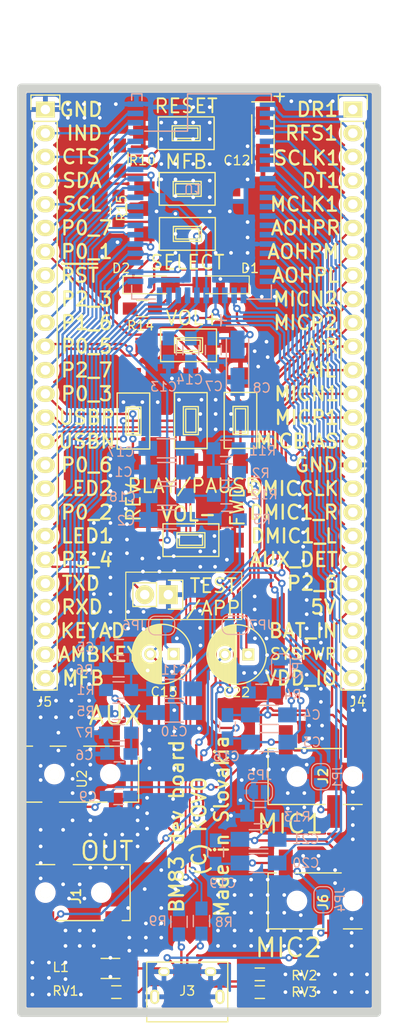
<source format=kicad_pcb>
(kicad_pcb (version 20200518) (host pcbnew "5.99.0-unknown-6083c08~88~ubuntu18.04.1")
  (layers (0 "F.Cu" signal) (31 "B.Cu" signal) (34 "B.Paste" user) (35 "F.Paste" user) (36 "B.SilkS" user) (37 "F.SilkS" user) (38 "B.Mask" user) (39 "F.Mask" user) (44 "Edge.Cuts" user))
  (net 0 "")
  (net 1 "GND")
  (net 2 "/MICBIAS")
  (net 3 "Net-(C2-Pad1)")
  (net 4 "Net-(C16-Pad1)")
  (net 5 "/MICP1")
  (net 6 "Net-(C16-Pad2)")
  (net 7 "/MICN1")
  (net 8 "Net-(C11-Pad1)")
  (net 9 "Net-(C10-Pad2)")
  (net 10 "5V")
  (net 11 "/AUX_DET")
  (net 12 "/AIR")
  (net 13 "/AIL")
  (net 14 "/~RST")
  (net 15 "/SYS_PWR")
  (net 16 "/VDD_IO")
  (net 17 "/AOHPR")
  (net 18 "Net-(C18-Pad1)")
  (net 19 "Net-(C19-Pad2)")
  (net 20 "Net-(C19-Pad1)")
  (net 21 "/MICP2")
  (net 22 "/MICN2")
  (net 23 "/AOHPL")
  (net 24 "/LED1")
  (net 25 "/LED2")
  (net 26 "/AOHPM")
  (net 27 "Net-(J2-Pad3)")
  (net 28 "/MCLK1")
  (net 29 "/DT1")
  (net 30 "/SCLK1")
  (net 31 "/RFS1")
  (net 32 "/DR1")
  (net 33 "/MFB")
  (net 34 "/RXD")
  (net 35 "/TXD")
  (net 36 "/P3_4")
  (net 37 "/P0_2")
  (net 38 "/P0_6")
  (net 39 "/P0_3")
  (net 40 "/P2_7")
  (net 41 "/P0_5")
  (net 42 "/P0_1")
  (net 43 "/SCL")
  (net 44 "/SDA")
  (net 45 "/CTS")
  (net 46 "/TX_IND")
  (net 47 "Net-(J6-Pad3)")
  (net 48 "Net-(R1-Pad2)")
  (net 49 "Net-(R5-Pad2)")
  (net 50 "Net-(J3-Pad3)")
  (net 51 "Net-(J3-Pad2)")
  (net 52 "Net-(J3-Pad6)")
  (net 53 "/USB_N")
  (net 54 "/USB_P")
  (net 55 "/BAT_IN")
  (net 56 "/P2_6")
  (net 57 "/DMIC1_L")
  (net 58 "/DMIC1_R")
  (net 59 "/DMIC_CLK")
  (net 60 "/AMB_DET")
  (net 61 "/KEY_AD")
  (net 62 "/P1_6")
  (net 63 "/P2_3")
  (net 64 "/P0_7")
  (net 65 "Net-(D1-Pad2)")
  (net 66 "Net-(R15-Pad1)")
  (module "bluetooth:BM83" (layer "B.Cu") (at 507.111 -429.26 180)
    (fp_text reference "U1" (at -6.604 11.811 180 unlocked) (layer "B.SilkS") (effects (justify mirror)))
    (fp_text value "BM83")
    (pad "57" smd rect (at -10.79 20.58) (size 2.79 0.76) (layers "B.Cu" "B.Paste" "B.Mask") (net 1 "GND"))
    (pad "56" smd rect (at -2.73 10.47) (size 1.78 1.78) (layers "B.Cu" "B.Paste" "B.Mask") (net 1 "GND"))
    (pad "26" smd rect (at -7 0.4 90) (size 1.7 0.6) (layers "B.Cu" "B.Paste" "B.Mask") (net 33 "/MFB"))
    (pad "27" smd rect (at -6 0.4 90) (size 1.7 0.6) (layers "B.Cu" "B.Paste" "B.Mask") (net 60 "/AMB_DET"))
    (pad "28" smd rect (at -5 0.4 90) (size 1.7 0.6) (layers "B.Cu" "B.Paste" "B.Mask") (net 61 "/KEY_AD"))
    (pad "29" smd rect (at -4 0.4 90) (size 1.7 0.6) (layers "B.Cu" "B.Paste" "B.Mask") (net 34 "/RXD"))
    (pad "30" smd rect (at -3 0.4 90) (size 1.7 0.6) (layers "B.Cu" "B.Paste" "B.Mask") (net 35 "/TXD"))
    (pad "31" smd rect (at -0.4 1.9) (size 1.7 0.6) (layers "B.Cu" "B.Paste" "B.Mask") (net 36 "/P3_4"))
    (pad "32" smd rect (at -0.4 2.9) (size 1.7 0.6) (layers "B.Cu" "B.Paste" "B.Mask") (net 24 "/LED1"))
    (pad "33" smd rect (at -0.4 3.9) (size 1.7 0.6) (layers "B.Cu" "B.Paste" "B.Mask") (net 37 "/P0_2"))
    (pad "34" smd rect (at -0.4 4.9) (size 1.7 0.6) (layers "B.Cu" "B.Paste" "B.Mask") (net 25 "/LED2"))
    (pad "35" smd rect (at -0.4 5.9) (size 1.7 0.6) (layers "B.Cu" "B.Paste" "B.Mask") (net 38 "/P0_6"))
    (pad "36" smd rect (at -0.4 6.9) (size 1.7 0.6) (layers "B.Cu" "B.Paste" "B.Mask") (net 53 "/USB_N"))
    (pad "37" smd rect (at -0.4 7.9) (size 1.7 0.6) (layers "B.Cu" "B.Paste" "B.Mask") (net 54 "/USB_P"))
    (pad "38" smd rect (at -0.4 8.9) (size 1.7 0.6) (layers "B.Cu" "B.Paste" "B.Mask") (net 39 "/P0_3"))
    (pad "39" smd rect (at -0.4 9.9) (size 1.7 0.6) (layers "B.Cu" "B.Paste" "B.Mask") (net 40 "/P2_7"))
    (pad "40" smd rect (at -0.4 10.9) (size 1.7 0.6) (layers "B.Cu" "B.Paste" "B.Mask") (net 41 "/P0_5"))
    (pad "41" smd rect (at -0.4 11.9) (size 1.7 0.6) (layers "B.Cu" "B.Paste" "B.Mask") (net 62 "/P1_6"))
    (pad "42" smd rect (at -0.4 12.9) (size 1.7 0.6) (layers "B.Cu" "B.Paste" "B.Mask") (net 63 "/P2_3"))
    (pad "43" smd rect (at -0.4 13.9) (size 1.7 0.6) (layers "B.Cu" "B.Paste" "B.Mask") (net 14 "/~RST"))
    (pad "44" smd rect (at -0.4 14.9) (size 1.7 0.6) (layers "B.Cu" "B.Paste" "B.Mask") (net 42 "/P0_1"))
    (pad "45" smd rect (at -0.4 15.9) (size 1.7 0.6) (layers "B.Cu" "B.Paste" "B.Mask") (net 64 "/P0_7"))
    (pad "46" smd rect (at -0.4 16.9) (size 1.7 0.6) (layers "B.Cu" "B.Paste" "B.Mask") (net 43 "/SCL"))
    (pad "47" smd rect (at -0.4 17.9) (size 1.7 0.6) (layers "B.Cu" "B.Paste" "B.Mask") (net 44 "/SDA"))
    (pad "48" smd rect (at -0.4 18.9) (size 1.7 0.6) (layers "B.Cu" "B.Paste" "B.Mask") (net 45 "/CTS"))
    (pad "49" smd rect (at -0.4 19.9) (size 1.7 0.6) (layers "B.Cu" "B.Paste" "B.Mask") (net 46 "/TX_IND"))
    (pad "50" smd rect (at -0.4 20.9) (size 1.7 0.6) (layers "B.Cu" "B.Paste" "B.Mask") (net 1 "GND"))
    (pad "25" smd rect (at -8 0.4 270) (size 1.7 0.6) (layers "B.Cu" "B.Paste" "B.Mask") (net 16 "/VDD_IO"))
    (pad "24" smd rect (at -9 0.4 270) (size 1.7 0.6) (layers "B.Cu" "B.Paste" "B.Mask") (net 15 "/SYS_PWR"))
    (pad "23" smd rect (at -10 0.4 270) (size 1.7 0.6) (layers "B.Cu" "B.Paste" "B.Mask") (net 55 "/BAT_IN"))
    (pad "22" smd rect (at -11 0.4 270) (size 1.7 0.6) (layers "B.Cu" "B.Paste" "B.Mask") (net 10 "5V"))
    (pad "21" smd rect (at -12 0.4 270) (size 1.7 0.6) (layers "B.Cu" "B.Paste" "B.Mask") (net 56 "/P2_6"))
    (pad "20" smd rect (at -14.6 1.9) (size 1.7 0.6) (layers "B.Cu" "B.Paste" "B.Mask") (net 11 "/AUX_DET"))
    (pad "19" smd rect (at -14.6 2.9) (size 1.7 0.6) (layers "B.Cu" "B.Paste" "B.Mask") (net 57 "/DMIC1_L"))
    (pad "18" smd rect (at -14.6 3.9) (size 1.7 0.6) (layers "B.Cu" "B.Paste" "B.Mask") (net 58 "/DMIC1_R"))
    (pad "17" smd rect (at -14.6 4.9) (size 1.7 0.6) (layers "B.Cu" "B.Paste" "B.Mask") (net 59 "/DMIC_CLK"))
    (pad "16" smd rect (at -14.6 5.9) (size 1.7 0.6) (layers "B.Cu" "B.Paste" "B.Mask") (net 1 "GND"))
    (pad "15" smd rect (at -14.6 6.9) (size 1.7 0.6) (layers "B.Cu" "B.Paste" "B.Mask") (net 2 "/MICBIAS"))
    (pad "14" smd rect (at -14.6 7.9) (size 1.7 0.6) (layers "B.Cu" "B.Paste" "B.Mask") (net 5 "/MICP1"))
    (pad "13" smd rect (at -14.6 8.9) (size 1.7 0.6) (layers "B.Cu" "B.Paste" "B.Mask") (net 7 "/MICN1"))
    (pad "12" smd rect (at -14.6 9.9) (size 1.7 0.6) (layers "B.Cu" "B.Paste" "B.Mask") (net 13 "/AIL"))
    (pad "11" smd rect (at -14.6 10.9) (size 1.7 0.6) (layers "B.Cu" "B.Paste" "B.Mask") (net 12 "/AIR"))
    (pad "10" smd rect (at -14.6 11.9) (size 1.7 0.6) (layers "B.Cu" "B.Paste" "B.Mask") (net 21 "/MICP2"))
    (pad "9" smd rect (at -14.6 12.9) (size 1.7 0.6) (layers "B.Cu" "B.Paste" "B.Mask") (net 22 "/MICN2"))
    (pad "8" smd rect (at -14.6 13.9) (size 1.7 0.6) (layers "B.Cu" "B.Paste" "B.Mask") (net 23 "/AOHPL"))
    (pad "7" smd rect (at -14.6 14.9) (size 1.7 0.6) (layers "B.Cu" "B.Paste" "B.Mask") (net 26 "/AOHPM"))
    (pad "6" smd rect (at -14.6 15.9) (size 1.7 0.6) (layers "B.Cu" "B.Paste" "B.Mask") (net 17 "/AOHPR"))
    (pad "5" smd rect (at -14.6 16.9) (size 1.7 0.6) (layers "B.Cu" "B.Paste" "B.Mask") (net 28 "/MCLK1"))
    (pad "4" smd rect (at -14.6 17.9) (size 1.7 0.6) (layers "B.Cu" "B.Paste" "B.Mask") (net 29 "/DT1"))
    (pad "3" smd rect (at -14.6 18.9) (size 1.7 0.6) (layers "B.Cu" "B.Paste" "B.Mask") (net 30 "/SCLK1"))
    (pad "2" smd rect (at -14.6 19.9) (size 1.7 0.6) (layers "B.Cu" "B.Paste" "B.Mask") (net 31 "/RFS1"))
    (pad "1" smd rect (at -14.6 20.9) (size 1.7 0.6) (layers "B.Cu" "B.Paste" "B.Mask") (net 32 "/DR1"))
  )
  (module "Resistors_SMD.pretty:R_0805_HandSoldering" (layer "F.Cu") (at 505.6886 -438.8866 -90)
    (fp_text reference "R15" (at -0.127 -0.3302 90) (layer "F.SilkS"))
    (fp_text value "1k")
    (pad "2" smd rect (at 1.35 0 270) (size 1.5 1.3) (layers "F.Cu" "F.Paste" "F.Mask") (net 15 "/SYS_PWR"))
    (pad "1" smd rect (at -1.35 0 270) (size 1.5 1.3) (layers "F.Cu" "F.Paste" "F.Mask") (net 66 "Net-(R15-Pad1)"))
  )
  (module "Capacitors_SMD.pretty:C_0805_HandSoldering" (layer "B.Cu") (at 517.398 -383.413 90)
    (fp_text reference "C16" (at -3.175 -0.127) (layer "B.SilkS") (effects (justify mirror)))
    (fp_text value "220p")
    (pad "2" smd rect (at 1.25 0 90) (size 1.5 1.25) (layers "B.Cu" "B.Paste" "B.Mask") (net 6 "Net-(C16-Pad2)"))
    (pad "1" smd rect (at -1.25 0 90) (size 1.5 1.25) (layers "B.Cu" "B.Paste" "B.Mask") (net 4 "Net-(C16-Pad1)"))
  )
  (module "Resistors_SMD.pretty:R_0805_HandSoldering" (layer "F.Cu") (at 508.254 -428.244)
    (fp_text reference "R14" (at -0.1905 1.8415 180) (layer "F.SilkS"))
    (fp_text value "1k")
    (pad "2" smd rect (at 1.35 0) (size 1.5 1.3) (layers "F.Cu" "F.Paste" "F.Mask") (net 65 "Net-(D1-Pad2)"))
    (pad "1" smd rect (at -1.35 0) (size 1.5 1.3) (layers "F.Cu" "F.Paste" "F.Mask") (net 15 "/SYS_PWR"))
  )
  (module "Jumper:SolderJumper-2_P1.3mm_Open_RoundedPad1.0x1.5mm" (layer "B.Cu") (at 518.2212 -394.3096)
    (fp_text reference "JP7" (at 2.794 0) (layer "B.SilkS") (effects (justify mirror)))
    (fp_text value "Jumper_NO_Small" hide)
    (pad "2" smd rect (at 0.4 0) (size 0.5 1.5) (layers "B.Cu" "B.Mask") (net 23 "/AOHPL"))
    (pad "1" smd rect (at -0.4 0) (size 0.5 1.5) (layers "B.Cu" "B.Mask") (net 23 "/AOHPL"))
    (pad "1" smd roundrect (at -0.65 0) (size 1 1.5) (layers "B.Cu" "B.Mask") (roundrect_rratio 0.5) (net 23 "/AOHPL"))
    (pad "2" smd roundrect (at 0.65 0) (size 1 1.5) (layers "B.Cu" "B.Mask") (roundrect_rratio 0.5) (net 23 "/AOHPL"))
  )
  (module "Jumper:SolderJumper-2_P1.3mm_Open_RoundedPad1.0x1.5mm" (layer "B.Cu") (at 510.3264 -394.2588)
    (fp_text reference "JP6" (at -2.921 0) (layer "B.SilkS") (effects (justify mirror)))
    (fp_text value "Jumper_NO_Small" hide)
    (pad "2" smd rect (at 0.4 0) (size 0.5 1.5) (layers "B.Cu" "B.Mask") (net 17 "/AOHPR"))
    (pad "1" smd rect (at -0.4 0) (size 0.5 1.5) (layers "B.Cu" "B.Mask") (net 17 "/AOHPR"))
    (pad "1" smd roundrect (at -0.65 0) (size 1 1.5) (layers "B.Cu" "B.Mask") (roundrect_rratio 0.5) (net 17 "/AOHPR"))
    (pad "2" smd roundrect (at 0.65 0) (size 1 1.5) (layers "B.Cu" "B.Mask") (roundrect_rratio 0.5) (net 17 "/AOHPR"))
  )
  (module "Buttons_Switches_SMD.pretty:SW_SPST_FSMSM" (layer "F.Cu") (at 513.08 -441.071 180)
    (fp_text reference "SW8" hide)
    (fp_text value "MFB" (at 0.127 2.921) (layer "F.SilkS") (effects (font (size 1.5 1.5) (thickness 0.2))))
    (pad "2" smd rect (at 4.60243 0.00232 180) (size 2.18 1.6) (layers "F.Cu" "F.Paste" "F.Mask") (net 66 "Net-(R15-Pad1)"))
    (pad "1" smd rect (at -4.60243 -0.00232 180) (size 2.18 1.6) (layers "F.Cu" "F.Paste" "F.Mask") (net 33 "/MFB"))
  )
  (module "Buttons_Switches_SMD.pretty:SW_SPST_FSMSM" (layer "F.Cu") (at 513.08 -436.245)
    (fp_text reference "SW7" hide)
    (fp_text value "SELECT" (at 0 3.048) (layer "F.SilkS") (effects (font (size 1.5 1.5) (thickness 0.2))))
    (pad "2" smd rect (at 4.60243 0.00232) (size 2.18 1.6) (layers "F.Cu" "F.Paste" "F.Mask") (net 1 "GND"))
    (pad "1" smd rect (at -4.60243 -0.00232) (size 2.18 1.6) (layers "F.Cu" "F.Paste" "F.Mask") (net 38 "/P0_6"))
  )
  (module "Jumper:SolderJumper-2_P1.3mm_Open_RoundedPad1.0x1.5mm" (layer "B.Cu") (at 520.827 -376.428 180)
    (fp_text reference "JP5" (at 0 1.8) (layer "B.SilkS") (effects (justify mirror)))
    (fp_text value "single_end_mic" hide)
    (pad "2" smd rect (at 0.4 0 180) (size 0.5 1.5) (layers "B.Cu" "B.Mask") (net 1 "GND"))
    (pad "1" smd rect (at -0.4 0 180) (size 0.5 1.5) (layers "B.Cu" "B.Mask") (net 19 "Net-(C19-Pad2)"))
    (pad "1" smd roundrect (at -0.65 0 180) (size 1 1.5) (layers "B.Cu" "B.Mask") (roundrect_rratio 0.5) (net 19 "Net-(C19-Pad2)"))
    (pad "2" smd roundrect (at 0.65 0 180) (size 1 1.5) (layers "B.Cu" "B.Mask") (roundrect_rratio 0.5) (net 1 "GND"))
  )
  (module "Jumper:SolderJumper-2_P1.3mm_Open_RoundedPad1.0x1.5mm" (layer "B.Cu") (at 523.1384 -389.8265 90)
    (fp_text reference "JP2" (at 0 1.8 90) (layer "B.SilkS") (effects (justify mirror)))
    (fp_text value "single_end_mic" hide)
    (pad "2" smd rect (at 0.4 0 90) (size 0.5 1.5) (layers "B.Cu" "B.Mask") (net 1 "GND"))
    (pad "1" smd rect (at -0.4 0 90) (size 0.5 1.5) (layers "B.Cu" "B.Mask") (net 6 "Net-(C16-Pad2)"))
    (pad "1" smd roundrect (at -0.65 0 90) (size 1 1.5) (layers "B.Cu" "B.Mask") (roundrect_rratio 0.5) (net 6 "Net-(C16-Pad2)"))
    (pad "2" smd roundrect (at 0.65 0 90) (size 1 1.5) (layers "B.Cu" "B.Mask") (roundrect_rratio 0.5) (net 1 "GND"))
  )
  (module "Buttons_Switches_SMD.pretty:SW_SPST_FSMSM" (layer "F.Cu") (at 512.953 -447.04)
    (fp_text reference "SW9" hide)
    (fp_text value "RESET" (at 0 -2.921) (layer "F.SilkS") (effects (font (size 1.5 1.5) (thickness 0.2))))
    (pad "2" smd rect (at 4.60243 0.00232) (size 2.18 1.6) (layers "F.Cu" "F.Paste" "F.Mask") (net 14 "/~RST"))
    (pad "1" smd rect (at -4.60243 -0.00232) (size 2.18 1.6) (layers "F.Cu" "F.Paste" "F.Mask") (net 1 "GND"))
  )
  (module "Connect.pretty:USB_Micro-B" (layer "F.Cu") (at 513.08 -355.6)
    (fp_text reference "J3" (at 0 0.508) (layer "F.SilkS"))
    (fp_text value "USB_B_Micro")
    (pad "6" thru_hole oval (at 3.4991 1.13746 90) (size 1.55 1) (drill oval 1.15 0.5) (layers *.Cu *.Mask "F.SilkS") (net 52 "Net-(J3-Pad6)"))
    (pad "6" thru_hole oval (at -3.5009 1.13746 90) (size 1.55 1) (drill oval 1.15 0.5) (layers *.Cu *.Mask "F.SilkS") (net 52 "Net-(J3-Pad6)"))
    (pad "6" thru_hole oval (at 2.4991 -1.56254 90) (size 0.95 1.25) (drill oval 0.55 0.85) (layers *.Cu *.Mask "F.SilkS") (net 52 "Net-(J3-Pad6)"))
    (pad "6" thru_hole oval (at -2.5009 -1.56254 90) (size 0.95 1.25) (drill oval 0.55 0.85) (layers *.Cu *.Mask "F.SilkS") (net 52 "Net-(J3-Pad6)"))
    (pad "5" smd rect (at 1.2991 -1.56254 90) (size 1.35 0.4) (layers "F.Cu" "F.Paste" "F.Mask") (net 1 "GND"))
    (pad "4" smd rect (at 0.6491 -1.56254 90) (size 1.35 0.4) (layers "F.Cu" "F.Paste" "F.Mask"))
    (pad "3" smd rect (at -0.0009 -1.56254 90) (size 1.35 0.4) (layers "F.Cu" "F.Paste" "F.Mask") (net 50 "Net-(J3-Pad3)"))
    (pad "2" smd rect (at -0.6509 -1.56254 90) (size 1.35 0.4) (layers "F.Cu" "F.Paste" "F.Mask") (net 51 "Net-(J3-Pad2)"))
    (pad "1" smd rect (at -1.3009 -1.56254 90) (size 1.35 0.4) (layers "F.Cu" "F.Paste" "F.Mask") (net 10 "5V"))
  )
  (module "Buttons_Switches_SMD.pretty:SW_SPST_FSMSM" (layer "F.Cu") (at 513.461 -416.2425 -90)
    (fp_text reference "SW6" hide)
    (fp_text value "PLAY/PAUSE" (at 6.9977 -0.1905 180) (layer "F.SilkS") (effects (font (size 1.5 1.5) (thickness 0.2))))
    (pad "2" smd rect (at 4.60243 0.00232 270) (size 2.18 1.6) (layers "F.Cu" "F.Paste" "F.Mask") (net 1 "GND"))
    (pad "1" smd rect (at -4.60243 -0.00232 270) (size 2.18 1.6) (layers "F.Cu" "F.Paste" "F.Mask") (net 37 "/P0_2"))
  )
  (module "Buttons_Switches_SMD.pretty:SW_SPST_FSMSM" (layer "F.Cu") (at 518.795 -416.2425 90)
    (fp_text reference "SW4" hide)
    (fp_text value "FWD" (at -9.144 -0.3175 90) (layer "F.SilkS") (effects (font (size 1.5 1.5) (thickness 0.2))))
    (pad "2" smd rect (at 4.60243 0.00232 90) (size 2.18 1.6) (layers "F.Cu" "F.Paste" "F.Mask") (net 1 "GND"))
    (pad "1" smd rect (at -4.60243 -0.00232 90) (size 2.18 1.6) (layers "F.Cu" "F.Paste" "F.Mask") (net 42 "/P0_1"))
  )
  (module "Buttons_Switches_SMD.pretty:SW_SPST_FSMSM" (layer "F.Cu") (at 507.29918 -416.179 90)
    (fp_text reference "SW3" hide)
    (fp_text value "REV" (at -8.73257 0.00232 270) (layer "F.SilkS") (effects (font (size 1.5 1.5) (thickness 0.2))))
    (pad "2" smd rect (at 4.60243 0.00232 90) (size 2.18 1.6) (layers "F.Cu" "F.Paste" "F.Mask") (net 1 "GND"))
    (pad "1" smd rect (at -4.60243 -0.00232 90) (size 2.18 1.6) (layers "F.Cu" "F.Paste" "F.Mask") (net 39 "/P0_3"))
  )
  (module "Buttons_Switches_SMD.pretty:SW_SPST_FSMSM" (layer "F.Cu") (at 513.207 -424.307)
    (fp_text reference "SW2" hide)
    (fp_text value "VOL+" (at 0.508 -2.921) (layer "F.SilkS") (effects (font (size 1.5 1.5) (thickness 0.2))))
    (pad "2" smd rect (at 4.60243 0.00232) (size 2.18 1.6) (layers "F.Cu" "F.Paste" "F.Mask") (net 1 "GND"))
    (pad "1" smd rect (at -4.60243 -0.00232) (size 2.18 1.6) (layers "F.Cu" "F.Paste" "F.Mask") (net 40 "/P2_7"))
  )
  (module "Buttons_Switches_SMD.pretty:SW_SPST_FSMSM" (layer "F.Cu") (at 513.461 -403.4155)
    (fp_text reference "SW1" hide)
    (fp_text value "VOL-" (at -0.254 -2.794) (layer "F.SilkS") (effects (font (size 1.5 1.5) (thickness 0.25))))
    (pad "2" smd rect (at 4.60243 0.00232) (size 2.18 1.6) (layers "F.Cu" "F.Paste" "F.Mask") (net 1 "GND"))
    (pad "1" smd rect (at -4.60243 -0.00232) (size 2.18 1.6) (layers "F.Cu" "F.Paste" "F.Mask") (net 41 "/P0_5"))
  )
  (module "Pin_Headers.pretty:Pin_Header_Straight_1x02" (layer "F.Cu") (at 511.048 -397.5735 -90)
    (fp_text reference "JP3" hide)
    (fp_text value "test_mode" hide)
    (pad "2" thru_hole oval (at 0 2.54 270) (size 2.032 2.032) (drill 1.016) (layers *.Cu *.Mask "F.SilkS") (net 36 "/P3_4"))
    (pad "1" thru_hole rect (at 0 0 270) (size 2.032 2.032) (drill 1.016) (layers *.Cu *.Mask "F.SilkS") (net 1 "GND"))
  )
  (module "jacks:PJ-327A" (layer "F.Cu") (at 495.808 -378.333 90)
    (fp_text reference "U2" (at -0.508 5.969 90) (layer "F.SilkS"))
    (fp_text value "PJ-3027F")
    (pad "3" smd rect (at -3.5 2.6 90) (size 3 1.5) (layers "F.Cu" "F.Paste" "F.Mask") (net 11 "/AUX_DET"))
    (pad "2" smd rect (at -3.5 9.6 90) (size 3 1.5) (layers "F.Cu" "F.Paste" "F.Mask") (net 48 "Net-(R1-Pad2)"))
    (pad "6" smd rect (at 3.5 11.3 90) (size 3 1.5) (layers "F.Cu" "F.Paste" "F.Mask") (net 48 "Net-(R1-Pad2)"))
    (pad "5" smd rect (at 3.5 5.2 90) (size 3 1.5) (layers "F.Cu" "F.Paste" "F.Mask") (net 49 "Net-(R5-Pad2)"))
    (pad "4" smd rect (at 3.5 1.6 90) (size 3 1.5) (layers "F.Cu" "F.Paste" "F.Mask") (net 1 "GND"))
    (pad "" np_thru_hole circle (at 0 9 90) (size 1.2 1.2) (drill 1.2) (layers *.Cu *.Mask "F.SilkS"))
    (pad "" np_thru_hole circle (at 0 3 90) (size 1.2 1.2) (drill 1.2) (layers *.Cu *.Mask "F.SilkS"))
  )
  (module "Resistors_SMD.pretty:R_0603_HandSoldering" (layer "F.Cu") (at 520.87 -354.965)
    (fp_text reference "RV3" (at 4.783 0) (layer "F.SilkS"))
    (fp_text value "CG0603MLC-05E")
    (pad "2" smd rect (at 1.1 0) (size 1.2 0.9) (layers "F.Cu" "F.Paste" "F.Mask") (net 1 "GND"))
    (pad "1" smd rect (at -1.1 0) (size 1.2 0.9) (layers "F.Cu" "F.Paste" "F.Mask") (net 51 "Net-(J3-Pad2)"))
  )
  (module "Resistors_SMD.pretty:R_0603_HandSoldering" (layer "F.Cu") (at 520.87 -356.87)
    (fp_text reference "RV2" (at 4.783 0.127 180) (layer "F.SilkS"))
    (fp_text value "CG0603MLC-05E")
    (pad "2" smd rect (at 1.1 0) (size 1.2 0.9) (layers "F.Cu" "F.Paste" "F.Mask") (net 1 "GND"))
    (pad "1" smd rect (at -1.1 0) (size 1.2 0.9) (layers "F.Cu" "F.Paste" "F.Mask") (net 50 "Net-(J3-Pad3)"))
  )
  (module "Resistors_SMD.pretty:R_0603_HandSoldering" (layer "F.Cu") (at 505.46 -354.965 180)
    (fp_text reference "RV1" (at 5.461 0.127) (layer "F.SilkS"))
    (fp_text value "CG0603MLC-05E")
    (pad "2" smd rect (at 1.1 0 180) (size 1.2 0.9) (layers "F.Cu" "F.Paste" "F.Mask") (net 1 "GND"))
    (pad "1" smd rect (at -1.1 0 180) (size 1.2 0.9) (layers "F.Cu" "F.Paste" "F.Mask") (net 10 "5V"))
  )
  (module "Resistors_SMD.pretty:R_0805_HandSoldering" (layer "B.Cu") (at 520.874 -373.888)
    (fp_text reference "R13" (at 4.017 0.127) (layer "B.SilkS") (effects (justify mirror)))
    (fp_text value "2k")
    (pad "2" smd rect (at 1.35 0) (size 1.5 1.3) (layers "B.Cu" "B.Paste" "B.Mask") (net 19 "Net-(C19-Pad2)"))
    (pad "1" smd rect (at -1.35 0) (size 1.5 1.3) (layers "B.Cu" "B.Paste" "B.Mask") (net 1 "GND"))
  )
  (module "Resistors_SMD.pretty:R_0805_HandSoldering" (layer "B.Cu") (at 517.287 -408.178 180)
    (fp_text reference "R12" (at -4.064 0.127 180) (layer "B.SilkS") (effects (justify mirror)))
    (fp_text value "1k")
    (pad "2" smd rect (at 1.35 0 180) (size 1.5 1.3) (layers "B.Cu" "B.Paste" "B.Mask") (net 18 "Net-(C18-Pad1)"))
    (pad "1" smd rect (at -1.35 0 180) (size 1.5 1.3) (layers "B.Cu" "B.Paste" "B.Mask") (net 20 "Net-(C19-Pad1)"))
  )
  (module "Resistors_SMD.pretty:R_0805_HandSoldering" (layer "B.Cu") (at 517.24 -413.258 180)
    (fp_text reference "R11" (at -3.937 -0.254) (layer "B.SilkS") (effects (justify mirror)))
    (fp_text value "1k")
    (pad "2" smd rect (at 1.35 0 180) (size 1.5 1.3) (layers "B.Cu" "B.Paste" "B.Mask") (net 2 "/MICBIAS"))
    (pad "1" smd rect (at -1.35 0 180) (size 1.5 1.3) (layers "B.Cu" "B.Paste" "B.Mask") (net 18 "Net-(C18-Pad1)"))
  )
  (module "Resistors_SMD.pretty:R_0805_HandSoldering" (layer "F.Cu") (at 505.841 -444.373 90)
    (fp_text reference "R10" (at -0.254 2.413 180) (layer "F.SilkS"))
    (fp_text value "10k")
    (pad "2" smd rect (at 1.35 0 90) (size 1.5 1.3) (layers "F.Cu" "F.Paste" "F.Mask") (net 14 "/~RST"))
    (pad "1" smd rect (at -1.35 0 90) (size 1.5 1.3) (layers "F.Cu" "F.Paste" "F.Mask") (net 16 "/VDD_IO"))
  )
  (module "Resistors_SMD.pretty:R_0805_HandSoldering" (layer "B.Cu") (at 512.191 -362.505 90)
    (fp_text reference "R9" (at 0.08 -2.286) (layer "B.SilkS") (effects (justify mirror)))
    (fp_text value "20")
    (pad "2" smd rect (at 1.35 0 90) (size 1.5 1.3) (layers "B.Cu" "B.Paste" "B.Mask") (net 53 "/USB_N"))
    (pad "1" smd rect (at -1.35 0 90) (size 1.5 1.3) (layers "B.Cu" "B.Paste" "B.Mask") (net 51 "Net-(J3-Pad2)"))
  )
  (module "Resistors_SMD.pretty:R_0805_HandSoldering" (layer "B.Cu") (at 514.604 -362.585 90)
    (fp_text reference "R8" (at -0.127 2.413 180) (layer "B.SilkS") (effects (justify mirror)))
    (fp_text value "20")
    (pad "2" smd rect (at 1.35 0 90) (size 1.5 1.3) (layers "B.Cu" "B.Paste" "B.Mask") (net 54 "/USB_P"))
    (pad "1" smd rect (at -1.35 0 90) (size 1.5 1.3) (layers "B.Cu" "B.Paste" "B.Mask") (net 50 "Net-(J3-Pad3)"))
  )
  (module "Resistors_SMD.pretty:R_0805_HandSoldering" (layer "B.Cu") (at 505.702 -382.778)
    (fp_text reference "R7" (at -3.671 0 180) (layer "B.SilkS") (effects (justify mirror)))
    (fp_text value "10k")
    (pad "2" smd rect (at 1.35 0) (size 1.5 1.3) (layers "B.Cu" "B.Paste" "B.Mask") (net 9 "Net-(C10-Pad2)"))
    (pad "1" smd rect (at -1.35 0) (size 1.5 1.3) (layers "B.Cu" "B.Paste" "B.Mask") (net 1 "GND"))
  )
  (module "Resistors_SMD.pretty:R_0805_HandSoldering" (layer "B.Cu") (at 505.702 -389.636)
    (fp_text reference "R6" (at -3.671 0.127 180) (layer "B.SilkS") (effects (justify mirror)))
    (fp_text value "10k")
    (pad "2" smd rect (at 1.35 0) (size 1.5 1.3) (layers "B.Cu" "B.Paste" "B.Mask") (net 8 "Net-(C11-Pad1)"))
    (pad "1" smd rect (at -1.35 0) (size 1.5 1.3) (layers "B.Cu" "B.Paste" "B.Mask") (net 1 "GND"))
  )
  (module "Resistors_SMD.pretty:R_0805_HandSoldering" (layer "B.Cu") (at 505.702 -385.064 180)
    (fp_text reference "R5" (at 3.544 0 180) (layer "B.SilkS") (effects (justify mirror)))
    (fp_text value "1k")
    (pad "2" smd rect (at 1.35 0 180) (size 1.5 1.3) (layers "B.Cu" "B.Paste" "B.Mask") (net 49 "Net-(R5-Pad2)"))
    (pad "1" smd rect (at -1.35 0 180) (size 1.5 1.3) (layers "B.Cu" "B.Paste" "B.Mask") (net 9 "Net-(C10-Pad2)"))
  )
  (module "Resistors_SMD.pretty:R_0805_HandSoldering" (layer "B.Cu") (at 521.034 -387.096)
    (fp_text reference "R4" (at 3.349 0.254) (layer "B.SilkS") (effects (justify mirror)))
    (fp_text value "2k")
    (pad "2" smd rect (at 1.35 0) (size 1.5 1.3) (layers "B.Cu" "B.Paste" "B.Mask") (net 6 "Net-(C16-Pad2)"))
    (pad "1" smd rect (at -1.35 0) (size 1.5 1.3) (layers "B.Cu" "B.Paste" "B.Mask") (net 1 "GND"))
  )
  (module "Resistors_SMD.pretty:R_0805_HandSoldering" (layer "B.Cu") (at 517.367 -405.638 180)
    (fp_text reference "R3" (at -3.73 0) (layer "B.SilkS") (effects (justify mirror)))
    (fp_text value "1k")
    (pad "2" smd rect (at 1.35 0 180) (size 1.5 1.3) (layers "B.Cu" "B.Paste" "B.Mask") (net 3 "Net-(C2-Pad1)"))
    (pad "1" smd rect (at -1.35 0 180) (size 1.5 1.3) (layers "B.Cu" "B.Paste" "B.Mask") (net 4 "Net-(C16-Pad1)"))
  )
  (module "Resistors_SMD.pretty:R_0805_HandSoldering" (layer "B.Cu") (at 517.287 -410.718 180)
    (fp_text reference "R2" (at -3.683 -0.127) (layer "B.SilkS") (effects (justify mirror)))
    (fp_text value "1k")
    (pad "2" smd rect (at 1.35 0 180) (size 1.5 1.3) (layers "B.Cu" "B.Paste" "B.Mask") (net 2 "/MICBIAS"))
    (pad "1" smd rect (at -1.35 0 180) (size 1.5 1.3) (layers "B.Cu" "B.Paste" "B.Mask") (net 3 "Net-(C2-Pad1)"))
  )
  (module "Resistors_SMD.pretty:R_0805_HandSoldering" (layer "B.Cu") (at 505.702 -387.35 180)
    (fp_text reference "R1" (at 3.544 0 180) (layer "B.SilkS") (effects (justify mirror)))
    (fp_text value "1k")
    (pad "2" smd rect (at 1.35 0 180) (size 1.5 1.3) (layers "B.Cu" "B.Paste" "B.Mask") (net 48 "Net-(R1-Pad2)"))
    (pad "1" smd rect (at -1.35 0 180) (size 1.5 1.3) (layers "B.Cu" "B.Paste" "B.Mask") (net 8 "Net-(C11-Pad1)"))
  )
  (module "Resistors_SMD.pretty:R_1206_HandSoldering" (layer "F.Cu") (at 504.825 -357.505)
    (fp_text reference "L1" (at -5.334 -0.127) (layer "F.SilkS"))
    (fp_text value "30")
    (pad "2" smd rect (at 2 0) (size 2 1.7) (layers "F.Cu" "F.Paste" "F.Mask") (net 52 "Net-(J3-Pad6)"))
    (pad "1" smd rect (at -2 0) (size 2 1.7) (layers "F.Cu" "F.Paste" "F.Mask") (net 1 "GND"))
  )
  (module "Jumper:SolderJumper-2_P1.3mm_Open_RoundedPad1.0x1.5mm" (layer "B.Cu") (at 527.685 -364.871 90)
    (fp_text reference "JP4" (at 0 1.8 90) (layer "B.SilkS") (effects (justify mirror)))
    (fp_text value "Jumper_NO_Small" hide)
    (pad "2" smd rect (at 0.4 0 90) (size 0.5 1.5) (layers "B.Cu" "B.Mask") (net 20 "Net-(C19-Pad1)"))
    (pad "1" smd rect (at -0.4 0 90) (size 0.5 1.5) (layers "B.Cu" "B.Mask") (net 47 "Net-(J6-Pad3)"))
    (pad "1" smd roundrect (at -0.65 0 90) (size 1 1.5) (layers "B.Cu" "B.Mask") (roundrect_rratio 0.5) (net 47 "Net-(J6-Pad3)"))
    (pad "2" smd roundrect (at 0.65 0 90) (size 1 1.5) (layers "B.Cu" "B.Mask") (roundrect_rratio 0.5) (net 20 "Net-(C19-Pad1)"))
  )
  (module "Jumper:SolderJumper-2_P1.3mm_Open_RoundedPad1.0x1.5mm" (layer "B.Cu") (at 527.431 -378.06 90)
    (fp_text reference "JP1" (at 0 1.8 90) (layer "B.SilkS") (effects (justify mirror)))
    (fp_text value "Jumper_NO_Small" hide)
    (pad "2" smd rect (at 0.4 0 90) (size 0.5 1.5) (layers "B.Cu" "B.Mask") (net 4 "Net-(C16-Pad1)"))
    (pad "1" smd rect (at -0.4 0 90) (size 0.5 1.5) (layers "B.Cu" "B.Mask") (net 27 "Net-(J2-Pad3)"))
    (pad "1" smd roundrect (at -0.65 0 90) (size 1 1.5) (layers "B.Cu" "B.Mask") (roundrect_rratio 0.5) (net 27 "Net-(J2-Pad3)"))
    (pad "2" smd roundrect (at 0.65 0 90) (size 1 1.5) (layers "B.Cu" "B.Mask") (roundrect_rratio 0.5) (net 4 "Net-(C16-Pad1)"))
  )
  (module "jacks:3.5mm_stereo_jack_PJ320B" (layer "F.Cu") (at 530.86 -364.744 -90)
    (fp_text reference "J6" (at 0.127 3.175 90) (layer "F.SilkS") (effects (font (thickness 0.2))))
    (fp_text value "PJ-320B" hide)
    (pad "" np_thru_hole circle (at 0 6 270) (size 1.2 1.2) (drill 1.2) (layers *.Cu *.Mask "F.SilkS"))
    (pad "2" smd rect (at -3.75 7.2 270) (size 3.5 1.5) (layers "F.Cu" "F.Paste" "F.Mask") (net 20 "Net-(C19-Pad1)"))
    (pad "3" smd rect (at 3.75 2 270) (size 3.5 1.5) (layers "F.Cu" "F.Paste" "F.Mask") (net 47 "Net-(J6-Pad3)"))
    (pad "1" smd rect (at -3.75 0.2 270) (size 3.5 1.5) (layers "F.Cu" "F.Paste" "F.Mask") (net 19 "Net-(C19-Pad2)"))
    (pad "" np_thru_hole circle (at 0 0 270) (size 1.2 1.2) (drill 1.2) (layers *.Cu *.Mask "F.SilkS"))
  )
  (module "Pin_Headers.pretty:Pin_Header_Straight_1x25" (layer "F.Cu") (at 497.84 -449.58)
    (fp_text reference "J5" (at -0.127 63.5) (layer "F.SilkS"))
    (fp_text value "Conn_01x25_Female" hide)
    (pad "25" thru_hole oval (at 0 60.96) (size 2.032 1.7272) (drill 1.016) (layers *.Cu *.Mask "F.SilkS") (net 33 "/MFB"))
    (pad "24" thru_hole oval (at 0 58.42) (size 2.032 1.7272) (drill 1.016) (layers *.Cu *.Mask "F.SilkS") (net 60 "/AMB_DET"))
    (pad "23" thru_hole oval (at 0 55.88) (size 2.032 1.7272) (drill 1.016) (layers *.Cu *.Mask "F.SilkS") (net 61 "/KEY_AD"))
    (pad "22" thru_hole oval (at 0 53.34) (size 2.032 1.7272) (drill 1.016) (layers *.Cu *.Mask "F.SilkS") (net 34 "/RXD"))
    (pad "21" thru_hole oval (at 0 50.8) (size 2.032 1.7272) (drill 1.016) (layers *.Cu *.Mask "F.SilkS") (net 35 "/TXD"))
    (pad "20" thru_hole oval (at 0 48.26) (size 2.032 1.7272) (drill 1.016) (layers *.Cu *.Mask "F.SilkS") (net 36 "/P3_4"))
    (pad "19" thru_hole oval (at 0 45.72) (size 2.032 1.7272) (drill 1.016) (layers *.Cu *.Mask "F.SilkS") (net 24 "/LED1"))
    (pad "18" thru_hole oval (at 0 43.18) (size 2.032 1.7272) (drill 1.016) (layers *.Cu *.Mask "F.SilkS") (net 37 "/P0_2"))
    (pad "17" thru_hole oval (at 0 40.64) (size 2.032 1.7272) (drill 1.016) (layers *.Cu *.Mask "F.SilkS") (net 25 "/LED2"))
    (pad "16" thru_hole oval (at 0 38.1) (size 2.032 1.7272) (drill 1.016) (layers *.Cu *.Mask "F.SilkS") (net 38 "/P0_6"))
    (pad "15" thru_hole oval (at 0 35.56) (size 2.032 1.7272) (drill 1.016) (layers *.Cu *.Mask "F.SilkS") (net 53 "/USB_N"))
    (pad "14" thru_hole oval (at 0 33.02) (size 2.032 1.7272) (drill 1.016) (layers *.Cu *.Mask "F.SilkS") (net 54 "/USB_P"))
    (pad "13" thru_hole oval (at 0 30.48) (size 2.032 1.7272) (drill 1.016) (layers *.Cu *.Mask "F.SilkS") (net 39 "/P0_3"))
    (pad "12" thru_hole oval (at 0 27.94) (size 2.032 1.7272) (drill 1.016) (layers *.Cu *.Mask "F.SilkS") (net 40 "/P2_7"))
    (pad "11" thru_hole oval (at 0 25.4) (size 2.032 1.7272) (drill 1.016) (layers *.Cu *.Mask "F.SilkS") (net 41 "/P0_5"))
    (pad "10" thru_hole oval (at 0 22.86) (size 2.032 1.7272) (drill 1.016) (layers *.Cu *.Mask "F.SilkS") (net 62 "/P1_6"))
    (pad "9" thru_hole oval (at 0 20.32) (size 2.032 1.7272) (drill 1.016) (layers *.Cu *.Mask "F.SilkS") (net 63 "/P2_3"))
    (pad "8" thru_hole oval (at 0 17.78) (size 2.032 1.7272) (drill 1.016) (layers *.Cu *.Mask "F.SilkS") (net 14 "/~RST"))
    (pad "7" thru_hole oval (at 0 15.24) (size 2.032 1.7272) (drill 1.016) (layers *.Cu *.Mask "F.SilkS") (net 42 "/P0_1"))
    (pad "6" thru_hole oval (at 0 12.7) (size 2.032 1.7272) (drill 1.016) (layers *.Cu *.Mask "F.SilkS") (net 64 "/P0_7"))
    (pad "5" thru_hole oval (at 0 10.16) (size 2.032 1.7272) (drill 1.016) (layers *.Cu *.Mask "F.SilkS") (net 43 "/SCL"))
    (pad "4" thru_hole oval (at 0 7.62) (size 2.032 1.7272) (drill 1.016) (layers *.Cu *.Mask "F.SilkS") (net 44 "/SDA"))
    (pad "3" thru_hole oval (at 0 5.08) (size 2.032 1.7272) (drill 1.016) (layers *.Cu *.Mask "F.SilkS") (net 45 "/CTS"))
    (pad "2" thru_hole oval (at 0 2.54) (size 2.032 1.7272) (drill 1.016) (layers *.Cu *.Mask "F.SilkS") (net 46 "/TX_IND"))
    (pad "1" thru_hole rect (at 0 0) (size 2.032 1.7272) (drill 1.016) (layers *.Cu *.Mask "F.SilkS") (net 1 "GND"))
  )
  (module "Pin_Headers.pretty:Pin_Header_Straight_1x25" (layer "F.Cu") (at 530.86 -449.58)
    (fp_text reference "J4" (at 0.508 63.5) (layer "F.SilkS"))
    (fp_text value "Conn_01x25_Female" hide)
    (pad "25" thru_hole oval (at 0 60.96) (size 2.032 1.7272) (drill 1.016) (layers *.Cu *.Mask "F.SilkS") (net 16 "/VDD_IO"))
    (pad "24" thru_hole oval (at 0 58.42) (size 2.032 1.7272) (drill 1.016) (layers *.Cu *.Mask "F.SilkS") (net 15 "/SYS_PWR"))
    (pad "23" thru_hole oval (at 0 55.88) (size 2.032 1.7272) (drill 1.016) (layers *.Cu *.Mask "F.SilkS") (net 55 "/BAT_IN"))
    (pad "22" thru_hole oval (at 0 53.34) (size 2.032 1.7272) (drill 1.016) (layers *.Cu *.Mask "F.SilkS") (net 10 "5V"))
    (pad "21" thru_hole oval (at 0 50.8) (size 2.032 1.7272) (drill 1.016) (layers *.Cu *.Mask "F.SilkS") (net 56 "/P2_6"))
    (pad "20" thru_hole oval (at 0 48.26) (size 2.032 1.7272) (drill 1.016) (layers *.Cu *.Mask "F.SilkS") (net 11 "/AUX_DET"))
    (pad "19" thru_hole oval (at 0 45.72) (size 2.032 1.7272) (drill 1.016) (layers *.Cu *.Mask "F.SilkS") (net 57 "/DMIC1_L"))
    (pad "18" thru_hole oval (at 0 43.18) (size 2.032 1.7272) (drill 1.016) (layers *.Cu *.Mask "F.SilkS") (net 58 "/DMIC1_R"))
    (pad "17" thru_hole oval (at 0 40.64) (size 2.032 1.7272) (drill 1.016) (layers *.Cu *.Mask "F.SilkS") (net 59 "/DMIC_CLK"))
    (pad "16" thru_hole oval (at 0 38.1) (size 2.032 1.7272) (drill 1.016) (layers *.Cu *.Mask "F.SilkS") (net 1 "GND"))
    (pad "15" thru_hole oval (at 0 35.56) (size 2.032 1.7272) (drill 1.016) (layers *.Cu *.Mask "F.SilkS") (net 2 "/MICBIAS"))
    (pad "14" thru_hole oval (at 0 33.02) (size 2.032 1.7272) (drill 1.016) (layers *.Cu *.Mask "F.SilkS") (net 5 "/MICP1"))
    (pad "13" thru_hole oval (at 0 30.48) (size 2.032 1.7272) (drill 1.016) (layers *.Cu *.Mask "F.SilkS") (net 7 "/MICN1"))
    (pad "12" thru_hole oval (at 0 27.94) (size 2.032 1.7272) (drill 1.016) (layers *.Cu *.Mask "F.SilkS") (net 13 "/AIL"))
    (pad "11" thru_hole oval (at 0 25.4) (size 2.032 1.7272) (drill 1.016) (layers *.Cu *.Mask "F.SilkS") (net 12 "/AIR"))
    (pad "10" thru_hole oval (at 0 22.86) (size 2.032 1.7272) (drill 1.016) (layers *.Cu *.Mask "F.SilkS") (net 21 "/MICP2"))
    (pad "9" thru_hole oval (at 0 20.32) (size 2.032 1.7272) (drill 1.016) (layers *.Cu *.Mask "F.SilkS") (net 22 "/MICN2"))
    (pad "8" thru_hole oval (at 0 17.78) (size 2.032 1.7272) (drill 1.016) (layers *.Cu *.Mask "F.SilkS") (net 23 "/AOHPL"))
    (pad "7" thru_hole oval (at 0 15.24) (size 2.032 1.7272) (drill 1.016) (layers *.Cu *.Mask "F.SilkS") (net 26 "/AOHPM"))
    (pad "6" thru_hole oval (at 0 12.7) (size 2.032 1.7272) (drill 1.016) (layers *.Cu *.Mask "F.SilkS") (net 17 "/AOHPR"))
    (pad "5" thru_hole oval (at 0 10.16) (size 2.032 1.7272) (drill 1.016) (layers *.Cu *.Mask "F.SilkS") (net 28 "/MCLK1"))
    (pad "4" thru_hole oval (at 0 7.62) (size 2.032 1.7272) (drill 1.016) (layers *.Cu *.Mask "F.SilkS") (net 29 "/DT1"))
    (pad "3" thru_hole oval (at 0 5.08) (size 2.032 1.7272) (drill 1.016) (layers *.Cu *.Mask "F.SilkS") (net 30 "/SCLK1"))
    (pad "2" thru_hole oval (at 0 2.54) (size 2.032 1.7272) (drill 1.016) (layers *.Cu *.Mask "F.SilkS") (net 31 "/RFS1"))
    (pad "1" thru_hole rect (at 0 0) (size 2.032 1.7272) (drill 1.016) (layers *.Cu *.Mask "F.SilkS") (net 32 "/DR1"))
  )
  (module "jacks:3.5mm_stereo_jack_PJ320B" (layer "F.Cu") (at 530.86 -378.079 -90)
    (fp_text reference "J2" (at -0.05 3.175 90) (layer "F.SilkS") (effects (font (thickness 0.2))))
    (fp_text value "PJ-320B" hide)
    (pad "" np_thru_hole circle (at 0 6 270) (size 1.2 1.2) (drill 1.2) (layers *.Cu *.Mask "F.SilkS"))
    (pad "2" smd rect (at -3.75 7.2 270) (size 3.5 1.5) (layers "F.Cu" "F.Paste" "F.Mask") (net 4 "Net-(C16-Pad1)"))
    (pad "3" smd rect (at 3.75 2 270) (size 3.5 1.5) (layers "F.Cu" "F.Paste" "F.Mask") (net 27 "Net-(J2-Pad3)"))
    (pad "1" smd rect (at -3.75 0.2 270) (size 3.5 1.5) (layers "F.Cu" "F.Paste" "F.Mask") (net 6 "Net-(C16-Pad2)"))
    (pad "" np_thru_hole circle (at 0 0 270) (size 1.2 1.2) (drill 1.2) (layers *.Cu *.Mask "F.SilkS"))
  )
  (module "jacks:3.5mm_stereo_jack_PJ320B" (layer "F.Cu") (at 497.84 -365.633 90)
    (fp_text reference "J1" (at -0.381 3.302 90) (layer "F.SilkS") (effects (font (thickness 0.2))))
    (fp_text value "PJ-320B" hide)
    (pad "" np_thru_hole circle (at 0 6 90) (size 1.2 1.2) (drill 1.2) (layers *.Cu *.Mask "F.SilkS"))
    (pad "2" smd rect (at -3.75 7.2 90) (size 3.5 1.5) (layers "F.Cu" "F.Paste" "F.Mask") (net 17 "/AOHPR"))
    (pad "3" smd rect (at 3.75 2 90) (size 3.5 1.5) (layers "F.Cu" "F.Paste" "F.Mask") (net 23 "/AOHPL"))
    (pad "1" smd rect (at -3.75 0.2 90) (size 3.5 1.5) (layers "F.Cu" "F.Paste" "F.Mask") (net 26 "/AOHPM"))
    (pad "" np_thru_hole circle (at 0 0 90) (size 1.2 1.2) (drill 1.2) (layers *.Cu *.Mask "F.SilkS"))
  )
  (module "LEDs:LED_1206_HandSoldering" (layer "F.Cu") (at 509.27 -430.784)
    (fp_text reference "D2" (at -3.302 -1.778) (layer "F.SilkS"))
    (fp_text value "LED")
    (pad "1" smd rect (at -2 0) (size 2 1.7) (layers "F.Cu" "F.Paste" "F.Mask") (net 25 "/LED2"))
    (pad "2" smd rect (at 2 0) (size 2 1.7) (layers "F.Cu" "F.Paste" "F.Mask") (net 65 "Net-(D1-Pad2)"))
  )
  (module "LEDs:LED_1206_HandSoldering" (layer "F.Cu") (at 516.636 -430.784 180)
    (fp_text reference "D1" (at -3.175 1.778) (layer "F.SilkS"))
    (fp_text value "LED")
    (pad "1" smd rect (at -2 0 180) (size 2 1.7) (layers "F.Cu" "F.Paste" "F.Mask") (net 24 "/LED1"))
    (pad "2" smd rect (at 2 0 180) (size 2 1.7) (layers "F.Cu" "F.Paste" "F.Mask") (net 65 "Net-(D1-Pad2)"))
  )
  (module "Capacitors_ThroughHole.pretty:C_Radial_D6.3_L11.2_P2.5" (layer "F.Cu") (at 519.6332 -391.16 180)
    (fp_text reference "C22" (at 1.25 -4.064) (layer "F.SilkS"))
    (fp_text value "220u/16V")
    (pad "1" thru_hole rect (at 0 0 180) (size 1.3 1.3) (drill 0.8) (layers *.Cu *.Mask "F.SilkS") (net 23 "/AOHPL"))
    (pad "2" thru_hole circle (at 2.5 0 180) (size 1.3 1.3) (drill 0.8) (layers *.Cu *.Mask "F.SilkS") (net 23 "/AOHPL"))
  )
  (module "Capacitors_SMD.pretty:C_1206_HandSoldering" (layer "B.Cu") (at 520.732 -371.348 180)
    (fp_text reference "C21" (at -5.08 0) (layer "B.SilkS") (effects (justify mirror)))
    (fp_text value "1u/16V")
    (pad "2" smd rect (at 2 0 180) (size 2 1.6) (layers "B.Cu" "B.Paste" "B.Mask") (net 19 "Net-(C19-Pad2)"))
    (pad "1" smd rect (at -2 0 180) (size 2 1.6) (layers "B.Cu" "B.Paste" "B.Mask") (net 22 "/MICN2"))
  )
  (module "Capacitors_SMD.pretty:C_1206_HandSoldering" (layer "B.Cu") (at 520.732 -368.808 180)
    (fp_text reference "C20" (at -5.08 0) (layer "B.SilkS") (effects (justify mirror)))
    (fp_text value "1u/16V")
    (pad "2" smd rect (at 2 0 180) (size 2 1.6) (layers "B.Cu" "B.Paste" "B.Mask") (net 20 "Net-(C19-Pad1)"))
    (pad "1" smd rect (at -2 0 180) (size 2 1.6) (layers "B.Cu" "B.Paste" "B.Mask") (net 21 "/MICP2"))
  )
  (module "Capacitors_SMD.pretty:C_0805_HandSoldering" (layer "B.Cu") (at 516.128 -369.971 90)
    (fp_text reference "C19" (at -3.322 0.762) (layer "B.SilkS") (effects (justify mirror)))
    (fp_text value "220p")
    (pad "2" smd rect (at 1.25 0 90) (size 1.5 1.25) (layers "B.Cu" "B.Paste" "B.Mask") (net 19 "Net-(C19-Pad2)"))
    (pad "1" smd rect (at -1.25 0 90) (size 1.5 1.25) (layers "B.Cu" "B.Paste" "B.Mask") (net 20 "Net-(C19-Pad1)"))
  )
  (module "Capacitors_SMD.pretty:C_1206_HandSoldering" (layer "B.Cu") (at 510.889 -408.178 180)
    (fp_text reference "C18" (at 4.778 -0.127 180) (layer "B.SilkS") (effects (justify mirror)))
    (fp_text value "1u/16V")
    (pad "2" smd rect (at 2 0 180) (size 2 1.6) (layers "B.Cu" "B.Paste" "B.Mask") (net 1 "GND"))
    (pad "1" smd rect (at -2 0 180) (size 2 1.6) (layers "B.Cu" "B.Paste" "B.Mask") (net 18 "Net-(C18-Pad1)"))
  )
  (module "Capacitors_SMD.pretty:C_1206_HandSoldering" (layer "B.Cu") (at 510.842 -413.258 180)
    (fp_text reference "C17" (at 4.905 -0.381) (layer "B.SilkS") (effects (justify mirror)))
    (fp_text value "1u/16V")
    (pad "2" smd rect (at 2 0 180) (size 2 1.6) (layers "B.Cu" "B.Paste" "B.Mask") (net 1 "GND"))
    (pad "1" smd rect (at -2 0 180) (size 2 1.6) (layers "B.Cu" "B.Paste" "B.Mask") (net 2 "/MICBIAS"))
  )
  (module "Capacitors_ThroughHole.pretty:C_Radial_D6.3_L11.2_P2.5" (layer "F.Cu") (at 511.6068 -391.2108 180)
    (fp_text reference "C15" (at 1.016 -4.064 180) (layer "F.SilkS"))
    (fp_text value "220u/16V")
    (pad "1" thru_hole rect (at 0 0 180) (size 1.3 1.3) (drill 0.8) (layers *.Cu *.Mask "F.SilkS") (net 17 "/AOHPR"))
    (pad "2" thru_hole circle (at 2.5 0 180) (size 1.3 1.3) (drill 0.8) (layers *.Cu *.Mask "F.SilkS") (net 17 "/AOHPR"))
  )
  (module "Capacitors_SMD.pretty:C_0805_HandSoldering" (layer "B.Cu") (at 513.461 -423.799 -90)
    (fp_text reference "C14" (at 3.175 0.127 180) (layer "B.SilkS") (effects (justify mirror)))
    (fp_text value "100n")
    (pad "2" smd rect (at 1.25 0 270) (size 1.5 1.25) (layers "B.Cu" "B.Paste" "B.Mask") (net 1 "GND"))
    (pad "1" smd rect (at -1.25 0 270) (size 1.5 1.25) (layers "B.Cu" "B.Paste" "B.Mask") (net 16 "/VDD_IO"))
  )
  (module "Capacitors_SMD.pretty:C_0805_HandSoldering" (layer "B.Cu") (at 511.048 -423.799 -90)
    (fp_text reference "C13" (at 3.937 0.508 180) (layer "B.SilkS") (effects (justify mirror)))
    (fp_text value "100n")
    (pad "2" smd rect (at 1.25 0 270) (size 1.5 1.25) (layers "B.Cu" "B.Paste" "B.Mask") (net 1 "GND"))
    (pad "1" smd rect (at -1.25 0 270) (size 1.5 1.25) (layers "B.Cu" "B.Paste" "B.Mask") (net 15 "/SYS_PWR"))
  )
  (module "Capacitors_Tantalum_SMD.pretty:TantalC_SizeA_EIA-3216_HandSoldering" (layer "F.Cu") (at 521.208 -446.405 -90)
    (fp_text reference "C12" (at 2.286 2.794) (layer "F.SilkS"))
    (fp_text value "1u/16V")
    (fp_text user "+" (at -4.572 -1.778 90) (layer "F.SilkS"))
    (pad "1" smd rect (at -1.99898 0 270) (size 2.99974 1.50114) (layers "F.Cu" "F.Paste" "F.Mask") (net 14 "/~RST"))
    (pad "2" smd rect (at 1.99898 0 270) (size 2.99974 1.50114) (layers "F.Cu" "F.Paste" "F.Mask") (net 1 "GND"))
  )
  (module "Capacitors_SMD.pretty:C_1206_HandSoldering" (layer "B.Cu") (at 511.671 -387.477)
    (fp_text reference "C11" (at 0.032 -2.032) (layer "B.SilkS") (effects (justify mirror)))
    (fp_text value "10u/16V")
    (pad "2" smd rect (at 2 0) (size 2 1.6) (layers "B.Cu" "B.Paste" "B.Mask") (net 13 "/AIL"))
    (pad "1" smd rect (at -2 0) (size 2 1.6) (layers "B.Cu" "B.Paste" "B.Mask") (net 8 "Net-(C11-Pad1)"))
  )
  (module "Capacitors_SMD.pretty:C_1206_HandSoldering" (layer "B.Cu") (at 511.671 -384.937 180)
    (fp_text reference "C10" (at 0 -2.032) (layer "B.SilkS") (effects (justify mirror)))
    (fp_text value "10uF/16V")
    (pad "2" smd rect (at 2 0 180) (size 2 1.6) (layers "B.Cu" "B.Paste" "B.Mask") (net 9 "Net-(C10-Pad2)"))
    (pad "1" smd rect (at -2 0 180) (size 2 1.6) (layers "B.Cu" "B.Paste" "B.Mask") (net 12 "/AIR"))
  )
  (module "Capacitors_SMD.pretty:C_0805_HandSoldering" (layer "B.Cu") (at 505.694 -375.92 180)
    (fp_text reference "C9" (at 3.282 0) (layer "B.SilkS") (effects (justify mirror)))
    (fp_text value "100n")
    (pad "2" smd rect (at 1.25 0 180) (size 1.5 1.25) (layers "B.Cu" "B.Paste" "B.Mask") (net 11 "/AUX_DET"))
    (pad "1" smd rect (at -1.25 0 180) (size 1.5 1.25) (layers "B.Cu" "B.Paste" "B.Mask") (net 1 "GND"))
  )
  (module "Capacitors_Tantalum_SMD.pretty:TantalC_SizeA_EIA-3216_HandSoldering" (layer "B.Cu") (at 518.4775 -422.382 -90)
    (fp_text reference "C8" (at 2.647 -2.6035 -180) (layer "B.SilkS") (effects (justify mirror)))
    (fp_text value "1u/16V")
    (fp_text user "+" (at -4.59994 1.80086 -270) (layer "B.SilkS") (effects (justify mirror)))
    (pad "1" smd rect (at -1.99898 0 270) (size 2.99974 1.50114) (layers "B.Cu" "B.Paste" "B.Mask") (net 10 "5V"))
    (pad "2" smd rect (at 1.99898 0 270) (size 2.99974 1.50114) (layers "B.Cu" "B.Paste" "B.Mask") (net 1 "GND"))
  )
  (module "Capacitors_SMD.pretty:C_0805_HandSoldering" (layer "B.Cu") (at 515.874 -423.799 -90)
    (fp_text reference "C7" (at 3.8935 -0.0635 180) (layer "B.SilkS") (effects (justify mirror)))
    (fp_text value "100n")
    (pad "2" smd rect (at 1.25 0 270) (size 1.5 1.25) (layers "B.Cu" "B.Paste" "B.Mask") (net 1 "GND"))
    (pad "1" smd rect (at -1.25 0 270) (size 1.5 1.25) (layers "B.Cu" "B.Paste" "B.Mask") (net 10 "5V"))
  )
  (module "Capacitors_SMD.pretty:C_0805_HandSoldering" (layer "B.Cu") (at 505.734 -380.492 180)
    (fp_text reference "C6" (at 3.703 -0.127 180) (layer "B.SilkS") (effects (justify mirror)))
    (fp_text value "470p")
    (pad "2" smd rect (at 1.25 0 180) (size 1.5 1.25) (layers "B.Cu" "B.Paste" "B.Mask") (net 1 "GND"))
    (pad "1" smd rect (at -1.25 0 180) (size 1.5 1.25) (layers "B.Cu" "B.Paste" "B.Mask") (net 9 "Net-(C10-Pad2)"))
  )
  (module "Capacitors_SMD.pretty:C_0805_HandSoldering" (layer "B.Cu") (at 505.734 -391.922 180)
    (fp_text reference "C5" (at 3.576 0 180) (layer "B.SilkS") (effects (justify mirror)))
    (fp_text value "470p")
    (pad "2" smd rect (at 1.25 0 180) (size 1.5 1.25) (layers "B.Cu" "B.Paste" "B.Mask") (net 1 "GND"))
    (pad "1" smd rect (at -1.25 0 180) (size 1.5 1.25) (layers "B.Cu" "B.Paste" "B.Mask") (net 8 "Net-(C11-Pad1)"))
  )
  (module "Capacitors_SMD.pretty:C_1206_HandSoldering" (layer "B.Cu") (at 521.843 -384.683 180)
    (fp_text reference "C4" (at -4.604 0) (layer "B.SilkS") (effects (justify mirror)))
    (fp_text value "1u/16V")
    (pad "2" smd rect (at 2 0 180) (size 2 1.6) (layers "B.Cu" "B.Paste" "B.Mask") (net 6 "Net-(C16-Pad2)"))
    (pad "1" smd rect (at -2 0 180) (size 2 1.6) (layers "B.Cu" "B.Paste" "B.Mask") (net 7 "/MICN1"))
  )
  (module "Capacitors_SMD.pretty:C_1206_HandSoldering" (layer "B.Cu") (at 521.875 -381.762 180)
    (fp_text reference "C3" (at -4.604 0 180) (layer "B.SilkS") (effects (justify mirror)))
    (fp_text value "1u/16V")
    (pad "2" smd rect (at 2 0 180) (size 2 1.6) (layers "B.Cu" "B.Paste" "B.Mask") (net 4 "Net-(C16-Pad1)"))
    (pad "1" smd rect (at -2 0 180) (size 2 1.6) (layers "B.Cu" "B.Paste" "B.Mask") (net 5 "/MICP1"))
  )
  (module "Capacitors_SMD.pretty:C_1206_HandSoldering" (layer "B.Cu") (at 510.905 -405.638 180)
    (fp_text reference "C2" (at 4.413 -0.127) (layer "B.SilkS") (effects (justify mirror)))
    (fp_text value "1u/16V")
    (pad "2" smd rect (at 2 0 180) (size 2 1.6) (layers "B.Cu" "B.Paste" "B.Mask") (net 1 "GND"))
    (pad "1" smd rect (at -2 0 180) (size 2 1.6) (layers "B.Cu" "B.Paste" "B.Mask") (net 3 "Net-(C2-Pad1)"))
  )
  (module "Capacitors_SMD.pretty:C_1206_HandSoldering" (layer "B.Cu") (at 510.889 -410.718 180)
    (fp_text reference "C1" (at 4.651 0) (layer "B.SilkS") (effects (justify mirror)))
    (fp_text value "1u/16V")
    (pad "2" smd rect (at 2 0 180) (size 2 1.6) (layers "B.Cu" "B.Paste" "B.Mask") (net 1 "GND"))
    (pad "1" smd rect (at -2 0 180) (size 2 1.6) (layers "B.Cu" "B.Paste" "B.Mask") (net 2 "/MICBIAS"))
  )
  (gr_text "BM83 dev board\n(C) KOVO\nMade in Slovakia" (at 514.35 -372.745 90) (layer "F.SilkS") (effects (font (size 1.5 1.5) (thickness 0.25))))
  (gr_text "OUT" (at 504.444 -370.078) (layer "F.SilkS") (effects (font (size 2 2) (thickness 0.25))))
  (gr_line (start 506.476 -399.9865) (end 506.603 -399.9865) (layer "F.SilkS") (width 0.12))
  (gr_line (start 506.476 -394.9065) (end 506.476 -399.9865) (layer "F.SilkS") (width 0.12))
  (gr_line (start 518.922 -394.9065) (end 506.476 -394.9065) (layer "F.SilkS") (width 0.12))
  (gr_line (start 518.922 -399.9865) (end 518.922 -394.9065) (layer "F.SilkS") (width 0.12))
  (gr_line (start 506.603 -399.9865) (end 518.922 -399.9865) (layer "F.SilkS") (width 0.12))
  (gr_text "VDD_IO" (at 525.272 -388.62) (layer "F.SilkS") (effects (font (size 1.5 1.5) (thickness 0.25))))
  (gr_text "SYSPWR" (at 525.526 -391.2108) (layer "F.SilkS") (effects (font (size 1.2 1.2) (thickness 0.2))))
  (gr_text "BAT_IN" (at 525.526 -393.7) (layer "F.SilkS") (effects (font (size 1.5 1.5) (thickness 0.25))))
  (gr_text "5V" (at 527.685 -396.24) (layer "F.SilkS") (effects (font (size 1.5 1.5) (thickness 0.25))))
  (gr_text "P2_6" (at 526.542 -398.78) (layer "F.SilkS") (effects (font (size 1.5 1.5) (thickness 0.25))))
  (gr_text "AUX_DET" (at 524.51 -401.32) (layer "F.SilkS") (effects (font (size 1.5 1.5) (thickness 0.25))))
  (gr_text "DMIC1_L" (at 524.51 -403.86) (layer "F.SilkS") (effects (font (size 1.5 1.5) (thickness 0.25))))
  (gr_text "DMIC1_R" (at 524.51 -406.4) (layer "F.SilkS") (effects (font (size 1.5 1.5) (thickness 0.25))))
  (gr_text "DMICCLK" (at 524.51 -408.94) (layer "F.SilkS") (effects (font (size 1.5 1.5) (thickness 0.25))))
  (gr_text "GND" (at 526.923 -411.48) (layer "F.SilkS") (effects (font (size 1.5 1.5) (thickness 0.25))))
  (gr_text "MICBIAS" (at 524.891 -414.02) (layer "F.SilkS") (effects (font (size 1.5 1.5) (thickness 0.25))))
  (gr_text "MICP1" (at 525.907 -416.56) (layer "F.SilkS") (effects (font (size 1.5 1.5) (thickness 0.25))))
  (gr_text "MICN1" (at 525.907 -419.1) (layer "F.SilkS") (effects (font (size 1.5 1.5) (thickness 0.25))))
  (gr_text "AIL" (at 527.431 -421.64) (layer "F.SilkS") (effects (font (size 1.5 1.5) (thickness 0.25))))
  (gr_text "AIR" (at 527.558 -424.18) (layer "F.SilkS") (effects (font (size 1.5 1.5) (thickness 0.25))))
  (gr_text "MICP2" (at 525.78 -426.72) (layer "F.SilkS") (effects (font (size 1.5 1.5) (thickness 0.25))))
  (gr_text "MICN2" (at 525.78 -429.26) (layer "F.SilkS") (effects (font (size 1.5 1.5) (thickness 0.25))))
  (gr_text "AOHPL" (at 525.78 -431.8) (layer "F.SilkS") (effects (font (size 1.5 1.5) (thickness 0.25))))
  (gr_text "AOHPM" (at 525.526 -434.34) (layer "F.SilkS") (effects (font (size 1.5 1.5) (thickness 0.25))))
  (gr_text "AOHPR" (at 525.78 -436.88) (layer "F.SilkS") (effects (font (size 1.5 1.5) (thickness 0.25))))
  (gr_text "MCLK1" (at 525.653 -439.42) (layer "F.SilkS") (effects (font (size 1.5 1.5) (thickness 0.25))))
  (gr_text "DT1" (at 527.431 -441.96) (layer "F.SilkS") (effects (font (size 1.5 1.5) (thickness 0.25))))
  (gr_text "SCLK1" (at 525.907 -444.373) (layer "F.SilkS") (effects (font (size 1.5 1.5) (thickness 0.25))))
  (gr_text "RFS1" (at 526.415 -447.04) (layer "F.SilkS") (effects (font (size 1.5 1.5) (thickness 0.25))))
  (gr_text "DR1" (at 527.05 -449.58) (layer "F.SilkS") (effects (font (size 1.5 1.5) (thickness 0.25))))
  (gr_text "MFB" (at 501.904 -388.62) (layer "F.SilkS") (effects (font (size 1.5 1.5) (thickness 0.25))))
  (gr_text "AMBKEY" (at 503.555 -391.16) (layer "F.SilkS") (effects (font (size 1.5 1.5) (thickness 0.25))))
  (gr_text "KEYAD" (at 502.92 -393.7) (layer "F.SilkS") (effects (font (size 1.5 1.5) (thickness 0.25))))
  (gr_text "RXD" (at 501.777 -396.24) (layer "F.SilkS") (effects (font (size 1.5 1.5) (thickness 0.25))))
  (gr_text "TXD" (at 501.65 -398.78) (layer "F.SilkS") (effects (font (size 1.5 1.5) (thickness 0.25))))
  (gr_text "P3_4" (at 502.285 -401.32) (layer "F.SilkS") (effects (font (size 1.5 1.5) (thickness 0.25))))
  (gr_text "LED1" (at 502.285 -403.86) (layer "F.SilkS") (effects (font (size 1.5 1.5) (thickness 0.25))))
  (gr_text "P0_2" (at 502.285 -406.4) (layer "F.SilkS") (effects (font (size 1.5 1.5) (thickness 0.25))))
  (gr_text "LED2" (at 502.285 -408.94) (layer "F.SilkS") (effects (font (size 1.5 1.5) (thickness 0.25))))
  (gr_text "P0_6" (at 502.285 -411.48) (layer "F.SilkS") (effects (font (size 1.5 1.5) (thickness 0.25))))
  (gr_text "USBN" (at 502.285 -414.02) (layer "F.SilkS") (effects (font (size 1.5 1.5) (thickness 0.25))))
  (gr_text "USBP" (at 502.285 -416.56) (layer "F.SilkS") (effects (font (size 1.5 1.5) (thickness 0.25))))
  (gr_text "P0_3" (at 502.285 -419.1) (layer "F.SilkS") (effects (font (size 1.5 1.5) (thickness 0.25))))
  (gr_text "P2_7" (at 502.285 -421.64) (layer "F.SilkS") (effects (font (size 1.5 1.5) (thickness 0.25))))
  (gr_text "P0_5" (at 502.285 -424.18) (layer "F.SilkS") (effects (font (size 1.5 1.5) (thickness 0.25))))
  (gr_text "P1_6" (at 502.285 -426.72) (layer "F.SilkS") (effects (font (size 1.5 1.5) (thickness 0.25))))
  (gr_text "P2_3" (at 502.285 -429.26) (layer "F.SilkS") (effects (font (size 1.5 1.5) (thickness 0.25))))
  (gr_text "~RST" (at 501.523 -431.8) (layer "F.SilkS") (effects (font (size 1.5 1.5) (thickness 0.25))))
  (gr_text "P0_1" (at 502.285 -434.34) (layer "F.SilkS") (effects (font (size 1.5 1.5) (thickness 0.25))))
  (gr_text "P0_7" (at 502.285 -436.88) (layer "F.SilkS") (effects (font (size 1.5 1.5) (thickness 0.25))))
  (gr_text "SCL" (at 501.777 -439.42) (layer "F.SilkS") (effects (font (size 1.5 1.5) (thickness 0.25))))
  (gr_text "SDA" (at 501.777 -441.96) (layer "F.SilkS") (effects (font (size 1.5 1.5) (thickness 0.25))))
  (gr_text "CTS" (at 501.65 -444.5) (layer "F.SilkS") (effects (font (size 1.5 1.5) (thickness 0.25))))
  (gr_text "IND" (at 502.031 -447.04) (layer "F.SilkS") (effects (font (size 1.5 1.5) (thickness 0.25))))
  (gr_text "GND" (at 501.65 -449.58) (layer "F.SilkS") (effects (font (size 1.5 1.5) (thickness 0.25))))
  (gr_text "TEST\n/APP" (at 515.874 -397.3195) (layer "F.SilkS") (effects (font (size 1.5 1.5) (thickness 0.2))))
  (gr_text "AUX" (at 505.333 -384.6195) (layer "F.SilkS") (effects (font (size 2 2) (thickness 0.25))))
  (gr_text "MIC1" (at 524.129 -372.999) (layer "F.SilkS") (effects (font (size 2 2) (thickness 0.25))))
  (gr_text "MIC2" (at 523.9385 -359.7275) (layer "F.SilkS") (effects (font (size 2 2) (thickness 0.25))))
  (gr_line (start 495.3 -352.806) (end 533.4 -352.806) (layer "Edge.Cuts") (width 1))
  (gr_line (start 495.3 -451.866) (end 495.3 -352.806) (layer "Edge.Cuts") (width 1))
  (gr_line (start 533.4 -451.866) (end 533.4 -352.806) (layer "Edge.Cuts") (width 1))
  (gr_line (start 495.3 -451.866) (end 533.4 -451.866) (layer "Edge.Cuts") (width 1))
  (segment (start 505.6886 -440.2366) (end 507.64085 -440.2366) (width 0.25) (layer "F.Cu") (net 66))
  (segment (start 507.64085 -440.2366) (end 508.47757 -441.07332) (width 0.25) (layer "F.Cu") (net 66))
  (segment (start 510.667 -437.261) (end 510.667 -434.05325) (width 0.25) (layer "F.Cu") (net 15))
  (segment (start 505.6886 -437.5366) (end 510.3914 -437.5366) (width 0.25) (layer "F.Cu") (net 15))
  (segment (start 510.3914 -437.5366) (end 510.667 -437.261) (width 0.25) (layer "F.Cu") (net 15))
  (segment (start 519.684 -388.5565) (end 520.35202 -389.22452) (width 0.25) (layer "B.Cu") (net 1))
  (segment (start 519.684 -387.096) (end 519.684 -388.5565) (width 0.25) (layer "B.Cu") (net 1))
  (segment (start 520.35202 -389.22452) (end 521.6652 -389.22452) (width 0.25) (layer "B.Cu") (net 1))
  (segment (start 521.6652 -390.2837) (end 521.7795 -390.398) (width 0.25) (layer "B.Cu") (net 1))
  (segment (start 522.7764 -390.398) (end 523.24 -390.271) (width 0.25) (layer "B.Cu") (net 1))
  (segment (start 521.6652 -389.22452) (end 521.6652 -390.2837) (width 0.25) (layer "B.Cu") (net 1))
  (segment (start 521.7795 -390.398) (end 522.7764 -390.398) (width 0.25) (layer "B.Cu") (net 1))
  (segment (start 506.73 -425.45) (end 511.683 -425.45) (width 0.25) (layer "F.Cu") (net 42))
  (segment (start 497.84 -434.34) (end 506.73 -425.45) (width 0.25) (layer "F.Cu") (net 42))
  (segment (start 518.79268 -418.34032) (end 518.79268 -411.83057) (width 0.25) (layer "F.Cu") (net 42))
  (segment (start 511.683 -425.45) (end 518.79268 -418.34032) (width 0.25) (layer "F.Cu") (net 42))
  (via (at 514.35 -383.2225) (size 0.8) (drill 0.4) (layers "F.Cu" "B.Cu") (net 1))
  (segment (start 515.29148 -389.31828) (end 515.29148 -382.70348) (width 0.25) (layer "B.Cu") (net 23))
  (segment (start 517.1332 -391.16) (end 515.29148 -389.31828) (width 0.25) (layer "B.Cu") (net 23))
  (segment (start 515.29148 -382.70348) (end 514.35 -381.762) (width 0.25) (layer "B.Cu") (net 23))
  (segment (start 515.74149 -381.50249) (end 515.74149 -387.579292) (width 0.25) (layer "B.Cu") (net 26))
  (segment (start 514.858 -380.619) (end 515.74149 -381.50249) (width 0.25) (layer "B.Cu") (net 26))
  (segment (start 517.130199 -388.125801) (end 517.63462 -387.62138) (width 0.25) (layer "B.Cu") (net 26))
  (segment (start 515.74149 -387.579292) (end 516.287999 -388.125801) (width 0.25) (layer "B.Cu") (net 26))
  (segment (start 516.287999 -388.125801) (end 517.130199 -388.125801) (width 0.25) (layer "B.Cu") (net 26))
  (segment (start 517.63462 -387.62138) (end 517.63462 -387.348242) (width 0.25) (layer "B.Cu") (net 26))
  (segment (start 517.779 -374.961002) (end 515.177999 -372.360001) (width 0.25) (layer "B.Cu") (net 20))
  (segment (start 517.779 -378.932978) (end 517.779 -374.961002) (width 0.25) (layer "B.Cu") (net 20))
  (segment (start 515.177999 -372.360001) (end 515.177999 -369.671001) (width 0.25) (layer "B.Cu") (net 20))
  (segment (start 516.1915 -380.520478) (end 517.779 -378.932978) (width 0.25) (layer "B.Cu") (net 20))
  (segment (start 516.636 -387.4008) (end 516.1915 -386.9563) (width 0.25) (layer "B.Cu") (net 20))
  (segment (start 516.1915 -386.9563) (end 516.1915 -380.520478) (width 0.25) (layer "B.Cu") (net 20))
  (segment (start 515.177999 -369.671001) (end 516.128 -368.721) (width 0.25) (layer "B.Cu") (net 20))
  (via (at 517.3345 -401.32) (size 0.8) (drill 0.4) (layers "F.Cu" "B.Cu") (net 1))
  (via (at 510.032 -401.5105) (size 0.8) (drill 0.4) (layers "F.Cu" "B.Cu") (net 1))
  (via (at 508.254 -401.447) (size 0.8) (drill 0.4) (layers "F.Cu" "B.Cu") (net 1))
  (via (at 508.3175 -400.05) (size 0.8) (drill 0.4) (layers "F.Cu" "B.Cu") (net 1))
  (segment (start 510.921 -403.4155) (end 510.921 -405.257) (width 0.25) (layer "B.Cu") (net 41))
  (segment (start 508.85857 -403.41782) (end 510.91868 -403.41782) (width 0.25) (layer "F.Cu") (net 41))
  (segment (start 510.91868 -403.41782) (end 510.921 -403.4155) (width 0.25) (layer "F.Cu") (net 41))
  (via (at 510.921 -403.4155) (size 0.8) (drill 0.4) (layers "F.Cu" "B.Cu") (net 41))
  (via (at 514.6675 -398.9705) (size 0.8) (drill 0.4) (layers "F.Cu" "B.Cu") (net 1))
  (via (at 516.0645 -400.558) (size 0.8) (drill 0.4) (layers "F.Cu" "B.Cu") (net 1))
  (via (at 506.603 -402.0185) (size 0.8) (drill 0.4) (layers "F.Cu" "B.Cu") (net 1))
  (via (at 510.0955 -400.05) (size 0.8) (drill 0.4) (layers "F.Cu" "B.Cu") (net 1))
  (via (at 511.683 -400.1135) (size 0.8) (drill 0.4) (layers "F.Cu" "B.Cu") (net 1))
  (via (at 511.6195 -401.701) (size 0.8) (drill 0.4) (layers "F.Cu" "B.Cu") (net 1))
  (via (at 512.1275 -403.7965) (size 0.8) (drill 0.4) (layers "F.Cu" "B.Cu") (net 1))
  (segment (start 516.9535 -399.0975) (end 518.717 -400.861) (width 0.25) (layer "B.Cu") (net 4))
  (segment (start 516.5725 -399.0975) (end 516.9535 -399.0975) (width 0.25) (layer "B.Cu") (net 4))
  (segment (start 518.717 -400.861) (end 518.717 -405.638) (width 0.25) (layer "B.Cu") (net 4))
  (segment (start 518.079972 -397.590028) (end 518.079972 -394.80538) (width 0.25) (layer "F.Cu") (net 4))
  (segment (start 516.5725 -399.0975) (end 518.079972 -397.590028) (width 0.25) (layer "F.Cu") (net 4))
  (segment (start 518.079972 -394.80538) (end 516.128 -392.853408) (width 0.25) (layer "F.Cu") (net 4))
  (via (at 516.5725 -399.0975) (size 0.8) (drill 0.4) (layers "F.Cu" "B.Cu") (net 4))
  (segment (start 515.1755 -396.621) (end 513.3386 -396.621) (width 0.25) (layer "B.Cu") (net 17))
  (segment (start 518.414 -399.8595) (end 515.1755 -396.621) (width 0.25) (layer "B.Cu") (net 17))
  (segment (start 513.3386 -396.621) (end 510.9764 -394.2588) (width 0.25) (layer "B.Cu") (net 17))
  (segment (start 518.32016 -399.76566) (end 518.414 -399.8595) (width 0.25) (layer "B.Cu") (net 17))
  (segment (start 518.414 -399.8595) (end 520.827 -402.2725) (width 0.25) (layer "B.Cu") (net 17))
  (segment (start 520.827 -402.2725) (end 520.827 -408.813) (width 0.25) (layer "B.Cu") (net 17))
  (segment (start 520.827 -408.813) (end 520.192 -409.448) (width 0.25) (layer "B.Cu") (net 17))
  (segment (start 519.68259 -400.431) (end 521.716 -400.431) (width 0.25) (layer "B.Cu") (net 12))
  (segment (start 515.550991 -396.299401) (end 519.68259 -400.431) (width 0.25) (layer "B.Cu") (net 12))
  (segment (start 515.55099 -391.741992) (end 515.550991 -396.299401) (width 0.25) (layer "B.Cu") (net 12))
  (segment (start 512.345999 -388.537001) (end 515.55099 -391.741992) (width 0.25) (layer "B.Cu") (net 12))
  (segment (start 513.671 -384.937) (end 512.345999 -386.262001) (width 0.25) (layer "B.Cu") (net 12))
  (segment (start 512.345999 -386.262001) (end 512.345999 -388.537001) (width 0.25) (layer "B.Cu") (net 12))
  (segment (start 521.716 -400.431) (end 522.351 -401.066) (width 0.25) (layer "B.Cu") (net 12))
  (segment (start 519.811 -399.923) (end 516.001 -396.113) (width 0.25) (layer "B.Cu") (net 13))
  (segment (start 523.24 -399.923) (end 519.811 -399.923) (width 0.25) (layer "B.Cu") (net 13))
  (segment (start 516.001 -390.6774) (end 513.671 -388.3474) (width 0.25) (layer "B.Cu") (net 13))
  (segment (start 516.001 -396.113) (end 516.001 -390.6774) (width 0.25) (layer "B.Cu") (net 13))
  (segment (start 513.671 -388.3474) (end 513.671 -387.477) (width 0.25) (layer "B.Cu") (net 13))
  (segment (start 518.108201 -394.197199) (end 518.529981 -394.618979) (width 0.25) (layer "F.Cu") (net 20))
  (segment (start 518.529982 -398.009802) (end 519.825962 -399.305782) (width 0.25) (layer "F.Cu") (net 20))
  (segment (start 519.825962 -399.305782) (end 519.825962 -407.176962) (width 0.25) (layer "F.Cu") (net 20))
  (segment (start 518.108201 -390.473201) (end 518.108201 -394.197199) (width 0.25) (layer "F.Cu") (net 20))
  (segment (start 518.529981 -394.618979) (end 518.529982 -398.009802) (width 0.25) (layer "F.Cu") (net 20))
  (segment (start 516.636 -387.4008) (end 516.636 -389.001) (width 0.25) (layer "F.Cu") (net 20))
  (segment (start 516.636 -389.001) (end 518.108201 -390.473201) (width 0.25) (layer "F.Cu") (net 20))
  (segment (start 519.825962 -407.176962) (end 519.938 -407.289) (width 0.25) (layer "F.Cu") (net 20))
  (segment (start 518.979991 -397.823401) (end 520.275971 -399.119381) (width 0.25) (layer "F.Cu") (net 26))
  (segment (start 520.51501 -410.197992) (end 520.51501 -419.04342) (width 0.25) (layer "F.Cu") (net 26))
  (segment (start 518.97999 -394.432578) (end 518.979991 -397.823401) (width 0.25) (layer "F.Cu") (net 26))
  (segment (start 518.558211 -394.010799) (end 518.97999 -394.432578) (width 0.25) (layer "F.Cu") (net 26))
  (segment (start 518.558211 -390.161211) (end 518.558211 -394.010799) (width 0.25) (layer "F.Cu") (net 26))
  (segment (start 517.63462 -387.348242) (end 517.63462 -389.23762) (width 0.25) (layer "F.Cu") (net 26))
  (segment (start 517.63462 -389.23762) (end 518.558211 -390.161211) (width 0.25) (layer "F.Cu") (net 26))
  (segment (start 520.51501 -419.04342) (end 528.61897 -427.14738) (width 0.25) (layer "F.Cu") (net 26))
  (segment (start 520.275971 -399.119381) (end 520.275972 -401.973204) (width 0.25) (layer "F.Cu") (net 26))
  (segment (start 520.275972 -401.973204) (end 520.917001 -402.614233) (width 0.25) (layer "F.Cu") (net 26))
  (segment (start 520.917001 -409.796001) (end 520.51501 -410.197992) (width 0.25) (layer "F.Cu") (net 26))
  (segment (start 520.917001 -402.614233) (end 520.917001 -409.796001) (width 0.25) (layer "F.Cu") (net 26))
  (segment (start 528.61897 -427.14738) (end 528.61897 -432.09897) (width 0.25) (layer "F.Cu") (net 26))
  (segment (start 528.61897 -432.09897) (end 530.86 -434.34) (width 0.25) (layer "F.Cu") (net 26))
  (segment (start 520.725981 -398.932981) (end 520.725981 -401.786803) (width 0.25) (layer "F.Cu") (net 23))
  (segment (start 519.43 -397.637) (end 520.725981 -398.932981) (width 0.25) (layer "F.Cu") (net 23))
  (segment (start 519.6332 -391.16) (end 519.43 -391.3632) (width 0.25) (layer "F.Cu") (net 23))
  (segment (start 521.36701 -402.427832) (end 521.36701 -409.982402) (width 0.25) (layer "F.Cu") (net 23))
  (segment (start 529.06898 -426.96098) (end 529.06898 -430.00898) (width 0.25) (layer "F.Cu") (net 23))
  (segment (start 520.725981 -401.786803) (end 521.36701 -402.427832) (width 0.25) (layer "F.Cu") (net 23))
  (segment (start 519.43 -391.3632) (end 519.43 -397.637) (width 0.25) (layer "F.Cu") (net 23))
  (segment (start 521.36701 -409.982402) (end 520.96502 -410.384392) (width 0.25) (layer "F.Cu") (net 23))
  (segment (start 520.96502 -418.85702) (end 529.06898 -426.96098) (width 0.25) (layer "F.Cu") (net 23))
  (segment (start 529.06898 -430.00898) (end 530.86 -431.8) (width 0.25) (layer "F.Cu") (net 23))
  (segment (start 520.96502 -410.384392) (end 520.96502 -418.85702) (width 0.25) (layer "F.Cu") (net 23))
  (segment (start 521.625999 -401.414001) (end 522.267028 -402.05503) (width 0.25) (layer "F.Cu") (net 21))
  (segment (start 522.267028 -402.05503) (end 522.267028 -410.355202) (width 0.25) (layer "F.Cu") (net 21))
  (segment (start 522.514999 -399.823911) (end 521.625999 -400.712911) (width 0.25) (layer "F.Cu") (net 21))
  (segment (start 522.267028 -410.355202) (end 521.86504 -410.757192) (width 0.25) (layer "F.Cu") (net 21))
  (segment (start 521.625999 -400.712911) (end 521.625999 -401.414001) (width 0.25) (layer "F.Cu") (net 21))
  (segment (start 522.515 -399.505) (end 522.514999 -399.823911) (width 0.25) (layer "F.Cu") (net 21))
  (segment (start 523.24 -398.78) (end 522.515 -399.505) (width 0.25) (layer "F.Cu") (net 21))
  (segment (start 521.86504 -410.757192) (end 521.86504 -417.72504) (width 0.25) (layer "F.Cu") (net 21))
  (segment (start 521.86504 -417.72504) (end 530.86 -426.72) (width 0.25) (layer "F.Cu") (net 21))
  (segment (start 521.817018 -402.24143) (end 521.817018 -410.168804) (width 0.25) (layer "F.Cu") (net 22))
  (segment (start 521.17599 -401.600402) (end 521.817018 -402.24143) (width 0.25) (layer "F.Cu") (net 22))
  (segment (start 521.17599 -400.52651) (end 521.17599 -401.600402) (width 0.25) (layer "F.Cu") (net 22))
  (segment (start 522.06499 -399.63751) (end 521.17599 -400.52651) (width 0.25) (layer "F.Cu") (net 22))
  (segment (start 522.478 -398.0815) (end 522.06499 -398.49451) (width 0.25) (layer "F.Cu") (net 22))
  (segment (start 522.06499 -398.49451) (end 522.06499 -399.63751) (width 0.25) (layer "F.Cu") (net 22))
  (segment (start 521.817018 -410.168804) (end 521.41503 -410.570792) (width 0.25) (layer "F.Cu") (net 22))
  (segment (start 521.41503 -410.570792) (end 521.41503 -418.16403) (width 0.25) (layer "F.Cu") (net 22))
  (segment (start 521.41503 -418.16403) (end 529.51899 -426.26799) (width 0.25) (layer "F.Cu") (net 22))
  (segment (start 529.51899 -426.26799) (end 529.51899 -427.91899) (width 0.25) (layer "F.Cu") (net 22))
  (segment (start 529.51899 -427.91899) (end 530.86 -429.26) (width 0.25) (layer "F.Cu") (net 22))
  (segment (start 522.78999 -401.50499) (end 522.78999 -410.468651) (width 0.25) (layer "F.Cu") (net 12))
  (segment (start 522.351 -401.066) (end 522.78999 -401.50499) (width 0.25) (layer "F.Cu") (net 12))
  (segment (start 522.78999 -410.468651) (end 522.31505 -410.943591) (width 0.25) (layer "F.Cu") (net 12))
  (segment (start 522.31505 -410.943591) (end 522.31505 -417.26401) (width 0.25) (layer "F.Cu") (net 12))
  (segment (start 522.31505 -417.26401) (end 529.23104 -424.18) (width 0.25) (layer "F.Cu") (net 12))
  (segment (start 529.23104 -424.18) (end 530.86 -424.18) (width 0.25) (layer "F.Cu") (net 12))
  (segment (start 522.78999 -397.76951) (end 522.78999 -393.7676) (width 0.25) (layer "B.Cu") (net 22))
  (segment (start 529.082 -372.364) (end 528.066 -371.348) (width 0.25) (layer "B.Cu") (net 22))
  (segment (start 522.478 -398.0815) (end 522.78999 -397.76951) (width 0.25) (layer "B.Cu") (net 22))
  (segment (start 522.78999 -393.7676) (end 529.082 -387.47559) (width 0.25) (layer "B.Cu") (net 22))
  (segment (start 529.082 -387.47559) (end 529.082 -372.364) (width 0.25) (layer "B.Cu") (net 22))
  (segment (start 528.066 -371.348) (end 522.732 -371.348) (width 0.25) (layer "B.Cu") (net 22))
  (via (at 522.478 -398.0815) (size 0.8) (drill 0.4) (layers "F.Cu" "B.Cu") (net 22))
  (segment (start 523.24 -393.954) (end 529.59 -387.604) (width 0.25) (layer "B.Cu") (net 21))
  (segment (start 529.59 -387.604) (end 529.59 -372.23559) (width 0.25) (layer "B.Cu") (net 21))
  (segment (start 523.24 -398.78) (end 523.24 -393.954) (width 0.25) (layer "B.Cu") (net 21))
  (segment (start 529.59 -372.23559) (end 528.19441 -370.84) (width 0.25) (layer "B.Cu") (net 21))
  (segment (start 528.19441 -370.84) (end 524.764 -370.84) (width 0.25) (layer "B.Cu") (net 21))
  (segment (start 524.764 -370.84) (end 522.732 -368.808) (width 0.25) (layer "B.Cu") (net 21))
  (via (at 523.24 -398.78) (size 0.8) (drill 0.4) (layers "F.Cu" "B.Cu") (net 21))
  (segment (start 504.444 -400.558) (end 498.602 -400.558) (width 0.25) (layer "F.Cu") (net 36))
  (segment (start 508.508 -397.5735) (end 505.5235 -400.558) (width 0.25) (layer "F.Cu") (net 36))
  (segment (start 505.5235 -400.558) (end 504.444 -400.558) (width 0.25) (layer "F.Cu") (net 36))
  (segment (start 510.9764 -394.2588) (end 510.9764 -394.6444) (width 0.25) (layer "B.Cu") (net 17))
  (via (at 511.556 -387.477) (size 0.8) (drill 0.4) (layers "F.Cu" "B.Cu") (net 1))
  (via (at 511.429 -389.3185) (size 0.8) (drill 0.4) (layers "F.Cu" "B.Cu") (net 1))
  (via (at 508.8255 -389.4455) (size 0.8) (drill 0.4) (layers "F.Cu" "B.Cu") (net 1))
  (via (at 508.381 -393.8905) (size 0.8) (drill 0.4) (layers "F.Cu" "B.Cu") (net 1))
  (via (at 508.381 -395.732) (size 0.8) (drill 0.4) (layers "F.Cu" "B.Cu") (net 1))
  (via (at 520.3825 -389.1915) (size 0.8) (drill 0.4) (layers "F.Cu" "B.Cu") (net 1))
  (via (at 519.176 -389.1788) (size 0.8) (drill 0.4) (layers "F.Cu" "B.Cu") (net 1))
  (segment (start 515.700999 -384.170201) (end 515.700999 -387.748499) (width 0.25) (layer "F.Cu") (net 4))
  (segment (start 516.128 -392.853408) (end 516.128 -388.1755) (width 0.25) (layer "F.Cu") (net 4))
  (segment (start 516.128 -388.1755) (end 515.700999 -387.748499) (width 0.25) (layer "F.Cu") (net 4))
  (segment (start 516.128 -389.372402) (end 516.128 -392.853408) (width 0.25) (layer "F.Cu") (net 4))
  (via (at 520.3825 -394.3985) (size 0.8) (drill 0.4) (layers "F.Cu" "B.Cu") (net 1))
  (via (at 521.589 -392.8745) (size 0.8) (drill 0.4) (layers "F.Cu" "B.Cu") (net 1))
  (via (at 521.6525 -391.0965) (size 0.8) (drill 0.4) (layers "F.Cu" "B.Cu") (net 1))
  (via (at 521.6652 -389.22452) (size 0.8) (drill 0.4) (layers "F.Cu" "B.Cu") (net 1))
  (via (at 520.3444 -392.8872) (size 0.8) (drill 0.4) (layers "F.Cu" "B.Cu") (net 1))
  (via (at 511.9624 -392.8872) (size 0.8) (drill 0.4) (layers "F.Cu" "B.Cu") (net 1))
  (via (at 514.5024 -392.1252) (size 0.8) (drill 0.4) (layers "F.Cu" "B.Cu") (net 1))
  (via (at 514.4516 -394.0048) (size 0.8) (drill 0.4) (layers "F.Cu" "B.Cu") (net 1))
  (via (at 514.4516 -395.8336) (size 0.8) (drill 0.4) (layers "F.Cu" "B.Cu") (net 1))
  (via (at 517.63462 -387.348242) (size 0.8) (drill 0.4) (layers "F.Cu" "B.Cu") (net 26))
  (via (at 516.636 -387.4008) (size 0.8) (drill 0.4) (layers "F.Cu" "B.Cu") (net 20))
  (segment (start 510.032 -373.634) (end 510.032 -390.2856) (width 0.25) (layer "F.Cu") (net 17))
  (segment (start 510.032 -390.2856) (end 509.1068 -391.2108) (width 0.25) (layer "F.Cu") (net 17))
  (segment (start 518.8712 -391.8712) (end 519.5824 -391.16) (width 0.25) (layer "B.Cu") (net 23))
  (segment (start 518.8712 -394.3096) (end 518.8712 -391.8712) (width 0.25) (layer "B.Cu") (net 23))
  (segment (start 519.5824 -391.16) (end 519.6332 -391.16) (width 0.25) (layer "B.Cu") (net 23))
  (segment (start 517.1332 -391.16) (end 517.8044 -391.8312) (width 0.25) (layer "B.Cu") (net 23))
  (segment (start 517.8044 -391.8312) (end 517.8044 -394.2928) (width 0.25) (layer "B.Cu") (net 23))
  (segment (start 517.8044 -394.2928) (end 517.8212 -394.3096) (width 0.25) (layer "B.Cu") (net 23))
  (segment (start 509.8796 -391.9836) (end 509.8796 -394.212) (width 0.25) (layer "B.Cu") (net 17))
  (segment (start 509.1068 -391.2108) (end 509.8796 -391.9836) (width 0.25) (layer "B.Cu") (net 17))
  (segment (start 509.8796 -394.212) (end 509.9264 -394.2588) (width 0.25) (layer "B.Cu") (net 17))
  (segment (start 510.7264 -394.2588) (end 510.7264 -392.0912) (width 0.25) (layer "B.Cu") (net 17))
  (segment (start 510.7264 -392.0912) (end 511.6068 -391.2108) (width 0.25) (layer "B.Cu") (net 17))
  (segment (start 523.1384 -389.236) (end 523.1384 -387.8504) (width 0.25) (layer "B.Cu") (net 6))
  (segment (start 523.1384 -387.8504) (end 522.384 -387.096) (width 0.25) (layer "B.Cu") (net 6))
  (via (at 518.3124 -383.286) (size 0.8) (drill 0.4) (layers "F.Cu" "B.Cu") (net 4))
  (segment (start 517.398 -382.3716) (end 518.3124 -383.286) (width 0.25) (layer "B.Cu") (net 4))
  (segment (start 517.398 -382.163) (end 517.398 -382.3716) (width 0.25) (layer "B.Cu") (net 4))
  (segment (start 516.5852 -383.286) (end 515.700999 -384.170201) (width 0.25) (layer "F.Cu") (net 4))
  (segment (start 518.3124 -383.286) (end 516.5852 -383.286) (width 0.25) (layer "F.Cu") (net 4))
  (segment (start 507.238 -414.274) (end 507.238 -411.9225) (width 0.25) (layer "F.Cu") (net 39))
  (segment (start 507.238 -411.9225) (end 507.29686 -411.86364) (width 0.25) (layer "F.Cu") (net 39))
  (segment (start 507.23568 -411.32257) (end 507.23568 -414.27168) (width 0.25) (layer "F.Cu") (net 39))
  (segment (start 507.496249 -423.200999) (end 506.508999 -423.200999) (width 0.25) (layer "F.Cu") (net 40))
  (segment (start 508.60457 -424.30932) (end 507.496249 -423.200999) (width 0.25) (layer "F.Cu") (net 40))
  (segment (start 506.508999 -423.200999) (end 505.783998 -423.926) (width 0.25) (layer "F.Cu") (net 40))
  (segment (start 505.783998 -423.926) (end 500.126 -423.926) (width 0.25) (layer "F.Cu") (net 40))
  (segment (start 500.126 -423.926) (end 497.84 -421.64) (width 0.25) (layer "F.Cu") (net 40))
  (segment (start 522.246002 -450.16) (end 522.686001 -449.720001) (width 0.25) (layer "B.Cu") (net 32))
  (segment (start 521.611 -450.16) (end 522.246002 -450.16) (width 0.25) (layer "B.Cu") (net 32))
  (segment (start 530.098 -448.818) (end 530.86 -449.58) (width 0.25) (layer "B.Cu") (net 32))
  (segment (start 522.686001 -449.720001) (end 522.686001 -449.498999) (width 0.25) (layer "B.Cu") (net 32))
  (segment (start 522.686001 -449.498999) (end 523.367 -448.818) (width 0.25) (layer "B.Cu") (net 32))
  (segment (start 523.367 -448.818) (end 530.098 -448.818) (width 0.25) (layer "B.Cu") (net 32))
  (segment (start 522.217001 -449.16) (end 523.124991 -448.25201) (width 0.25) (layer "B.Cu") (net 31))
  (segment (start 521.611 -449.16) (end 522.217001 -449.16) (width 0.25) (layer "B.Cu") (net 31))
  (segment (start 523.124991 -448.25201) (end 529.64799 -448.25201) (width 0.25) (layer "B.Cu") (net 31))
  (segment (start 529.64799 -448.25201) (end 530.86 -447.04) (width 0.25) (layer "B.Cu") (net 31))
  (segment (start 521.969 -447.802) (end 527.558 -447.802) (width 0.25) (layer "B.Cu") (net 30))
  (segment (start 521.611 -448.16) (end 521.969 -447.802) (width 0.25) (layer "B.Cu") (net 30))
  (segment (start 527.558 -447.802) (end 530.86 -444.5) (width 0.25) (layer "B.Cu") (net 30))
  (segment (start 500.126 -439.42) (end 506.866 -446.16) (width 0.25) (layer "B.Cu") (net 43))
  (segment (start 497.84 -439.42) (end 500.126 -439.42) (width 0.25) (layer "B.Cu") (net 43))
  (segment (start 506.866 -446.16) (end 507.611 -446.16) (width 0.25) (layer "B.Cu") (net 43))
  (segment (start 498.475 -436.88) (end 506.755 -445.16) (width 0.25) (layer "B.Cu") (net 64))
  (segment (start 497.84 -436.88) (end 498.475 -436.88) (width 0.25) (layer "B.Cu") (net 64))
  (segment (start 506.755 -445.16) (end 507.611 -445.16) (width 0.25) (layer "B.Cu") (net 64))
  (via (at 500.253 -450.16) (size 0.8) (drill 0.4) (layers "F.Cu" "B.Cu") (net 1))
  (segment (start 501.976 -450.16) (end 500.253 -450.16) (width 0.25) (layer "B.Cu") (net 1))
  (segment (start 500.253 -450.16) (end 498.42 -450.16) (width 0.25) (layer "B.Cu") (net 1))
  (segment (start 498.42 -450.16) (end 497.84 -449.58) (width 0.25) (layer "B.Cu") (net 1))
  (via (at 500.253 -448.691) (size 0.8) (drill 0.4) (layers "F.Cu" "B.Cu") (net 1))
  (via (at 502.031 -448.691) (size 0.8) (drill 0.4) (layers "F.Cu" "B.Cu") (net 1))
  (via (at 503.682 -448.691) (size 0.8) (drill 0.4) (layers "F.Cu" "B.Cu") (net 1))
  (segment (start 506.691 -449.16) (end 504.571 -447.04) (width 0.25) (layer "B.Cu") (net 46))
  (segment (start 507.611 -449.16) (end 506.691 -449.16) (width 0.25) (layer "B.Cu") (net 46))
  (segment (start 504.571 -447.04) (end 497.84 -447.04) (width 0.25) (layer "B.Cu") (net 46))
  (segment (start 503.047 -444.5) (end 506.707 -448.16) (width 0.25) (layer "B.Cu") (net 45))
  (segment (start 497.84 -444.5) (end 503.047 -444.5) (width 0.25) (layer "B.Cu") (net 45))
  (segment (start 506.707 -448.16) (end 507.611 -448.16) (width 0.25) (layer "B.Cu") (net 45))
  (segment (start 506.723 -447.16) (end 501.523 -441.96) (width 0.25) (layer "B.Cu") (net 44))
  (segment (start 507.611 -447.16) (end 506.723 -447.16) (width 0.25) (layer "B.Cu") (net 44))
  (segment (start 501.523 -441.96) (end 497.84 -441.96) (width 0.25) (layer "B.Cu") (net 44))
  (via (at 503.936 -433.832) (size 0.8) (drill 0.4) (layers "F.Cu" "B.Cu") (net 1))
  (via (at 505.587 -435.356) (size 0.8) (drill 0.4) (layers "F.Cu" "B.Cu") (net 1))
  (segment (start 504.21603 -426.839956) (end 504.21603 -430.68303) (width 0.25) (layer "B.Cu") (net 37))
  (segment (start 501.93003 -415.536956) (end 501.93003 -424.553956) (width 0.25) (layer "B.Cu") (net 37))
  (segment (start 506.693 -433.16) (end 507.611 -433.16) (width 0.25) (layer "B.Cu") (net 37))
  (segment (start 501.93003 -424.553956) (end 504.21603 -426.839956) (width 0.25) (layer "B.Cu") (net 37))
  (segment (start 500.660264 -414.26719) (end 501.93003 -415.536956) (width 0.25) (layer "B.Cu") (net 37))
  (segment (start 497.84 -406.4) (end 500.660264 -409.220264) (width 0.25) (layer "B.Cu") (net 37))
  (segment (start 500.660264 -409.220264) (end 500.660264 -414.26719) (width 0.25) (layer "B.Cu") (net 37))
  (segment (start 504.21603 -430.68303) (end 506.693 -433.16) (width 0.25) (layer "B.Cu") (net 37))
  (segment (start 504.666039 -429.990039) (end 504.666039 -429.799961) (width 0.25) (layer "B.Cu") (net 24))
  (segment (start 507.611 -432.16) (end 506.582 -432.16) (width 0.25) (layer "B.Cu") (net 24))
  (segment (start 504.666039 -429.799961) (end 504.666039 -426.653555) (width 0.25) (layer "B.Cu") (net 24))
  (segment (start 506.582 -432.16) (end 504.666039 -430.244039) (width 0.25) (layer "B.Cu") (net 24))
  (segment (start 504.666039 -430.244039) (end 504.666039 -429.799961) (width 0.25) (layer "B.Cu") (net 24))
  (segment (start 507.611 -432.16) (end 506.709 -432.16) (width 0.25) (layer "B.Cu") (net 24))
  (segment (start 503.76602 -427.026356) (end 503.76602 -431.12202) (width 0.25) (layer "B.Cu") (net 25))
  (segment (start 501.48002 -424.740356) (end 503.76602 -427.026356) (width 0.25) (layer "B.Cu") (net 25))
  (segment (start 497.84 -408.94) (end 500.210254 -411.310254) (width 0.25) (layer "B.Cu") (net 25))
  (segment (start 501.48002 -415.723356) (end 501.48002 -424.740356) (width 0.25) (layer "B.Cu") (net 25))
  (segment (start 500.210254 -414.45359) (end 501.48002 -415.723356) (width 0.25) (layer "B.Cu") (net 25))
  (segment (start 500.210254 -411.310254) (end 500.210254 -414.45359) (width 0.25) (layer "B.Cu") (net 25))
  (segment (start 503.76602 -431.12202) (end 506.73 -434.086) (width 0.25) (layer "B.Cu") (net 25))
  (segment (start 506.73 -434.086) (end 507.365 -434.086) (width 0.25) (layer "B.Cu") (net 25))
  (segment (start 507.611 -435.16) (end 506.661 -435.16) (width 0.25) (layer "B.Cu") (net 38))
  (segment (start 506.661 -435.16) (end 503.31601 -431.81501) (width 0.25) (layer "B.Cu") (net 38))
  (segment (start 503.31601 -431.81501) (end 503.31601 -431.43401) (width 0.25) (layer "B.Cu") (net 38))
  (segment (start 507.611 -435.16) (end 507.042 -435.16) (width 0.25) (layer "B.Cu") (net 38))
  (segment (start 509.143 -434.848) (end 509.016 -434.848) (width 0.25) (layer "B.Cu") (net 38))
  (segment (start 509.016 -434.848) (end 508.704 -435.16) (width 0.25) (layer "B.Cu") (net 38))
  (segment (start 508.704 -435.16) (end 507.611 -435.16) (width 0.25) (layer "B.Cu") (net 38))
  (segment (start 503.31601 -427.212756) (end 503.31601 -431.43401) (width 0.25) (layer "B.Cu") (net 38))
  (segment (start 501.03001 -424.926756) (end 503.31601 -427.212756) (width 0.25) (layer "B.Cu") (net 38))
  (segment (start 497.84 -411.48) (end 499.760244 -413.400244) (width 0.25) (layer "B.Cu") (net 38))
  (segment (start 501.03001 -415.909756) (end 501.03001 -424.926756) (width 0.25) (layer "B.Cu") (net 38))
  (segment (start 499.760244 -414.63999) (end 501.03001 -415.909756) (width 0.25) (layer "B.Cu") (net 38))
  (segment (start 499.760244 -413.400244) (end 499.760244 -414.63999) (width 0.25) (layer "B.Cu") (net 38))
  (segment (start 502.830048 -415.164156) (end 502.830048 -424.181154) (width 0.25) (layer "B.Cu") (net 36))
  (segment (start 502.830048 -424.181154) (end 505.116048 -426.467156) (width 0.25) (layer "B.Cu") (net 36))
  (segment (start 501.560282 -413.894388) (end 502.830048 -415.164156) (width 0.25) (layer "B.Cu") (net 36))
  (segment (start 501.560282 -408.847464) (end 501.560282 -413.894388) (width 0.25) (layer "B.Cu") (net 36))
  (segment (start 499.63102 -406.9182) (end 501.560282 -408.847464) (width 0.25) (layer "B.Cu") (net 36))
  (segment (start 497.84 -401.32) (end 499.63102 -403.11102) (width 0.25) (layer "B.Cu") (net 36))
  (segment (start 499.63102 -403.11102) (end 499.63102 -406.9182) (width 0.25) (layer "B.Cu") (net 36))
  (segment (start 505.116048 -426.467156) (end 505.116048 -429.678048) (width 0.25) (layer "B.Cu") (net 36))
  (segment (start 505.116048 -429.678048) (end 506.598 -431.16) (width 0.25) (layer "B.Cu") (net 36))
  (segment (start 506.598 -431.16) (end 507.611 -431.16) (width 0.25) (layer "B.Cu") (net 36))
  (segment (start 502.380039 -424.367555) (end 502.380039 -415.350555) (width 0.25) (layer "B.Cu") (net 24))
  (segment (start 504.666039 -426.653555) (end 502.380039 -424.367555) (width 0.25) (layer "B.Cu") (net 24))
  (segment (start 502.380039 -415.350555) (end 501.110274 -414.08079) (width 0.25) (layer "B.Cu") (net 24))
  (segment (start 501.110274 -414.08079) (end 501.110273 -409.033863) (width 0.25) (layer "B.Cu") (net 24))
  (segment (start 501.110273 -409.033863) (end 499.18101 -407.1046) (width 0.25) (layer "B.Cu") (net 24))
  (segment (start 499.18101 -407.1046) (end 499.18101 -405.20101) (width 0.25) (layer "B.Cu") (net 24))
  (segment (start 499.18101 -405.20101) (end 497.84 -403.86) (width 0.25) (layer "B.Cu") (net 24))
  (via (at 522.478 -429.514) (size 0.8) (drill 0.4) (layers "F.Cu" "B.Cu") (net 1))
  (via (at 521.081 -429.514) (size 0.8) (drill 0.4) (layers "F.Cu" "B.Cu") (net 1))
  (segment (start 527.268943 -416.120335) (end 527.268943 -414.216747) (width 0.25) (layer "B.Cu") (net 11))
  (segment (start 524.512896 -429.384104) (end 524.512897 -427.212415) (width 0.25) (layer "B.Cu") (net 11))
  (segment (start 526.368925 -419.136207) (end 526.81893 -418.686202) (width 0.25) (layer "B.Cu") (net 11))
  (segment (start 527.718952 -413.766738) (end 527.718952 -411.863148) (width 0.25) (layer "B.Cu") (net 11))
  (segment (start 526.368925 -421.039797) (end 526.368925 -419.136207) (width 0.25) (layer "B.Cu") (net 11))
  (segment (start 528.56298 -409.327792) (end 528.562981 -407.424199) (width 0.25) (layer "B.Cu") (net 11))
  (segment (start 525.862924 -423.418) (end 525.862924 -421.545798) (width 0.25) (layer "B.Cu") (net 11))
  (segment (start 528.562981 -407.424199) (end 529.06898 -406.9182) (width 0.25) (layer "B.Cu") (net 11))
  (segment (start 526.818931 -416.570347) (end 527.268943 -416.120335) (width 0.25) (layer "B.Cu") (net 11))
  (segment (start 526.81893 -418.686202) (end 526.818931 -416.570347) (width 0.25) (layer "B.Cu") (net 11))
  (segment (start 521.611 -431.16) (end 522.737 -431.16) (width 0.25) (layer "B.Cu") (net 11))
  (segment (start 522.737 -431.16) (end 524.512896 -429.384104) (width 0.25) (layer "B.Cu") (net 11))
  (segment (start 525.862924 -421.545798) (end 526.368925 -421.039797) (width 0.25) (layer "B.Cu") (net 11))
  (segment (start 524.512897 -427.212415) (end 525.285916 -426.439396) (width 0.25) (layer "B.Cu") (net 11))
  (segment (start 527.718952 -411.863148) (end 528.168962 -411.413138) (width 0.25) (layer "B.Cu") (net 11))
  (segment (start 525.285916 -426.439396) (end 525.285916 -423.995008) (width 0.25) (layer "B.Cu") (net 11))
  (segment (start 527.268943 -414.216747) (end 527.718952 -413.766738) (width 0.25) (layer "B.Cu") (net 11))
  (segment (start 529.06898 -406.9182) (end 529.06898 -404.802348) (width 0.25) (layer "B.Cu") (net 11))
  (segment (start 525.285916 -423.995008) (end 525.862924 -423.418) (width 0.25) (layer "B.Cu") (net 11))
  (segment (start 528.168962 -411.413138) (end 528.168962 -409.72181) (width 0.25) (layer "B.Cu") (net 11))
  (segment (start 528.168962 -409.72181) (end 528.56298 -409.327792) (width 0.25) (layer "B.Cu") (net 11))
  (segment (start 529.06898 -404.802348) (end 529.51899 -404.352338) (width 0.25) (layer "B.Cu") (net 11))
  (segment (start 529.51899 -404.352338) (end 529.51899 -402.66101) (width 0.25) (layer "B.Cu") (net 11))
  (segment (start 529.51899 -402.66101) (end 530.86 -401.32) (width 0.25) (layer "B.Cu") (net 11))
  (segment (start 527.268943 -411.676747) (end 527.718952 -411.226738) (width 0.25) (layer "B.Cu") (net 56))
  (segment (start 528.618971 -404.615947) (end 529.06898 -404.165938) (width 0.25) (layer "B.Cu") (net 56))
  (segment (start 529.06898 -404.165938) (end 529.06898 -400.57102) (width 0.25) (layer "B.Cu") (net 56))
  (segment (start 527.268942 -413.580338) (end 527.268943 -411.676747) (width 0.25) (layer "B.Cu") (net 56))
  (segment (start 526.818934 -414.030346) (end 527.268942 -413.580338) (width 0.25) (layer "B.Cu") (net 56))
  (segment (start 526.368921 -416.352079) (end 526.818933 -415.902067) (width 0.25) (layer "B.Cu") (net 56))
  (segment (start 526.368921 -418.499801) (end 526.368921 -416.352079) (width 0.25) (layer "B.Cu") (net 56))
  (segment (start 525.918916 -418.949806) (end 526.368921 -418.499801) (width 0.25) (layer "B.Cu") (net 56))
  (segment (start 527.718952 -411.226738) (end 527.718952 -409.53541) (width 0.25) (layer "B.Cu") (net 56))
  (segment (start 529.06898 -400.57102) (end 530.86 -398.78) (width 0.25) (layer "B.Cu") (net 56))
  (segment (start 525.918915 -420.853397) (end 525.918916 -418.949806) (width 0.25) (layer "B.Cu") (net 56))
  (segment (start 528.112971 -409.141391) (end 528.112972 -407.237798) (width 0.25) (layer "B.Cu") (net 56))
  (segment (start 525.412914 -421.359398) (end 525.918915 -420.853397) (width 0.25) (layer "B.Cu") (net 56))
  (segment (start 520.604961 -428.266039) (end 522.781866 -428.266039) (width 0.25) (layer "B.Cu") (net 56))
  (segment (start 519.111 -429.76) (end 520.604961 -428.266039) (width 0.25) (layer "B.Cu") (net 56))
  (segment (start 528.112972 -407.237798) (end 528.61897 -406.7318) (width 0.25) (layer "B.Cu") (net 56))
  (segment (start 522.781866 -428.266039) (end 524.835906 -426.211999) (width 0.25) (layer "B.Cu") (net 56))
  (segment (start 524.835906 -423.727094) (end 525.412914 -423.150086) (width 0.25) (layer "B.Cu") (net 56))
  (segment (start 526.818933 -415.902067) (end 526.818934 -414.030346) (width 0.25) (layer "B.Cu") (net 56))
  (segment (start 524.835906 -426.211999) (end 524.835906 -423.727094) (width 0.25) (layer "B.Cu") (net 56))
  (segment (start 525.412914 -423.150086) (end 525.412914 -421.359398) (width 0.25) (layer "B.Cu") (net 56))
  (segment (start 527.718952 -409.53541) (end 528.112971 -409.141391) (width 0.25) (layer "B.Cu") (net 56))
  (segment (start 528.61897 -406.7318) (end 528.618971 -404.615947) (width 0.25) (layer "B.Cu") (net 56))
  (segment (start 527.268942 -411.040338) (end 527.268943 -409.349009) (width 0.25) (layer "B.Cu") (net 10))
  (segment (start 526.368924 -415.648066) (end 526.368925 -413.843945) (width 0.25) (layer "B.Cu") (net 10))
  (segment (start 525.918911 -416.098079) (end 526.368924 -415.648066) (width 0.25) (layer "B.Cu") (net 10))
  (segment (start 525.918911 -418.313401) (end 525.918911 -416.098079) (width 0.25) (layer "B.Cu") (net 10))
  (segment (start 526.818934 -411.490346) (end 527.268942 -411.040338) (width 0.25) (layer "B.Cu") (net 10))
  (segment (start 528.168962 -404.429546) (end 528.61897 -403.979538) (width 0.25) (layer "B.Cu") (net 10))
  (segment (start 525.468907 -418.763405) (end 525.918911 -418.313401) (width 0.25) (layer "B.Cu") (net 10))
  (segment (start 529.336 -397.764) (end 530.86 -396.24) (width 0.25) (layer "B.Cu") (net 10))
  (segment (start 526.818933 -413.393937) (end 526.818934 -411.490346) (width 0.25) (layer "B.Cu") (net 10))
  (segment (start 528.168961 -406.545399) (end 528.168962 -404.429546) (width 0.25) (layer "B.Cu") (net 10))
  (segment (start 525.468906 -420.666996) (end 525.468907 -418.763405) (width 0.25) (layer "B.Cu") (net 10))
  (segment (start 529.336 -399.66759) (end 529.336 -397.764) (width 0.25) (layer "B.Cu") (net 10))
  (segment (start 524.962905 -421.172997) (end 525.468906 -420.666996) (width 0.25) (layer "B.Cu") (net 10))
  (segment (start 518.841971 -427.816029) (end 522.595466 -427.816029) (width 0.25) (layer "B.Cu") (net 10))
  (segment (start 518.414 -428.244) (end 518.841971 -427.816029) (width 0.25) (layer "B.Cu") (net 10))
  (segment (start 522.595466 -427.816029) (end 524.385896 -426.025599) (width 0.25) (layer "B.Cu") (net 10))
  (segment (start 524.385896 -426.025599) (end 524.385897 -423.540693) (width 0.25) (layer "B.Cu") (net 10))
  (segment (start 526.368925 -413.843945) (end 526.818933 -413.393937) (width 0.25) (layer "B.Cu") (net 10))
  (segment (start 524.962904 -422.963686) (end 524.962905 -421.172997) (width 0.25) (layer "B.Cu") (net 10))
  (segment (start 524.385897 -423.540693) (end 524.962904 -422.963686) (width 0.25) (layer "B.Cu") (net 10))
  (segment (start 527.268943 -409.349009) (end 527.662962 -408.95499) (width 0.25) (layer "B.Cu") (net 10))
  (segment (start 527.662962 -408.95499) (end 527.662963 -407.051397) (width 0.25) (layer "B.Cu") (net 10))
  (segment (start 527.662963 -407.051397) (end 528.168961 -406.545399) (width 0.25) (layer "B.Cu") (net 10))
  (segment (start 528.61897 -403.979538) (end 528.618971 -400.384619) (width 0.25) (layer "B.Cu") (net 10))
  (segment (start 528.618971 -400.384619) (end 529.336 -399.66759) (width 0.25) (layer "B.Cu") (net 10))
  (segment (start 518.637 -410.163002) (end 517.271 -408.797002) (width 0.25) (layer "B.Cu") (net 3))
  (segment (start 518.637 -410.718) (end 518.637 -410.163002) (width 0.25) (layer "B.Cu") (net 3))
  (segment (start 517.271 -408.797002) (end 517.271 -406.892) (width 0.25) (layer "B.Cu") (net 3))
  (segment (start 517.271 -406.892) (end 516.017 -405.638) (width 0.25) (layer "B.Cu") (net 3))
  (segment (start 517.271 -411.939) (end 517.271 -409.512) (width 0.25) (layer "B.Cu") (net 18))
  (segment (start 517.271 -409.512) (end 515.937 -408.178) (width 0.25) (layer "B.Cu") (net 18))
  (segment (start 518.59 -413.258) (end 517.271 -411.939) (width 0.25) (layer "B.Cu") (net 18))
  (via (at 514.477 -400.558) (size 0.8) (drill 0.4) (layers "F.Cu" "B.Cu") (net 1))
  (via (at 516.001 -402.209) (size 0.8) (drill 0.4) (layers "F.Cu" "B.Cu") (net 1))
  (via (at 514.477 -402.209) (size 0.8) (drill 0.4) (layers "F.Cu" "B.Cu") (net 1))
  (via (at 516.001 -403.86) (size 0.8) (drill 0.4) (layers "F.Cu" "B.Cu") (net 1))
  (via (at 514.477 -403.86) (size 0.8) (drill 0.4) (layers "F.Cu" "B.Cu") (net 1))
  (via (at 530.86 -386.588) (size 0.8) (drill 0.4) (layers "F.Cu" "B.Cu") (net 1))
  (via (at 530.86 -385.191) (size 0.8) (drill 0.4) (layers "F.Cu" "B.Cu") (net 1))
  (via (at 532.13 -385.191) (size 0.8) (drill 0.4) (layers "F.Cu" "B.Cu") (net 1))
  (via (at 532.13 -386.715) (size 0.8) (drill 0.4) (layers "F.Cu" "B.Cu") (net 1))
  (via (at 527.558 -382.143) (size 0.8) (drill 0.4) (layers "F.Cu" "B.Cu") (net 1))
  (via (at 527.558 -383.54) (size 0.8) (drill 0.4) (layers "F.Cu" "B.Cu") (net 1))
  (via (at 526.161 -382.143) (size 0.8) (drill 0.4) (layers "F.Cu" "B.Cu") (net 1))
  (via (at 526.161 -383.54) (size 0.8) (drill 0.4) (layers "F.Cu" "B.Cu") (net 1))
  (via (at 527.431 -386.08) (size 0.8) (drill 0.4) (layers "F.Cu" "B.Cu") (net 1))
  (segment (start 530.495999 -383.904001) (end 529.082 -385.318) (width 0.25) (layer "F.Cu") (net 10))
  (segment (start 532.003 -383.571002) (end 531.670001 -383.904001) (width 0.25) (layer "F.Cu") (net 10))
  (segment (start 531.670001 -383.904001) (end 530.495999 -383.904001) (width 0.25) (layer "F.Cu") (net 10))
  (segment (start 524.002 -358.648) (end 530.86 -358.648) (width 0.25) (layer "F.Cu") (net 10))
  (segment (start 532.003 -359.791) (end 532.003 -383.571002) (width 0.25) (layer "F.Cu") (net 10))
  (segment (start 530.86 -358.648) (end 532.003 -359.791) (width 0.25) (layer "F.Cu") (net 10))
  (segment (start 529.082 -385.318) (end 529.082 -394.462) (width 0.25) (layer "F.Cu") (net 10))
  (segment (start 529.082 -394.462) (end 530.86 -396.24) (width 0.25) (layer "F.Cu") (net 10))
  (segment (start 528.701 -384.683) (end 530.66 -382.724) (width 0.25) (layer "F.Cu") (net 6))
  (segment (start 530.66 -382.724) (end 530.66 -381.829) (width 0.25) (layer "F.Cu") (net 6))
  (segment (start 521.716 -384.683) (end 528.701 -384.683) (width 0.25) (layer "F.Cu") (net 6))
  (segment (start 522.064001 -385.408001) (end 521.367999 -385.408001) (width 0.25) (layer "F.Cu") (net 11))
  (segment (start 522.338992 -385.13301) (end 522.064001 -385.408001) (width 0.25) (layer "F.Cu") (net 11))
  (segment (start 528.63199 -385.75699) (end 528.00801 -385.13301) (width 0.25) (layer "F.Cu") (net 11))
  (segment (start 528.00801 -385.13301) (end 522.338992 -385.13301) (width 0.25) (layer "F.Cu") (net 11))
  (segment (start 530.86 -401.32) (end 528.63199 -399.09199) (width 0.25) (layer "F.Cu") (net 11))
  (segment (start 528.63199 -399.09199) (end 528.63199 -385.75699) (width 0.25) (layer "F.Cu") (net 11))
  (segment (start 521.367999 -385.408001) (end 520.990999 -385.031001) (width 0.25) (layer "F.Cu") (net 11))
  (segment (start 520.990999 -385.031001) (end 520.990999 -381.417999) (width 0.25) (layer "F.Cu") (net 11))
  (segment (start 520.990999 -381.417999) (end 516.509 -376.936) (width 0.25) (layer "F.Cu") (net 11))
  (segment (start 516.509 -376.936) (end 515.62 -376.936) (width 0.25) (layer "F.Cu") (net 11))
  (via (at 527.431 -387.477) (size 0.8) (drill 0.4) (layers "F.Cu" "B.Cu") (net 1))
  (via (at 525.907 -387.477) (size 0.8) (drill 0.4) (layers "F.Cu" "B.Cu") (net 1))
  (segment (start 525.168001 -386.103001) (end 525.168001 -383.055001) (width 0.25) (layer "B.Cu") (net 5))
  (segment (start 525.272 -386.207) (end 525.168001 -386.103001) (width 0.25) (layer "B.Cu") (net 5))
  (segment (start 525.168001 -383.055001) (end 523.875 -381.762) (width 0.25) (layer "B.Cu") (net 5))
  (segment (start 523.66508 -411.50279) (end 523.66508 -415.58808) (width 0.25) (layer "F.Cu") (net 5))
  (segment (start 524.14002 -411.02785) (end 523.66508 -411.50279) (width 0.25) (layer "F.Cu") (net 5))
  (segment (start 524.14002 -400.732392) (end 524.14002 -411.02785) (width 0.25) (layer "F.Cu") (net 5))
  (segment (start 524.764 -400.108412) (end 524.14002 -400.732392) (width 0.25) (layer "F.Cu") (net 5))
  (segment (start 524.764 -386.842) (end 524.764 -400.108412) (width 0.25) (layer "F.Cu") (net 5))
  (segment (start 525.272 -386.207) (end 524.764 -386.842) (width 0.25) (layer "F.Cu") (net 5))
  (segment (start 523.66508 -415.58808) (end 524.637 -416.56) (width 0.25) (layer "F.Cu") (net 5))
  (segment (start 524.637 -416.56) (end 530.86 -416.56) (width 0.25) (layer "F.Cu") (net 5))
  (via (at 525.272 -386.207) (size 0.8) (drill 0.4) (layers "F.Cu" "B.Cu") (net 5))
  (segment (start 524.256 -386.207) (end 524.256 -385.096) (width 0.25) (layer "B.Cu") (net 7))
  (segment (start 524.256 -385.096) (end 523.843 -384.683) (width 0.25) (layer "B.Cu") (net 7))
  (segment (start 523.69001 -400.545992) (end 523.69001 -403.66399) (width 0.25) (layer "F.Cu") (net 7))
  (segment (start 524.256 -386.207) (end 524.18699 -387.92701) (width 0.25) (layer "F.Cu") (net 7))
  (segment (start 524.18699 -400.049012) (end 523.69001 -400.545992) (width 0.25) (layer "F.Cu") (net 7))
  (segment (start 524.18699 -387.92701) (end 524.18699 -400.049012) (width 0.25) (layer "F.Cu") (net 7))
  (via (at 524.256 -386.207) (size 0.8) (drill 0.4) (layers "F.Cu" "B.Cu") (net 7))
  (via (at 520.319 -395.986) (size 0.8) (drill 0.4) (layers "F.Cu" "B.Cu") (net 1))
  (via (at 520.319 -397.383) (size 0.8) (drill 0.4) (layers "F.Cu" "B.Cu") (net 1))
  (via (at 525.526 -402.717) (size 0.8) (drill 0.4) (layers "F.Cu" "B.Cu") (net 1))
  (via (at 525.526 -401.193) (size 0.8) (drill 0.4) (layers "F.Cu" "B.Cu") (net 1))
  (via (at 525.526 -405.638) (size 0.8) (drill 0.4) (layers "F.Cu" "B.Cu") (net 1))
  (via (at 525.526 -404.241) (size 0.8) (drill 0.4) (layers "F.Cu" "B.Cu") (net 1))
  (via (at 525.145 -407.035) (size 0.8) (drill 0.4) (layers "F.Cu" "B.Cu") (net 1))
  (via (at 525.145 -408.305) (size 0.8) (drill 0.4) (layers "F.Cu" "B.Cu") (net 1))
  (via (at 525.018 -409.575) (size 0.8) (drill 0.4) (layers "F.Cu" "B.Cu") (net 1))
  (via (at 525.907 -399.796) (size 0.8) (drill 0.4) (layers "F.Cu" "B.Cu") (net 1))
  (via (at 527.431 -395.478) (size 0.8) (drill 0.4) (layers "F.Cu" "B.Cu") (net 1))
  (via (at 525.907 -398.399) (size 0.8) (drill 0.4) (layers "F.Cu" "B.Cu") (net 1))
  (via (at 525.907 -397.002) (size 0.8) (drill 0.4) (layers "F.Cu" "B.Cu") (net 1))
  (via (at 525.907 -395.478) (size 0.8) (drill 0.4) (layers "F.Cu" "B.Cu") (net 1))
  (via (at 525.907 -393.954) (size 0.8) (drill 0.4) (layers "F.Cu" "B.Cu") (net 1))
  (via (at 527.431 -393.954) (size 0.8) (drill 0.4) (layers "F.Cu" "B.Cu") (net 1))
  (via (at 527.431 -391.16) (size 0.8) (drill 0.4) (layers "F.Cu" "B.Cu") (net 1))
  (via (at 527.431 -392.43) (size 0.8) (drill 0.4) (layers "F.Cu" "B.Cu") (net 1))
  (via (at 525.907 -392.557) (size 0.8) (drill 0.4) (layers "F.Cu" "B.Cu") (net 1))
  (via (at 525.907 -389.001) (size 0.8) (drill 0.4) (layers "F.Cu" "B.Cu") (net 1))
  (via (at 521.716 -380.238) (size 0.8) (drill 0.4) (layers "F.Cu" "B.Cu") (net 1))
  (via (at 521.843 -378.841) (size 0.8) (drill 0.4) (layers "F.Cu" "B.Cu") (net 1))
  (via (at 523.367 -378.841) (size 0.8) (drill 0.4) (layers "F.Cu" "B.Cu") (net 1))
  (via (at 520.192 -378.841) (size 0.8) (drill 0.4) (layers "F.Cu" "B.Cu") (net 1))
  (via (at 518.795 -375.539) (size 0.8) (drill 0.4) (layers "F.Cu" "B.Cu") (net 1))
  (via (at 518.922 -377.698) (size 0.8) (drill 0.4) (layers "F.Cu" "B.Cu") (net 1))
  (via (at 525.907 -379.349) (size 0.8) (drill 0.4) (layers "F.Cu" "B.Cu") (net 1))
  (segment (start 527.431 -380.365) (end 526.923 -380.873) (width 0.25) (layer "B.Cu") (net 4))
  (segment (start 526.923 -380.873) (end 525.653 -380.873) (width 0.25) (layer "B.Cu") (net 4))
  (segment (start 527.431 -378.71) (end 527.431 -380.365) (width 0.25) (layer "B.Cu") (net 4))
  (via (at 525.653 -374.777) (size 0.8) (drill 0.4) (layers "F.Cu" "B.Cu") (net 1))
  (via (at 523.875 -374.65) (size 0.8) (drill 0.4) (layers "F.Cu" "B.Cu") (net 1))
  (via (at 525.653 -376.301) (size 0.8) (drill 0.4) (layers "F.Cu" "B.Cu") (net 1))
  (via (at 523.875 -376.301) (size 0.8) (drill 0.4) (layers "F.Cu" "B.Cu") (net 1))
  (via (at 530.86 -372.872) (size 0.8) (drill 0.4) (layers "F.Cu" "B.Cu") (net 1))
  (via (at 530.86 -374.65) (size 0.8) (drill 0.4) (layers "F.Cu" "B.Cu") (net 1))
  (via (at 530.86 -376.428) (size 0.8) (drill 0.4) (layers "F.Cu" "B.Cu") (net 1))
  (via (at 530.86 -371.348) (size 0.8) (drill 0.4) (layers "F.Cu" "B.Cu") (net 1))
  (via (at 530.733 -362.839) (size 0.8) (drill 0.4) (layers "F.Cu" "B.Cu") (net 1))
  (via (at 530.733 -361.315) (size 0.8) (drill 0.4) (layers "F.Cu" "B.Cu") (net 1))
  (via (at 528.955 -366.649) (size 0.8) (drill 0.4) (layers "F.Cu" "B.Cu") (net 1))
  (via (at 528.955 -368.046) (size 0.8) (drill 0.4) (layers "F.Cu" "B.Cu") (net 1))
  (via (at 527.177 -368.173) (size 0.8) (drill 0.4) (layers "F.Cu" "B.Cu") (net 1))
  (via (at 527.177 -369.57) (size 0.8) (drill 0.4) (layers "F.Cu" "B.Cu") (net 1))
  (via (at 525.526 -369.57) (size 0.8) (drill 0.4) (layers "F.Cu" "B.Cu") (net 1))
  (via (at 530.733 -359.918) (size 0.8) (drill 0.4) (layers "F.Cu" "B.Cu") (net 1))
  (via (at 530.733 -354.965) (size 0.8) (drill 0.4) (layers "F.Cu" "B.Cu") (net 1))
  (via (at 528.955 -354.965) (size 0.8) (drill 0.4) (layers "F.Cu" "B.Cu") (net 1))
  (via (at 527.177 -354.965) (size 0.8) (drill 0.4) (layers "F.Cu" "B.Cu") (net 1))
  (via (at 525.272 -354.965) (size 0.8) (drill 0.4) (layers "F.Cu" "B.Cu") (net 1))
  (via (at 532.384 -354.965) (size 0.8) (drill 0.4) (layers "F.Cu" "B.Cu") (net 1))
  (via (at 532.384 -356.87) (size 0.8) (drill 0.4) (layers "F.Cu" "B.Cu") (net 1))
  (via (at 530.733 -356.87) (size 0.8) (drill 0.4) (layers "F.Cu" "B.Cu") (net 1))
  (via (at 528.955 -356.87) (size 0.8) (drill 0.4) (layers "F.Cu" "B.Cu") (net 1))
  (via (at 527.177 -356.87) (size 0.8) (drill 0.4) (layers "F.Cu" "B.Cu") (net 1))
  (via (at 525.272 -356.87) (size 0.8) (drill 0.4) (layers "F.Cu" "B.Cu") (net 1))
  (via (at 527.177 -359.791) (size 0.8) (drill 0.4) (layers "F.Cu" "B.Cu") (net 1))
  (via (at 525.272 -363.22) (size 0.8) (drill 0.4) (layers "F.Cu" "B.Cu") (net 1))
  (via (at 525.272 -361.569) (size 0.8) (drill 0.4) (layers "F.Cu" "B.Cu") (net 1))
  (via (at 525.272 -359.918) (size 0.8) (drill 0.4) (layers "F.Cu" "B.Cu") (net 1))
  (via (at 523.494 -365.379) (size 0.8) (drill 0.4) (layers "F.Cu" "B.Cu") (net 1))
  (via (at 523.494 -363.474) (size 0.8) (drill 0.4) (layers "F.Cu" "B.Cu") (net 1))
  (via (at 523.494 -361.569) (size 0.8) (drill 0.4) (layers "F.Cu" "B.Cu") (net 1))
  (via (at 523.494 -359.918) (size 0.8) (drill 0.4) (layers "F.Cu" "B.Cu") (net 1))
  (via (at 516.382 -366.903) (size 0.8) (drill 0.4) (layers "F.Cu" "B.Cu") (net 1))
  (via (at 518.16 -366.903) (size 0.8) (drill 0.4) (layers "F.Cu" "B.Cu") (net 1))
  (via (at 519.938 -367.03) (size 0.8) (drill 0.4) (layers "F.Cu" "B.Cu") (net 1))
  (via (at 521.716 -367.03) (size 0.8) (drill 0.4) (layers "F.Cu" "B.Cu") (net 1))
  (via (at 521.716 -365.379) (size 0.8) (drill 0.4) (layers "F.Cu" "B.Cu") (net 1))
  (via (at 519.938 -365.379) (size 0.8) (drill 0.4) (layers "F.Cu" "B.Cu") (net 1))
  (via (at 518.16 -365.379) (size 0.8) (drill 0.4) (layers "F.Cu" "B.Cu") (net 1))
  (via (at 516.382 -365.379) (size 0.8) (drill 0.4) (layers "F.Cu" "B.Cu") (net 1))
  (via (at 521.716 -363.474) (size 0.8) (drill 0.4) (layers "F.Cu" "B.Cu") (net 1))
  (via (at 519.938 -363.474) (size 0.8) (drill 0.4) (layers "F.Cu" "B.Cu") (net 1))
  (via (at 518.16 -363.474) (size 0.8) (drill 0.4) (layers "F.Cu" "B.Cu") (net 1))
  (via (at 516.382 -363.474) (size 0.8) (drill 0.4) (layers "F.Cu" "B.Cu") (net 1))
  (via (at 521.716 -361.569) (size 0.8) (drill 0.4) (layers "F.Cu" "B.Cu") (net 1))
  (via (at 519.938 -361.569) (size 0.8) (drill 0.4) (layers "F.Cu" "B.Cu") (net 1))
  (via (at 518.16 -361.569) (size 0.8) (drill 0.4) (layers "F.Cu" "B.Cu") (net 1))
  (via (at 516.382 -361.569) (size 0.8) (drill 0.4) (layers "F.Cu" "B.Cu") (net 1))
  (via (at 521.716 -359.918) (size 0.8) (drill 0.4) (layers "F.Cu" "B.Cu") (net 1))
  (via (at 519.938 -359.918) (size 0.8) (drill 0.4) (layers "F.Cu" "B.Cu") (net 1))
  (via (at 518.16 -359.918) (size 0.8) (drill 0.4) (layers "F.Cu" "B.Cu") (net 1))
  (segment (start 516.001 -358.648) (end 514.731 -358.648) (width 0.25) (layer "F.Cu") (net 1))
  (segment (start 516.382 -359.918) (end 516.001 -358.648) (width 0.25) (layer "F.Cu") (net 1))
  (segment (start 514.731 -358.648) (end 514.3791 -358.2961) (width 0.25) (layer "F.Cu") (net 1))
  (segment (start 514.3791 -358.2961) (end 514.3791 -357.16254) (width 0.25) (layer "F.Cu") (net 1))
  (via (at 516.382 -359.918) (size 0.8) (drill 0.4) (layers "F.Cu" "B.Cu") (net 1))
  (via (at 510.286 -368.046) (size 0.8) (drill 0.4) (layers "F.Cu" "B.Cu") (net 1))
  (via (at 508.508 -366.014) (size 0.8) (drill 0.4) (layers "F.Cu" "B.Cu") (net 1))
  (via (at 506.73 -363.982) (size 0.8) (drill 0.4) (layers "F.Cu" "B.Cu") (net 1))
  (via (at 510.286 -363.982) (size 0.8) (drill 0.4) (layers "F.Cu" "B.Cu") (net 1))
  (via (at 508.635 -362.331) (size 0.8) (drill 0.4) (layers "F.Cu" "B.Cu") (net 1))
  (via (at 510.286 -362.331) (size 0.8) (drill 0.4) (layers "F.Cu" "B.Cu") (net 1))
  (via (at 510.286 -360.807) (size 0.8) (drill 0.4) (layers "F.Cu" "B.Cu") (net 1))
  (via (at 508.635 -360.807) (size 0.8) (drill 0.4) (layers "F.Cu" "B.Cu") (net 1))
  (via (at 508.635 -359.41) (size 0.8) (drill 0.4) (layers "F.Cu" "B.Cu") (net 1))
  (via (at 504.825 -356.616) (size 0.8) (drill 0.4) (layers "F.Cu" "B.Cu") (net 1))
  (via (at 504.825 -358.648) (size 0.8) (drill 0.4) (layers "F.Cu" "B.Cu") (net 1))
  (via (at 506.857 -359.41) (size 0.8) (drill 0.4) (layers "F.Cu" "B.Cu") (net 1))
  (via (at 506.857 -360.807) (size 0.8) (drill 0.4) (layers "F.Cu" "B.Cu") (net 1))
  (via (at 511.81 -366.014) (size 0.8) (drill 0.4) (layers "F.Cu" "B.Cu") (net 1))
  (segment (start 506.155 -361.883) (end 511.519001 -367.247001) (width 0.25) (layer "F.Cu") (net 17))
  (segment (start 511.519001 -367.247001) (end 511.519001 -372.146999) (width 0.25) (layer "F.Cu") (net 17))
  (segment (start 505.04 -361.883) (end 506.155 -361.883) (width 0.25) (layer "F.Cu") (net 17))
  (segment (start 511.519001 -372.146999) (end 510.032 -373.634) (width 0.25) (layer "F.Cu") (net 17))
  (via (at 501.65 -354.711) (size 0.8) (drill 0.4) (layers "F.Cu" "B.Cu") (net 1))
  (via (at 498.221 -354.711) (size 0.8) (drill 0.4) (layers "F.Cu" "B.Cu") (net 1))
  (via (at 496.443 -354.711) (size 0.8) (drill 0.4) (layers "F.Cu" "B.Cu") (net 1))
  (via (at 498.221 -356.489) (size 0.8) (drill 0.4) (layers "F.Cu" "B.Cu") (net 1))
  (via (at 496.443 -356.489) (size 0.8) (drill 0.4) (layers "F.Cu" "B.Cu") (net 1))
  (via (at 496.443 -358.14) (size 0.8) (drill 0.4) (layers "F.Cu" "B.Cu") (net 1))
  (via (at 498.221 -358.14) (size 0.8) (drill 0.4) (layers "F.Cu" "B.Cu") (net 1))
  (via (at 499.999 -354.711) (size 0.8) (drill 0.4) (layers "F.Cu" "B.Cu") (net 1))
  (via (at 499.999 -356.362) (size 0.8) (drill 0.4) (layers "F.Cu" "B.Cu") (net 1))
  (via (at 499.999 -358.14) (size 0.8) (drill 0.4) (layers "F.Cu" "B.Cu") (net 1))
  (segment (start 514.096 -373.634) (end 503.809 -363.347) (width 0.25) (layer "B.Cu") (net 26))
  (segment (start 503.809 -363.347) (end 499.491 -363.347) (width 0.25) (layer "B.Cu") (net 26))
  (via (at 503.047 -361.569) (size 0.8) (drill 0.4) (layers "F.Cu" "B.Cu") (net 1))
  (via (at 503.047 -359.918) (size 0.8) (drill 0.4) (layers "F.Cu" "B.Cu") (net 1))
  (via (at 499.999 -359.918) (size 0.8) (drill 0.4) (layers "F.Cu" "B.Cu") (net 1))
  (via (at 501.523 -359.918) (size 0.8) (drill 0.4) (layers "F.Cu" "B.Cu") (net 1))
  (via (at 501.523 -361.569) (size 0.8) (drill 0.4) (layers "F.Cu" "B.Cu") (net 1))
  (via (at 499.999 -361.569) (size 0.8) (drill 0.4) (layers "F.Cu" "B.Cu") (net 1))
  (via (at 502.031 -364.998) (size 0.8) (drill 0.4) (layers "F.Cu" "B.Cu") (net 1))
  (via (at 500.38 -364.998) (size 0.8) (drill 0.4) (layers "F.Cu" "B.Cu") (net 1))
  (via (at 501.523 -366.522) (size 0.8) (drill 0.4) (layers "F.Cu" "B.Cu") (net 1))
  (via (at 506.095 -368.3) (size 0.8) (drill 0.4) (layers "F.Cu" "B.Cu") (net 1))
  (via (at 504.317 -368.3) (size 0.8) (drill 0.4) (layers "F.Cu" "B.Cu") (net 1))
  (via (at 502.666 -368.3) (size 0.8) (drill 0.4) (layers "F.Cu" "B.Cu") (net 1))
  (via (at 499.745 -366.522) (size 0.8) (drill 0.4) (layers "F.Cu" "B.Cu") (net 1))
  (via (at 497.332 -367.157) (size 0.8) (drill 0.4) (layers "F.Cu" "B.Cu") (net 1))
  (via (at 497.332 -368.808) (size 0.8) (drill 0.4) (layers "F.Cu" "B.Cu") (net 1))
  (via (at 497.332 -370.586) (size 0.8) (drill 0.4) (layers "F.Cu" "B.Cu") (net 1))
  (via (at 508.762 -372.491) (size 0.8) (drill 0.4) (layers "F.Cu" "B.Cu") (net 1))
  (via (at 508.762 -374.142) (size 0.8) (drill 0.4) (layers "F.Cu" "B.Cu") (net 1))
  (via (at 508.762 -375.793) (size 0.8) (drill 0.4) (layers "F.Cu" "B.Cu") (net 1))
  (via (at 507.746 -374.777) (size 0.8) (drill 0.4) (layers "F.Cu" "B.Cu") (net 1))
  (via (at 507.746 -373.38) (size 0.8) (drill 0.4) (layers "F.Cu" "B.Cu") (net 1))
  (via (at 507.746 -370.586) (size 0.8) (drill 0.4) (layers "F.Cu" "B.Cu") (net 1))
  (via (at 506.095 -370.586) (size 0.8) (drill 0.4) (layers "F.Cu" "B.Cu") (net 1))
  (via (at 504.317 -370.586) (size 0.8) (drill 0.4) (layers "F.Cu" "B.Cu") (net 1))
  (via (at 507.746 -371.856) (size 0.8) (drill 0.4) (layers "F.Cu" "B.Cu") (net 1))
  (via (at 506.095 -371.856) (size 0.8) (drill 0.4) (layers "F.Cu" "B.Cu") (net 1))
  (via (at 504.317 -371.856) (size 0.8) (drill 0.4) (layers "F.Cu" "B.Cu") (net 1))
  (via (at 502.666 -370.586) (size 0.8) (drill 0.4) (layers "F.Cu" "B.Cu") (net 1))
  (via (at 502.666 -371.856) (size 0.8) (drill 0.4) (layers "F.Cu" "B.Cu") (net 1))
  (via (at 502.666 -373.38) (size 0.8) (drill 0.4) (layers "F.Cu" "B.Cu") (net 1))
  (via (at 500.761 -373.38) (size 0.8) (drill 0.4) (layers "F.Cu" "B.Cu") (net 1))
  (via (at 502.666 -376.301) (size 0.8) (drill 0.4) (layers "F.Cu" "B.Cu") (net 1))
  (via (at 500.761 -376.301) (size 0.8) (drill 0.4) (layers "F.Cu" "B.Cu") (net 1))
  (via (at 497.332 -377.698) (size 0.8) (drill 0.4) (layers "F.Cu" "B.Cu") (net 1))
  (via (at 502.666 -381) (size 0.8) (drill 0.4) (layers "F.Cu" "B.Cu") (net 1))
  (via (at 502.666 -379.349) (size 0.8) (drill 0.4) (layers "F.Cu" "B.Cu") (net 1))
  (via (at 502.666 -377.825) (size 0.8) (drill 0.4) (layers "F.Cu" "B.Cu") (net 1))
  (via (at 500.761 -377.825) (size 0.8) (drill 0.4) (layers "F.Cu" "B.Cu") (net 1))
  (via (at 499.237 -380.873) (size 0.8) (drill 0.4) (layers "F.Cu" "B.Cu") (net 1))
  (via (at 499.237 -382.778) (size 0.8) (drill 0.4) (layers "F.Cu" "B.Cu") (net 1))
  (via (at 497.332 -386.207) (size 0.8) (drill 0.4) (layers "F.Cu" "B.Cu") (net 1))
  (via (at 498.983 -386.207) (size 0.8) (drill 0.4) (layers "F.Cu" "B.Cu") (net 1))
  (via (at 500.634 -386.207) (size 0.8) (drill 0.4) (layers "F.Cu" "B.Cu") (net 1))
  (via (at 500.634 -389.509) (size 0.8) (drill 0.4) (layers "F.Cu" "B.Cu") (net 1))
  (via (at 500.634 -387.858) (size 0.8) (drill 0.4) (layers "F.Cu" "B.Cu") (net 1))
  (via (at 502.539 -391.287) (size 0.8) (drill 0.4) (layers "F.Cu" "B.Cu") (net 1))
  (via (at 502.539 -389.509) (size 0.8) (drill 0.4) (layers "F.Cu" "B.Cu") (net 1))
  (via (at 502.539 -387.985) (size 0.8) (drill 0.4) (layers "F.Cu" "B.Cu") (net 1))
  (via (at 502.539 -386.207) (size 0.8) (drill 0.4) (layers "F.Cu" "B.Cu") (net 1))
  (via (at 500.761 -379.349) (size 0.8) (drill 0.4) (layers "F.Cu" "B.Cu") (net 1))
  (segment (start 501.34 -381.833) (end 504.317 -384.81) (width 0.25) (layer "F.Cu") (net 49))
  (segment (start 501.008 -381.833) (end 501.34 -381.833) (width 0.25) (layer "F.Cu") (net 49))
  (segment (start 504.317 -384.81) (end 505.333 -384.81) (width 0.25) (layer "F.Cu") (net 49))
  (via (at 498.983 -384.429) (size 0.8) (drill 0.4) (layers "F.Cu" "B.Cu") (net 1))
  (via (at 500.634 -384.429) (size 0.8) (drill 0.4) (layers "F.Cu" "B.Cu") (net 1))
  (via (at 502.539 -384.429) (size 0.8) (drill 0.4) (layers "F.Cu" "B.Cu") (net 1))
  (via (at 499.745 -372.364) (size 0.8) (drill 0.4) (layers "F.Cu" "B.Cu") (net 1))
  (via (at 497.332 -372.364) (size 0.8) (drill 0.4) (layers "F.Cu" "B.Cu") (net 1))
  (via (at 511.556 -373.761) (size 0.8) (drill 0.4) (layers "F.Cu" "B.Cu") (net 1))
  (via (at 511.556 -375.666) (size 0.8) (drill 0.4) (layers "F.Cu" "B.Cu") (net 1))
  (via (at 509.016 -381) (size 0.8) (drill 0.4) (layers "F.Cu" "B.Cu") (net 1))
  (via (at 509.016 -378.968) (size 0.8) (drill 0.4) (layers "F.Cu" "B.Cu") (net 1))
  (via (at 511.683 -382.905) (size 0.8) (drill 0.4) (layers "F.Cu" "B.Cu") (net 1))
  (via (at 511.683 -378.968) (size 0.8) (drill 0.4) (layers "F.Cu" "B.Cu") (net 1))
  (via (at 511.683 -381) (size 0.8) (drill 0.4) (layers "F.Cu" "B.Cu") (net 1))
  (via (at 509.016 -383.032) (size 0.8) (drill 0.4) (layers "F.Cu" "B.Cu") (net 1))
  (via (at 506.73 -395.732) (size 0.8) (drill 0.4) (layers "F.Cu" "B.Cu") (net 1))
  (via (at 506.73 -393.954) (size 0.8) (drill 0.4) (layers "F.Cu" "B.Cu") (net 1))
  (via (at 504.825 -393.954) (size 0.8) (drill 0.4) (layers "F.Cu" "B.Cu") (net 1))
  (via (at 504.825 -397.637) (size 0.8) (drill 0.4) (layers "F.Cu" "B.Cu") (net 1))
  (via (at 504.825 -395.732) (size 0.8) (drill 0.4) (layers "F.Cu" "B.Cu") (net 1))
  (via (at 503.047 -395.732) (size 0.8) (drill 0.4) (layers "F.Cu" "B.Cu") (net 1))
  (via (at 503.047 -397.637) (size 0.8) (drill 0.4) (layers "F.Cu" "B.Cu") (net 1))
  (via (at 504.825 -399.415) (size 0.8) (drill 0.4) (layers "F.Cu" "B.Cu") (net 1))
  (via (at 503.047 -399.415) (size 0.8) (drill 0.4) (layers "F.Cu" "B.Cu") (net 1))
  (via (at 504.825 -401.955) (size 0.8) (drill 0.4) (layers "F.Cu" "B.Cu") (net 1))
  (via (at 503.047 -401.955) (size 0.8) (drill 0.4) (layers "F.Cu" "B.Cu") (net 1))
  (via (at 506.476 -408.559) (size 0.8) (drill 0.4) (layers "F.Cu" "B.Cu") (net 1))
  (via (at 506.476 -406.781) (size 0.8) (drill 0.4) (layers "F.Cu" "B.Cu") (net 1))
  (via (at 504.825 -407.035) (size 0.8) (drill 0.4) (layers "F.Cu" "B.Cu") (net 1))
  (via (at 506.603 -405.13) (size 0.8) (drill 0.4) (layers "F.Cu" "B.Cu") (net 1))
  (via (at 504.825 -405.257) (size 0.8) (drill 0.4) (layers "F.Cu" "B.Cu") (net 1))
  (via (at 506.603 -403.479) (size 0.8) (drill 0.4) (layers "F.Cu" "B.Cu") (net 1))
  (via (at 504.825 -403.479) (size 0.8) (drill 0.4) (layers "F.Cu" "B.Cu") (net 1))
  (via (at 503.047 -403.479) (size 0.8) (drill 0.4) (layers "F.Cu" "B.Cu") (net 1))
  (via (at 509.905 -418.211) (size 0.8) (drill 0.4) (layers "F.Cu" "B.Cu") (net 1))
  (via (at 508.254 -418.211) (size 0.8) (drill 0.4) (layers "F.Cu" "B.Cu") (net 1))
  (via (at 511.429 -420.751) (size 0.8) (drill 0.4) (layers "F.Cu" "B.Cu") (net 1))
  (via (at 517.779 -415.29) (size 0.8) (drill 0.4) (layers "F.Cu" "B.Cu") (net 1))
  (via (at 517.779 -416.941) (size 0.8) (drill 0.4) (layers "F.Cu" "B.Cu") (net 1))
  (via (at 514.477 -416.941) (size 0.8) (drill 0.4) (layers "F.Cu" "B.Cu") (net 1))
  (via (at 514.477 -415.29) (size 0.8) (drill 0.4) (layers "F.Cu" "B.Cu") (net 1))
  (via (at 516.128 -415.29) (size 0.8) (drill 0.4) (layers "F.Cu" "B.Cu") (net 1))
  (via (at 516.128 -416.941) (size 0.8) (drill 0.4) (layers "F.Cu" "B.Cu") (net 1))
  (via (at 516.128 -418.465) (size 0.8) (drill 0.4) (layers "F.Cu" "B.Cu") (net 1))
  (via (at 521.716 -423.037) (size 0.8) (drill 0.4) (layers "F.Cu" "B.Cu") (net 1))
  (via (at 503.627 -450.16) (size 0.8) (drill 0.4) (layers "F.Cu" "B.Cu") (net 1))
  (segment (start 503.627 -450.16) (end 501.976 -450.16) (width 0.25) (layer "B.Cu") (net 1))
  (via (at 501.976 -450.16) (size 0.8) (drill 0.4) (layers "F.Cu" "B.Cu") (net 1))
  (via (at 515.493 -449.834) (size 0.8) (drill 0.4) (layers "F.Cu" "B.Cu") (net 1))
  (via (at 513.715 -449.834) (size 0.8) (drill 0.4) (layers "F.Cu" "B.Cu") (net 1))
  (via (at 510.286 -448.183) (size 0.8) (drill 0.4) (layers "F.Cu" "B.Cu") (net 1))
  (via (at 511.81 -448.183) (size 0.8) (drill 0.4) (layers "F.Cu" "B.Cu") (net 1))
  (via (at 513.715 -448.183) (size 0.8) (drill 0.4) (layers "F.Cu" "B.Cu") (net 1))
  (via (at 515.493 -448.183) (size 0.8) (drill 0.4) (layers "F.Cu" "B.Cu") (net 1))
  (via (at 515.493 -446.405) (size 0.8) (drill 0.4) (layers "F.Cu" "B.Cu") (net 1))
  (via (at 513.715 -446.405) (size 0.8) (drill 0.4) (layers "F.Cu" "B.Cu") (net 1))
  (via (at 511.81 -446.405) (size 0.8) (drill 0.4) (layers "F.Cu" "B.Cu") (net 1))
  (via (at 510.286 -446.405) (size 0.8) (drill 0.4) (layers "F.Cu" "B.Cu") (net 1))
  (via (at 510.286 -442.087) (size 0.8) (drill 0.4) (layers "F.Cu" "B.Cu") (net 1))
  (via (at 511.81 -440.309) (size 0.8) (drill 0.4) (layers "F.Cu" "B.Cu") (net 1))
  (segment (start 515.111 -436.176002) (end 512.158001 -439.129001) (width 0.25) (layer "B.Cu") (net 16))
  (segment (start 515.111 -429.76) (end 515.111 -436.176002) (width 0.25) (layer "B.Cu") (net 16))
  (segment (start 512.158001 -439.129001) (end 511.211999 -439.129001) (width 0.25) (layer "B.Cu") (net 16))
  (segment (start 511.211999 -439.129001) (end 509.179659 -441.161341) (width 0.25) (layer "B.Cu") (net 16))
  (segment (start 509.179659 -441.161341) (end 509.179659 -442.531072) (width 0.25) (layer "B.Cu") (net 16))
  (via (at 510.286 -443.738) (size 0.8) (drill 0.4) (layers "F.Cu" "B.Cu") (net 1))
  (via (at 515.493 -438.658) (size 0.8) (drill 0.4) (layers "F.Cu" "B.Cu") (net 1))
  (via (at 519.557 -432.562) (size 0.8) (drill 0.4) (layers "F.Cu" "B.Cu") (net 1))
  (via (at 516.128 -434.213) (size 0.8) (drill 0.4) (layers "F.Cu" "B.Cu") (net 1))
  (via (at 517.779 -434.213) (size 0.8) (drill 0.4) (layers "F.Cu" "B.Cu") (net 1))
  (via (at 519.557 -434.213) (size 0.8) (drill 0.4) (layers "F.Cu" "B.Cu") (net 1))
  (via (at 519.557 -435.864) (size 0.8) (drill 0.4) (layers "F.Cu" "B.Cu") (net 1))
  (via (at 519.557 -437.515) (size 0.8) (drill 0.4) (layers "F.Cu" "B.Cu") (net 1))
  (via (at 519.557 -442.087) (size 0.8) (drill 0.4) (layers "F.Cu" "B.Cu") (net 1))
  (via (at 519.557 -445.643) (size 0.8) (drill 0.4) (layers "F.Cu" "B.Cu") (net 1))
  (via (at 519.557 -443.738) (size 0.8) (drill 0.4) (layers "F.Cu" "B.Cu") (net 1))
  (via (at 517.525 -443.738) (size 0.8) (drill 0.4) (layers "F.Cu" "B.Cu") (net 1))
  (via (at 513.715 -443.738) (size 0.8) (drill 0.4) (layers "F.Cu" "B.Cu") (net 1))
  (segment (start 515.77975 -445.262) (end 509.938 -445.262) (width 0.25) (layer "F.Cu") (net 14))
  (segment (start 517.55543 -447.03768) (end 515.77975 -445.262) (width 0.25) (layer "F.Cu") (net 14))
  (segment (start 509.938 -445.262) (end 509.27 -444.594) (width 0.25) (layer "F.Cu") (net 14))
  (via (at 515.493 -443.738) (size 0.8) (drill 0.4) (layers "F.Cu" "B.Cu") (net 1))
  (via (at 515.493 -441.96) (size 0.8) (drill 0.4) (layers "F.Cu" "B.Cu") (net 1))
  (via (at 515.493 -440.182) (size 0.8) (drill 0.4) (layers "F.Cu" "B.Cu") (net 1))
  (via (at 513.715 -441.96) (size 0.8) (drill 0.4) (layers "F.Cu" "B.Cu") (net 1))
  (via (at 513.715 -440.182) (size 0.8) (drill 0.4) (layers "F.Cu" "B.Cu") (net 1))
  (via (at 511.81 -443.738) (size 0.8) (drill 0.4) (layers "F.Cu" "B.Cu") (net 1))
  (via (at 511.81 -442.087) (size 0.8) (drill 0.4) (layers "F.Cu" "B.Cu") (net 1))
  (segment (start 509.143 -435.61) (end 508.50568 -436.24732) (width 0.25) (layer "F.Cu") (net 38))
  (segment (start 509.143 -434.848) (end 509.143 -435.61) (width 0.25) (layer "F.Cu") (net 38))
  (segment (start 508.50568 -436.24732) (end 508.47757 -436.24732) (width 0.25) (layer "F.Cu") (net 38))
  (via (at 509.778 -438.658) (size 0.8) (drill 0.4) (layers "F.Cu" "B.Cu") (net 1))
  (segment (start 509.524 -430.276) (end 507.492 -428.244) (width 0.25) (layer "F.Cu") (net 15))
  (segment (start 510.667 -434.05325) (end 509.524 -432.91025) (width 0.25) (layer "F.Cu") (net 15))
  (segment (start 509.524 -432.91025) (end 509.524 -430.276) (width 0.25) (layer "F.Cu") (net 15))
  (segment (start 508.47757 -441.07332) (end 508.76757 -441.07332) (width 0.25) (layer "F.Cu") (net 66))
  (segment (start 507.492 -428.244) (end 506.904 -428.244) (width 0.25) (layer "F.Cu") (net 15))
  (via (at 511.81 -434.213) (size 0.8) (drill 0.4) (layers "F.Cu" "B.Cu") (net 1))
  (via (at 511.81 -436.245) (size 0.8) (drill 0.4) (layers "F.Cu" "B.Cu") (net 1))
  (segment (start 506.269 -442.595) (end 509.115731 -442.595) (width 0.25) (layer "F.Cu") (net 16))
  (segment (start 505.841 -443.023) (end 506.269 -442.595) (width 0.25) (layer "F.Cu") (net 16))
  (segment (start 509.115731 -442.595) (end 509.179659 -442.531072) (width 0.25) (layer "F.Cu") (net 16))
  (segment (start 508.788073 -443.256073) (end 506.756073 -443.256073) (width 0.25) (layer "B.Cu") (net 14))
  (segment (start 509.27 -444.627) (end 509.27 -443.738) (width 0.25) (layer "B.Cu") (net 14))
  (segment (start 508.788073 -443.256073) (end 509.27 -443.738) (width 0.25) (layer "B.Cu") (net 14))
  (segment (start 506.756073 -443.256073) (end 499.63102 -436.13102) (width 0.25) (layer "B.Cu") (net 14))
  (segment (start 499.63102 -436.13102) (end 499.63102 -433.59102) (width 0.25) (layer "B.Cu") (net 14))
  (segment (start 499.63102 -433.59102) (end 497.84 -431.8) (width 0.25) (layer "B.Cu") (net 14))
  (segment (start 509.27 -444.627) (end 509.27 -444.594) (width 0.25) (layer "F.Cu") (net 14))
  (via (at 509.27 -444.627) (size 0.8) (drill 0.4) (layers "F.Cu" "B.Cu") (net 14))
  (segment (start 516.763 -438.658) (end 516.763 -440.14925) (width 0.25) (layer "F.Cu") (net 33))
  (segment (start 514.096 -435.991) (end 516.763 -438.658) (width 0.25) (layer "F.Cu") (net 33))
  (segment (start 516.763 -440.14925) (end 517.68243 -441.06868) (width 0.25) (layer "F.Cu") (net 33))
  (segment (start 514.096 -435.991) (end 514.096 -429.775) (width 0.25) (layer "B.Cu") (net 33))
  (segment (start 514.096 -429.775) (end 514.111 -429.76) (width 0.25) (layer "B.Cu") (net 33))
  (via (at 514.096 -435.991) (size 0.8) (drill 0.4) (layers "F.Cu" "B.Cu") (net 33))
  (segment (start 518.287 -431.8) (end 518.287 -431.133) (width 0.25) (layer "F.Cu") (net 24))
  (segment (start 514.477 -432.435) (end 517.652 -432.435) (width 0.25) (layer "F.Cu") (net 24))
  (segment (start 517.652 -432.435) (end 518.287 -431.8) (width 0.25) (layer "F.Cu") (net 24))
  (segment (start 513.461 -425.196) (end 514.731 -426.466) (width 0.25) (layer "B.Cu") (net 16))
  (segment (start 513.461 -425.049) (end 513.461 -425.196) (width 0.25) (layer "B.Cu") (net 16))
  (segment (start 514.731 -426.466) (end 515.872 -426.466) (width 0.25) (layer "B.Cu") (net 16))
  (segment (start 515.111 -426.467) (end 515.112 -426.466) (width 0.25) (layer "B.Cu") (net 16))
  (segment (start 515.111 -429.76) (end 515.111 -426.467) (width 0.25) (layer "B.Cu") (net 16))
  (segment (start 515.112 -426.466) (end 515.872 -426.466) (width 0.25) (layer "B.Cu") (net 16))
  (segment (start 513.969 -427.228) (end 515.366 -427.228) (width 0.25) (layer "F.Cu") (net 15))
  (segment (start 516.111 -427.88) (end 515.459 -427.228) (width 0.25) (layer "F.Cu") (net 15))
  (segment (start 515.459 -427.228) (end 515.366 -427.228) (width 0.25) (layer "F.Cu") (net 15))
  (segment (start 513.969 -427.228) (end 513.334 -427.228) (width 0.25) (layer "B.Cu") (net 15))
  (segment (start 513.334 -427.228) (end 511.155 -425.049) (width 0.25) (layer "B.Cu") (net 15))
  (via (at 513.969 -427.228) (size 0.8) (drill 0.4) (layers "F.Cu" "B.Cu") (net 15))
  (segment (start 507.92 -427.228) (end 506.904 -428.244) (width 0.25) (layer "F.Cu") (net 15))
  (segment (start 513.969 -427.228) (end 507.92 -427.228) (width 0.25) (layer "F.Cu") (net 15))
  (segment (start 516.111 -429.76) (end 516.111 -427.88) (width 0.25) (layer "B.Cu") (net 15))
  (segment (start 506.857 -423.515118) (end 510.921 -419.451118) (width 0.25) (layer "B.Cu") (net 41))
  (segment (start 506.857 -423.926) (end 506.857 -423.515118) (width 0.25) (layer "B.Cu") (net 41))
  (segment (start 510.921 -419.451118) (end 510.921 -405.257) (width 0.25) (layer "B.Cu") (net 41))
  (segment (start 506.349 -424.434) (end 498.094 -424.434) (width 0.25) (layer "F.Cu") (net 41))
  (segment (start 506.857 -423.926) (end 506.349 -424.434) (width 0.25) (layer "F.Cu") (net 41))
  (segment (start 498.094 -424.434) (end 497.84 -424.18) (width 0.25) (layer "F.Cu") (net 41))
  (via (at 506.857 -423.926) (size 0.8) (drill 0.4) (layers "F.Cu" "B.Cu") (net 41))
  (segment (start 508 -432.562) (end 507.27 -431.832) (width 0.25) (layer "F.Cu") (net 25))
  (segment (start 509.149223 -433.705) (end 508 -432.562) (width 0.25) (layer "F.Cu") (net 25))
  (segment (start 507.27 -431.832) (end 507.27 -430.784) (width 0.25) (layer "F.Cu") (net 25))
  (segment (start 511.81 -432.181) (end 507.632 -432.181) (width 0.25) (layer "B.Cu") (net 24))
  (segment (start 512.064 -432.435) (end 511.81 -432.181) (width 0.25) (layer "B.Cu") (net 24))
  (segment (start 507.632 -432.181) (end 507.611 -432.16) (width 0.25) (layer "B.Cu") (net 24))
  (segment (start 518.287 -431.133) (end 518.636 -430.784) (width 0.25) (layer "F.Cu") (net 24))
  (segment (start 512.064 -432.435) (end 513.842 -432.435) (width 0.25) (layer "F.Cu") (net 24))
  (segment (start 513.842 -432.435) (end 514.477 -432.435) (width 0.25) (layer "F.Cu") (net 24))
  (via (at 512.064 -432.435) (size 0.8) (drill 0.4) (layers "F.Cu" "B.Cu") (net 24))
  (segment (start 509.604 -428.244) (end 509.905 -428.244) (width 0.25) (layer "F.Cu") (net 65))
  (segment (start 509.905 -428.244) (end 511.27 -429.609) (width 0.25) (layer "F.Cu") (net 65))
  (segment (start 511.27 -429.609) (end 511.27 -430.784) (width 0.25) (layer "F.Cu") (net 65))
  (segment (start 511.27 -430.784) (end 514.636 -430.784) (width 0.25) (layer "F.Cu") (net 65))
  (via (at 511.81 -438.404) (size 0.8) (drill 0.4) (layers "F.Cu" "B.Cu") (net 1))
  (segment (start 517.68243 -447.16468) (end 517.55543 -447.03768) (width 0.25) (layer "F.Cu") (net 14))
  (segment (start 517.55543 -447.03768) (end 520.06268 -447.03768) (width 0.25) (layer "F.Cu") (net 14))
  (segment (start 520.06268 -447.03768) (end 521.208 -448.183) (width 0.25) (layer "F.Cu") (net 14))
  (segment (start 506.937 -444.627) (end 509.237 -444.627) (width 0.25) (layer "F.Cu") (net 14))
  (segment (start 505.841 -445.723) (end 506.937 -444.627) (width 0.25) (layer "F.Cu") (net 14))
  (segment (start 509.237 -444.627) (end 509.27 -444.594) (width 0.25) (layer "F.Cu") (net 14))
  (segment (start 521.208 -448.183) (end 521.208 -448.40398) (width 0.25) (layer "F.Cu") (net 14))
  (segment (start 511.048 -425.049) (end 511.155 -425.049) (width 0.25) (layer "B.Cu") (net 15))
  (via (at 516.636 -431.419) (size 0.8) (drill 0.4) (layers "F.Cu" "B.Cu") (net 1))
  (segment (start 525.735926 -426.625796) (end 524.962906 -427.398816) (width 0.25) (layer "B.Cu") (net 57))
  (segment (start 525.735926 -424.212798) (end 525.735926 -426.625796) (width 0.25) (layer "B.Cu") (net 57))
  (segment (start 526.312934 -423.635788) (end 525.735926 -424.212798) (width 0.25) (layer "B.Cu") (net 57))
  (segment (start 529.01299 -407.6106) (end 529.01299 -409.514192) (width 0.25) (layer "B.Cu") (net 57))
  (segment (start 526.312934 -421.732196) (end 526.312934 -423.635788) (width 0.25) (layer "B.Cu") (net 57))
  (segment (start 524.962906 -427.398816) (end 524.962906 -429.823094) (width 0.25) (layer "B.Cu") (net 57))
  (segment (start 529.51899 -407.1046) (end 529.01299 -407.6106) (width 0.25) (layer "B.Cu") (net 57))
  (segment (start 527.718953 -416.306735) (end 527.26894 -416.756748) (width 0.25) (layer "B.Cu") (net 57))
  (segment (start 527.718953 -414.403147) (end 527.718953 -416.306735) (width 0.25) (layer "B.Cu") (net 57))
  (segment (start 527.26894 -418.8726) (end 526.818935 -419.322607) (width 0.25) (layer "B.Cu") (net 57))
  (segment (start 529.01299 -409.514192) (end 528.618972 -409.90821) (width 0.25) (layer "B.Cu") (net 57))
  (segment (start 528.618972 -409.90821) (end 528.618972 -411.599538) (width 0.25) (layer "B.Cu") (net 57))
  (segment (start 529.51899 -405.20101) (end 529.51899 -407.1046) (width 0.25) (layer "B.Cu") (net 57))
  (segment (start 528.618972 -411.599538) (end 528.168962 -412.049548) (width 0.25) (layer "B.Cu") (net 57))
  (segment (start 526.818935 -421.226195) (end 526.312934 -421.732196) (width 0.25) (layer "B.Cu") (net 57))
  (segment (start 530.86 -403.86) (end 529.51899 -405.20101) (width 0.25) (layer "B.Cu") (net 57))
  (segment (start 528.168962 -412.049548) (end 528.168962 -413.953138) (width 0.25) (layer "B.Cu") (net 57))
  (segment (start 528.168962 -413.953138) (end 527.718953 -414.403147) (width 0.25) (layer "B.Cu") (net 57))
  (segment (start 522.626 -432.16) (end 521.611 -432.16) (width 0.25) (layer "B.Cu") (net 57))
  (segment (start 524.962906 -429.823094) (end 522.626 -432.16) (width 0.25) (layer "B.Cu") (net 57))
  (segment (start 527.26894 -416.756748) (end 527.26894 -418.8726) (width 0.25) (layer "B.Cu") (net 57))
  (segment (start 526.818935 -419.322607) (end 526.818935 -421.226195) (width 0.25) (layer "B.Cu") (net 57))
  (segment (start 524.69909 -415.35209) (end 524.9545 -415.09668) (width 0.25) (layer "B.Cu") (net 16))
  (segment (start 524.117981 -418.453981) (end 524.117981 -418.1539) (width 0.25) (layer "B.Cu") (net 16))
  (segment (start 524.117981 -418.1539) (end 524.568881 -417.703) (width 0.25) (layer "B.Cu") (net 16))
  (segment (start 524.568881 -417.703) (end 524.568881 -415.482299) (width 0.25) (layer "B.Cu") (net 16))
  (segment (start 524.11798 -420.108694) (end 524.117981 -418.453981) (width 0.25) (layer "B.Cu") (net 16))
  (segment (start 524.568881 -415.482299) (end 524.69909 -415.35209) (width 0.25) (layer "B.Cu") (net 16))
  (segment (start 526.288 -410.74846) (end 525.918914 -411.117546) (width 0.25) (layer "B.Cu") (net 15))
  (segment (start 527.682885 -400.047885) (end 527.682885 -403.608115) (width 0.25) (layer "B.Cu") (net 15))
  (segment (start 526.762944 -408.558999) (end 526.288 -409.033942) (width 0.25) (layer "B.Cu") (net 15))
  (segment (start 526.288 -409.033942) (end 526.288 -410.74846) (width 0.25) (layer "B.Cu") (net 15))
  (segment (start 528.890795 -395.032795) (end 528.890795 -396.936385) (width 0.25) (layer "B.Cu") (net 15))
  (segment (start 526.762944 -406.678596) (end 526.762944 -408.558999) (width 0.25) (layer "B.Cu") (net 15))
  (segment (start 527.268942 -406.172598) (end 526.762944 -406.678596) (width 0.25) (layer "B.Cu") (net 15))
  (segment (start 527.268942 -404.022058) (end 527.268942 -406.172598) (width 0.25) (layer "B.Cu") (net 15))
  (segment (start 527.682885 -403.608115) (end 527.268942 -404.022058) (width 0.25) (layer "B.Cu") (net 15))
  (segment (start 528.43598 -399.29479) (end 527.682885 -400.047885) (width 0.25) (layer "B.Cu") (net 15))
  (segment (start 529.51899 -392.50101) (end 529.51899 -394.4046) (width 0.25) (layer "B.Cu") (net 15))
  (segment (start 530.86 -391.16) (end 529.51899 -392.50101) (width 0.25) (layer "B.Cu") (net 15))
  (segment (start 528.435982 -397.391198) (end 528.43598 -399.29479) (width 0.25) (layer "B.Cu") (net 15))
  (segment (start 525.918914 -411.117546) (end 525.918914 -413.021136) (width 0.25) (layer "B.Cu") (net 15))
  (segment (start 528.890795 -396.936385) (end 528.435982 -397.391198) (width 0.25) (layer "B.Cu") (net 15))
  (segment (start 529.51899 -394.4046) (end 528.890795 -395.032795) (width 0.25) (layer "B.Cu") (net 15))
  (segment (start 525.918914 -413.021136) (end 525.408721 -413.531331) (width 0.25) (layer "B.Cu") (net 15))
  (segment (start 525.408721 -413.531331) (end 525.408721 -415.278869) (width 0.25) (layer "B.Cu") (net 15))
  (segment (start 525.408721 -415.278869) (end 525.018891 -415.668699) (width 0.25) (layer "B.Cu") (net 15))
  (segment (start 525.018891 -415.668699) (end 525.018891 -417.940601) (width 0.25) (layer "B.Cu") (net 15))
  (segment (start 525.018891 -417.940601) (end 524.568889 -418.390605) (width 0.25) (layer "B.Cu") (net 15))
  (segment (start 524.568889 -418.390605) (end 524.568889 -420.294195) (width 0.25) (layer "B.Cu") (net 15))
  (segment (start 524.568889 -420.294195) (end 524.062886 -420.800198) (width 0.25) (layer "B.Cu") (net 15))
  (segment (start 524.062886 -420.800198) (end 524.062886 -422.466704) (width 0.25) (layer "B.Cu") (net 15))
  (segment (start 524.062886 -422.466704) (end 523.485878 -423.043712) (width 0.25) (layer "B.Cu") (net 15))
  (segment (start 523.485878 -423.043712) (end 523.485878 -425.652797) (width 0.25) (layer "B.Cu") (net 15))
  (segment (start 523.485878 -425.652797) (end 522.222665 -426.91601) (width 0.25) (layer "B.Cu") (net 15))
  (segment (start 522.222665 -426.91601) (end 517.07499 -426.91601) (width 0.25) (layer "B.Cu") (net 15))
  (segment (start 517.07499 -426.91601) (end 516.111 -427.88) (width 0.25) (layer "B.Cu") (net 15))
  (segment (start 526.368925 -411.303945) (end 526.818933 -410.853937) (width 0.25) (layer "B.Cu") (net 55))
  (segment (start 526.368924 -413.207538) (end 526.368925 -411.303945) (width 0.25) (layer "B.Cu") (net 55))
  (segment (start 525.858731 -413.717731) (end 526.368924 -413.207538) (width 0.25) (layer "B.Cu") (net 55))
  (segment (start 525.468901 -415.855099) (end 525.858731 -415.465269) (width 0.25) (layer "B.Cu") (net 55))
  (segment (start 525.858731 -415.465269) (end 525.858731 -413.717731) (width 0.25) (layer "B.Cu") (net 55))
  (segment (start 525.018898 -418.577004) (end 525.468901 -418.127001) (width 0.25) (layer "B.Cu") (net 55))
  (segment (start 525.018897 -420.480595) (end 525.018898 -418.577004) (width 0.25) (layer "B.Cu") (net 55))
  (segment (start 524.512895 -422.653105) (end 524.512896 -420.986596) (width 0.25) (layer "B.Cu") (net 55))
  (segment (start 529.463 -395.097) (end 530.86 -393.7) (width 0.25) (layer "B.Cu") (net 55))
  (segment (start 517.111 -427.642) (end 517.386981 -427.366019) (width 0.25) (layer "B.Cu") (net 55))
  (segment (start 525.468901 -418.127001) (end 525.468901 -415.855099) (width 0.25) (layer "B.Cu") (net 55))
  (segment (start 517.111 -429.76) (end 517.111 -427.642) (width 0.25) (layer "B.Cu") (net 55))
  (segment (start 517.386981 -427.366019) (end 522.409066 -427.366019) (width 0.25) (layer "B.Cu") (net 55))
  (segment (start 527.212953 -408.768589) (end 527.212954 -406.864996) (width 0.25) (layer "B.Cu") (net 55))
  (segment (start 527.212954 -406.864996) (end 527.718952 -406.358998) (width 0.25) (layer "B.Cu") (net 55))
  (segment (start 524.512896 -420.986596) (end 525.018897 -420.480595) (width 0.25) (layer "B.Cu") (net 55))
  (segment (start 523.935887 -425.839198) (end 523.935887 -423.230113) (width 0.25) (layer "B.Cu") (net 55))
  (segment (start 522.409066 -427.366019) (end 523.935887 -425.839198) (width 0.25) (layer "B.Cu") (net 55))
  (segment (start 528.885991 -397.577599) (end 529.463 -397.00059) (width 0.25) (layer "B.Cu") (net 55))
  (segment (start 523.935887 -423.230113) (end 524.512895 -422.653105) (width 0.25) (layer "B.Cu") (net 55))
  (segment (start 526.818933 -410.853937) (end 526.818934 -409.16261) (width 0.25) (layer "B.Cu") (net 55))
  (segment (start 526.818934 -409.16261) (end 527.212953 -408.768589) (width 0.25) (layer "B.Cu") (net 55))
  (segment (start 527.718952 -406.358998) (end 527.718953 -404.243145) (width 0.25) (layer "B.Cu") (net 55))
  (segment (start 527.718953 -404.243145) (end 528.168961 -403.793137) (width 0.25) (layer "B.Cu") (net 55))
  (segment (start 528.168961 -403.793137) (end 528.168962 -400.19822) (width 0.25) (layer "B.Cu") (net 55))
  (segment (start 528.168962 -400.19822) (end 528.88599 -399.48119) (width 0.25) (layer "B.Cu") (net 55))
  (segment (start 528.88599 -399.48119) (end 528.885991 -397.577599) (width 0.25) (layer "B.Cu") (net 55))
  (segment (start 529.463 -397.00059) (end 529.463 -395.097) (width 0.25) (layer "B.Cu") (net 55))
  (segment (start 528.61897 -414.139538) (end 528.618971 -412.235947) (width 0.25) (layer "B.Cu") (net 58))
  (segment (start 521.611 -433.16) (end 522.515 -433.16) (width 0.25) (layer "B.Cu") (net 58))
  (segment (start 528.618971 -412.235947) (end 529.06898 -411.785938) (width 0.25) (layer "B.Cu") (net 58))
  (segment (start 526.762942 -423.82219) (end 526.762943 -421.9186) (width 0.25) (layer "B.Cu") (net 58))
  (segment (start 529.068981 -410.094609) (end 529.463 -409.70059) (width 0.25) (layer "B.Cu") (net 58))
  (segment (start 528.168962 -414.589546) (end 528.61897 -414.139538) (width 0.25) (layer "B.Cu") (net 58))
  (segment (start 528.168961 -416.493137) (end 528.168962 -414.589546) (width 0.25) (layer "B.Cu") (net 58))
  (segment (start 527.71895 -416.943148) (end 528.168961 -416.493137) (width 0.25) (layer "B.Cu") (net 58))
  (segment (start 527.268944 -419.509006) (end 527.71895 -419.059) (width 0.25) (layer "B.Cu") (net 58))
  (segment (start 525.412915 -430.262085) (end 525.412915 -427.585215) (width 0.25) (layer "B.Cu") (net 58))
  (segment (start 527.268943 -421.4126) (end 527.268944 -419.509006) (width 0.25) (layer "B.Cu") (net 58))
  (segment (start 522.515 -433.16) (end 525.412915 -430.262085) (width 0.25) (layer "B.Cu") (net 58))
  (segment (start 526.185934 -426.812196) (end 526.185935 -424.399197) (width 0.25) (layer "B.Cu") (net 58))
  (segment (start 526.762943 -421.9186) (end 527.268943 -421.4126) (width 0.25) (layer "B.Cu") (net 58))
  (segment (start 525.412915 -427.585215) (end 526.185934 -426.812196) (width 0.25) (layer "B.Cu") (net 58))
  (segment (start 527.71895 -419.059) (end 527.71895 -416.943148) (width 0.25) (layer "B.Cu") (net 58))
  (segment (start 526.185935 -424.399197) (end 526.762942 -423.82219) (width 0.25) (layer "B.Cu") (net 58))
  (segment (start 529.06898 -411.785938) (end 529.068981 -410.094609) (width 0.25) (layer "B.Cu") (net 58))
  (segment (start 529.463 -409.70059) (end 529.463 -407.797) (width 0.25) (layer "B.Cu") (net 58))
  (segment (start 529.463 -407.797) (end 530.86 -406.4) (width 0.25) (layer "B.Cu") (net 58))
  (segment (start 529.06898 -414.325938) (end 529.06898 -412.422348) (width 0.25) (layer "B.Cu") (net 59))
  (segment (start 528.618971 -414.775947) (end 529.06898 -414.325938) (width 0.25) (layer "B.Cu") (net 59))
  (segment (start 528.61897 -416.679538) (end 528.618971 -414.775947) (width 0.25) (layer "B.Cu") (net 59))
  (segment (start 528.16896 -417.129548) (end 528.61897 -416.679538) (width 0.25) (layer "B.Cu") (net 59))
  (segment (start 527.212952 -422.105) (end 527.718952 -421.599) (width 0.25) (layer "B.Cu") (net 59))
  (segment (start 526.635944 -424.585598) (end 527.212951 -424.008591) (width 0.25) (layer "B.Cu") (net 59))
  (segment (start 529.06898 -412.422348) (end 529.51899 -411.972338) (width 0.25) (layer "B.Cu") (net 59))
  (segment (start 525.862923 -430.826667) (end 525.862924 -427.771616) (width 0.25) (layer "B.Cu") (net 59))
  (segment (start 525.862924 -427.771616) (end 526.635943 -426.998597) (width 0.25) (layer "B.Cu") (net 59))
  (segment (start 526.635943 -426.998597) (end 526.635944 -424.585598) (width 0.25) (layer "B.Cu") (net 59))
  (segment (start 528.16896 -419.2454) (end 528.16896 -417.129548) (width 0.25) (layer "B.Cu") (net 59))
  (segment (start 527.718953 -419.695407) (end 528.16896 -419.2454) (width 0.25) (layer "B.Cu") (net 59))
  (segment (start 529.51899 -411.972338) (end 529.51899 -410.28101) (width 0.25) (layer "B.Cu") (net 59))
  (segment (start 525.652295 -431.037295) (end 525.862923 -430.826667) (width 0.25) (layer "B.Cu") (net 59))
  (segment (start 527.718952 -421.599) (end 527.718953 -419.695407) (width 0.25) (layer "B.Cu") (net 59))
  (segment (start 527.212951 -424.008591) (end 527.212952 -422.105) (width 0.25) (layer "B.Cu") (net 59))
  (segment (start 529.51899 -410.28101) (end 530.86 -408.94) (width 0.25) (layer "B.Cu") (net 59))
  (segment (start 527.085953 -424.771999) (end 527.66296 -424.194992) (width 0.25) (layer "B.Cu") (net 1))
  (segment (start 527.085952 -427.184998) (end 527.085953 -424.771999) (width 0.25) (layer "B.Cu") (net 1))
  (segment (start 527.66296 -424.194992) (end 527.662961 -422.291399) (width 0.25) (layer "B.Cu") (net 1))
  (segment (start 529.06898 -414.962348) (end 529.51899 -414.512338) (width 0.25) (layer "B.Cu") (net 1))
  (segment (start 526.312933 -427.958017) (end 527.085952 -427.184998) (width 0.25) (layer "B.Cu") (net 1))
  (segment (start 528.61897 -417.315948) (end 529.06898 -416.865938) (width 0.25) (layer "B.Cu") (net 1))
  (segment (start 526.312933 -431.255789) (end 526.312933 -427.958017) (width 0.25) (layer "B.Cu") (net 1))
  (segment (start 521.611 -435.16) (end 522.408722 -435.16) (width 0.25) (layer "B.Cu") (net 1))
  (segment (start 522.408722 -435.16) (end 526.312933 -431.255789) (width 0.25) (layer "B.Cu") (net 1))
  (segment (start 529.51899 -414.512338) (end 529.51899 -412.82101) (width 0.25) (layer "B.Cu") (net 1))
  (segment (start 527.662961 -422.291399) (end 528.168961 -421.785399) (width 0.25) (layer "B.Cu") (net 1))
  (segment (start 528.168961 -421.785399) (end 528.168962 -419.881808) (width 0.25) (layer "B.Cu") (net 1))
  (segment (start 528.168962 -419.881808) (end 528.61897 -419.4318) (width 0.25) (layer "B.Cu") (net 1))
  (segment (start 528.61897 -419.4318) (end 528.61897 -417.315948) (width 0.25) (layer "B.Cu") (net 1))
  (segment (start 529.06898 -416.865938) (end 529.06898 -414.962348) (width 0.25) (layer "B.Cu") (net 1))
  (segment (start 529.51899 -412.82101) (end 530.86 -411.48) (width 0.25) (layer "B.Cu") (net 1))
  (segment (start 526.762942 -431.44219) (end 526.762942 -428.144418) (width 0.25) (layer "B.Cu") (net 2))
  (segment (start 526.268652 -431.93648) (end 526.762942 -431.44219) (width 0.25) (layer "B.Cu") (net 2))
  (segment (start 526.762942 -428.144418) (end 527.535962 -427.371398) (width 0.25) (layer "B.Cu") (net 2))
  (segment (start 528.11297 -424.381392) (end 528.11297 -422.4778) (width 0.25) (layer "B.Cu") (net 2))
  (segment (start 526.268652 -432.339348) (end 526.268652 -431.93648) (width 0.25) (layer "B.Cu") (net 2))
  (segment (start 521.611 -436.16) (end 522.448 -436.16) (width 0.25) (layer "B.Cu") (net 2))
  (segment (start 522.448 -436.16) (end 526.268652 -432.339348) (width 0.25) (layer "B.Cu") (net 2))
  (segment (start 527.535962 -427.371398) (end 527.535962 -424.9584) (width 0.25) (layer "B.Cu") (net 2))
  (segment (start 528.11297 -422.4778) (end 528.61897 -421.9718) (width 0.25) (layer "B.Cu") (net 2))
  (segment (start 528.61897 -421.9718) (end 528.618971 -420.068209) (width 0.25) (layer "B.Cu") (net 2))
  (segment (start 527.535962 -424.9584) (end 528.11297 -424.381392) (width 0.25) (layer "B.Cu") (net 2))
  (segment (start 529.51899 -417.052338) (end 529.51899 -415.36101) (width 0.25) (layer "B.Cu") (net 2))
  (segment (start 528.618971 -420.068209) (end 529.06898 -419.6182) (width 0.25) (layer "B.Cu") (net 2))
  (segment (start 529.06898 -419.6182) (end 529.06898 -417.502348) (width 0.25) (layer "B.Cu") (net 2))
  (segment (start 529.06898 -417.502348) (end 529.51899 -417.052338) (width 0.25) (layer "B.Cu") (net 2))
  (segment (start 529.51899 -415.36101) (end 530.86 -414.02) (width 0.25) (layer "B.Cu") (net 2))
  (segment (start 527.212951 -428.330819) (end 527.985972 -427.557798) (width 0.25) (layer "B.Cu") (net 5))
  (segment (start 527.212951 -431.628591) (end 527.212951 -428.330819) (width 0.25) (layer "B.Cu") (net 5))
  (segment (start 529.06898 -422.1582) (end 529.06898 -420.25461) (width 0.25) (layer "B.Cu") (net 5))
  (segment (start 526.718661 -432.122881) (end 527.212951 -431.628591) (width 0.25) (layer "B.Cu") (net 5))
  (segment (start 526.718661 -432.893339) (end 526.718661 -432.122881) (width 0.25) (layer "B.Cu") (net 5))
  (segment (start 522.452 -437.16) (end 526.718661 -432.893339) (width 0.25) (layer "B.Cu") (net 5))
  (segment (start 521.611 -437.16) (end 522.452 -437.16) (width 0.25) (layer "B.Cu") (net 5))
  (segment (start 527.985972 -427.557798) (end 527.985972 -425.1448) (width 0.25) (layer "B.Cu") (net 5))
  (segment (start 528.56298 -422.6642) (end 529.06898 -422.1582) (width 0.25) (layer "B.Cu") (net 5))
  (segment (start 527.985972 -425.1448) (end 528.56298 -424.56779) (width 0.25) (layer "B.Cu") (net 5))
  (segment (start 528.56298 -424.56779) (end 528.56298 -422.6642) (width 0.25) (layer "B.Cu") (net 5))
  (segment (start 529.06898 -420.25461) (end 529.51899 -419.8046) (width 0.25) (layer "B.Cu") (net 5))
  (segment (start 529.51899 -419.8046) (end 529.51899 -417.90101) (width 0.25) (layer "B.Cu") (net 5))
  (segment (start 529.51899 -417.90101) (end 530.86 -416.56) (width 0.25) (layer "B.Cu") (net 5))
  (segment (start 529.01299 -434.91419) (end 528.618972 -435.308208) (width 0.25) (layer "B.Cu") (net 22))
  (segment (start 528.618972 -435.308208) (end 528.618972 -435.946028) (width 0.25) (layer "B.Cu") (net 22))
  (segment (start 528.618972 -435.946028) (end 522.405 -442.16) (width 0.25) (layer "B.Cu") (net 22))
  (segment (start 529.012991 -433.010599) (end 529.01299 -434.91419) (width 0.25) (layer "B.Cu") (net 22))
  (segment (start 522.405 -442.16) (end 521.611 -442.16) (width 0.25) (layer "B.Cu") (net 22))
  (segment (start 530.86 -429.26) (end 529.463 -430.657) (width 0.25) (layer "B.Cu") (net 22))
  (segment (start 529.463 -430.657) (end 529.463 -432.56059) (width 0.25) (layer "B.Cu") (net 22))
  (segment (start 529.463 -432.56059) (end 529.012991 -433.010599) (width 0.25) (layer "B.Cu") (net 22))
  (segment (start 522.421 -443.16) (end 529.068981 -436.512019) (width 0.25) (layer "B.Cu") (net 23))
  (segment (start 521.611 -443.16) (end 522.421 -443.16) (width 0.25) (layer "B.Cu") (net 23))
  (segment (start 529.068981 -436.512019) (end 529.068981 -435.494609) (width 0.25) (layer "B.Cu") (net 23))
  (segment (start 529.068981 -435.494609) (end 529.463 -435.10059) (width 0.25) (layer "B.Cu") (net 23))
  (segment (start 529.463 -435.10059) (end 529.463 -433.197) (width 0.25) (layer "B.Cu") (net 23))
  (segment (start 529.463 -433.197) (end 530.86 -431.8) (width 0.25) (layer "B.Cu") (net 23))
  (segment (start 528.562982 -434.72779) (end 528.168963 -435.121809) (width 0.25) (layer "B.Cu") (net 21))
  (segment (start 528.562982 -432.8242) (end 528.562982 -434.72779) (width 0.25) (layer "B.Cu") (net 21))
  (segment (start 529.01299 -432.37419) (end 528.562982 -432.8242) (width 0.25) (layer "B.Cu") (net 21))
  (segment (start 529.01299 -429.20201) (end 529.01299 -432.37419) (width 0.25) (layer "B.Cu") (net 21))
  (segment (start 530.86 -426.72) (end 530.86 -427.355) (width 0.25) (layer "B.Cu") (net 21))
  (segment (start 530.86 -427.355) (end 529.01299 -429.20201) (width 0.25) (layer "B.Cu") (net 21))
  (segment (start 528.168963 -435.121809) (end 528.168963 -435.435538) (width 0.25) (layer "B.Cu") (net 21))
  (segment (start 528.168963 -435.435538) (end 522.444501 -441.16) (width 0.25) (layer "B.Cu") (net 21))
  (segment (start 522.444501 -441.16) (end 521.611 -441.16) (width 0.25) (layer "B.Cu") (net 21))
  (segment (start 528.11297 -428.70362) (end 528.88599 -427.9306) (width 0.25) (layer "B.Cu") (net 13))
  (segment (start 528.11297 -432.001392) (end 528.11297 -428.70362) (width 0.25) (layer "B.Cu") (net 13))
  (segment (start 527.618681 -432.495681) (end 528.11297 -432.001392) (width 0.25) (layer "B.Cu") (net 13))
  (segment (start 527.618681 -434.0778) (end 527.618681 -432.495681) (width 0.25) (layer "B.Cu") (net 13))
  (segment (start 521.611 -439.16) (end 522.536481 -439.16) (width 0.25) (layer "B.Cu") (net 13))
  (segment (start 522.536481 -439.16) (end 527.618681 -434.0778) (width 0.25) (layer "B.Cu") (net 13))
  (segment (start 528.88599 -425.5176) (end 529.463 -424.94059) (width 0.25) (layer "B.Cu") (net 13))
  (segment (start 528.88599 -427.9306) (end 528.88599 -425.5176) (width 0.25) (layer "B.Cu") (net 13))
  (segment (start 529.463 -424.94059) (end 529.463 -423.037) (width 0.25) (layer "B.Cu") (net 13))
  (segment (start 529.463 -423.037) (end 530.86 -421.64) (width 0.25) (layer "B.Cu") (net 13))
  (via (at 528.701 -450.469) (size 0.8) (drill 0.4) (layers "F.Cu" "B.Cu") (net 1))
  (via (at 526.288 -450.469) (size 0.8) (drill 0.4) (layers "F.Cu" "B.Cu") (net 1))
  (via (at 524.256 -450.469) (size 0.8) (drill 0.4) (layers "F.Cu" "B.Cu") (net 1))
  (via (at 504.825 -412.115) (size 0.8) (drill 0.4) (layers "F.Cu" "B.Cu") (net 1))
  (segment (start 500.253 -414.274) (end 499.18101 -413.20201) (width 0.25) (layer "F.Cu") (net 37))
  (segment (start 506.222 -414.274) (end 500.253 -414.274) (width 0.25) (layer "F.Cu") (net 37))
  (segment (start 499.18101 -413.20201) (end 499.18101 -407.74101) (width 0.25) (layer "F.Cu") (net 37))
  (segment (start 499.18101 -407.74101) (end 497.84 -406.4) (width 0.25) (layer "F.Cu") (net 37))
  (via (at 504.825 -408.686) (size 0.8) (drill 0.4) (layers "F.Cu" "B.Cu") (net 1))
  (via (at 504.825 -410.337) (size 0.8) (drill 0.4) (layers "F.Cu" "B.Cu") (net 1))
  (segment (start 505.080094 -423.249152) (end 505.080094 -414.232158) (width 0.25) (layer "B.Cu") (net 33))
  (segment (start 508.656471 -426.825529) (end 505.080094 -423.249152) (width 0.25) (layer "B.Cu") (net 33))
  (segment (start 505.080094 -414.232158) (end 503.81033 -412.962394) (width 0.25) (layer "B.Cu") (net 33))
  (segment (start 503.81033 -412.962394) (end 503.81033 -407.915464) (width 0.25) (layer "B.Cu") (net 33))
  (segment (start 503.81033 -407.915464) (end 501.88107 -405.986204) (width 0.25) (layer "B.Cu") (net 33))
  (segment (start 501.88107 -405.986204) (end 501.88107 -402.844) (width 0.25) (layer "B.Cu") (net 33))
  (via (at 503.047 -405.257) (size 0.8) (drill 0.4) (layers "F.Cu" "B.Cu") (net 1))
  (via (at 503.047 -393.954) (size 0.8) (drill 0.4) (layers "F.Cu" "B.Cu") (net 1))
  (via (at 511.683 -385.191) (size 0.8) (drill 0.4) (layers "F.Cu" "B.Cu") (net 1))
  (via (at 518.033 -380.238) (size 0.8) (drill 0.4) (layers "F.Cu" "B.Cu") (net 1))
  (via (at 515.747 -379.349) (size 0.8) (drill 0.4) (layers "F.Cu" "B.Cu") (net 1))
  (via (at 516.382 -378.714) (size 0.8) (drill 0.4) (layers "F.Cu" "B.Cu") (net 1))
  (via (at 516.636 -375.412) (size 0.8) (drill 0.4) (layers "F.Cu" "B.Cu") (net 1))
  (via (at 515.747 -374.523) (size 0.8) (drill 0.4) (layers "F.Cu" "B.Cu") (net 1))
  (segment (start 514.604 -380.365) (end 514.604 -375.678767) (width 0.25) (layer "F.Cu") (net 26))
  (segment (start 514.776766 -375.506001) (end 514.776766 -374.314766) (width 0.25) (layer "F.Cu") (net 26))
  (segment (start 514.858 -380.619) (end 514.604 -380.365) (width 0.25) (layer "F.Cu") (net 26))
  (segment (start 514.604 -375.678767) (end 514.776766 -375.506001) (width 0.25) (layer "F.Cu") (net 26))
  (segment (start 514.776766 -374.314766) (end 514.096 -373.634) (width 0.25) (layer "F.Cu") (net 26))
  (segment (start 523.035869 -425.400131) (end 523.035869 -423.975869) (width 0.25) (layer "B.Cu") (net 16))
  (segment (start 523.612876 -422.275) (end 523.612876 -420.613798) (width 0.25) (layer "B.Cu") (net 16))
  (segment (start 523.035869 -423.975869) (end 523.035869 -422.852007) (width 0.25) (layer "B.Cu") (net 16))
  (segment (start 523.035869 -422.852007) (end 523.612876 -422.275) (width 0.25) (layer "B.Cu") (net 16))
  (segment (start 524.9545 -415.09668) (end 524.9545 -413.3215) (width 0.25) (layer "B.Cu") (net 16))
  (segment (start 523.612876 -420.613798) (end 524.11798 -420.108694) (width 0.25) (layer "B.Cu") (net 16))
  (segment (start 524.9545 -413.3215) (end 525.468904 -412.807096) (width 0.25) (layer "B.Cu") (net 16))
  (segment (start 527.93249 -397.75749) (end 527.93249 -397.13551) (width 0.25) (layer "B.Cu") (net 16))
  (segment (start 527.93249 -399.02749) (end 527.93249 -397.75749) (width 0.25) (layer "B.Cu") (net 16))
  (segment (start 528.56749 -394.70949) (end 529.06898 -394.208) (width 0.25) (layer "B.Cu") (net 16))
  (segment (start 527.93249 -397.13551) (end 528.440785 -396.627215) (width 0.25) (layer "B.Cu") (net 16))
  (segment (start 528.440785 -396.627215) (end 528.440785 -394.836195) (width 0.25) (layer "B.Cu") (net 16))
  (segment (start 528.440785 -394.836195) (end 528.56749 -394.70949) (width 0.25) (layer "B.Cu") (net 16))
  (segment (start 526.818932 -405.986198) (end 526.818932 -404.218068) (width 0.25) (layer "B.Cu") (net 16))
  (segment (start 526.818932 -404.218068) (end 526.818932 -403.710068) (width 0.25) (layer "B.Cu") (net 16))
  (segment (start 527.177 -403.352) (end 527.177 -399.796) (width 0.25) (layer "B.Cu") (net 16))
  (segment (start 526.818932 -403.710068) (end 527.177 -403.352) (width 0.25) (layer "B.Cu") (net 16))
  (segment (start 527.177 -399.796) (end 527.939 -399.034) (width 0.25) (layer "B.Cu") (net 16))
  (segment (start 527.939 -399.034) (end 527.93249 -399.02749) (width 0.25) (layer "B.Cu") (net 16))
  (segment (start 525.468904 -411.422904) (end 525.468904 -410.902096) (width 0.25) (layer "B.Cu") (net 16))
  (segment (start 525.468904 -412.807096) (end 525.468904 -411.422904) (width 0.25) (layer "B.Cu") (net 16))
  (segment (start 525.83799 -410.53301) (end 525.837991 -408.847541) (width 0.25) (layer "B.Cu") (net 16))
  (segment (start 526.288 -406.527) (end 526.283065 -406.522065) (width 0.25) (layer "B.Cu") (net 16))
  (segment (start 525.468904 -410.902096) (end 525.83799 -410.53301) (width 0.25) (layer "B.Cu") (net 16))
  (segment (start 525.837991 -408.847541) (end 526.288 -408.397532) (width 0.25) (layer "B.Cu") (net 16))
  (segment (start 526.283065 -406.522065) (end 526.818932 -405.986198) (width 0.25) (layer "B.Cu") (net 16))
  (segment (start 526.288 -408.397532) (end 526.288 -406.527) (width 0.25) (layer "B.Cu") (net 16))
  (segment (start 521.97 -426.466) (end 523.035869 -425.400131) (width 0.25) (layer "B.Cu") (net 16))
  (segment (start 515.872 -426.466) (end 521.97 -426.466) (width 0.25) (layer "B.Cu") (net 16))
  (segment (start 529.06898 -394.208) (end 529.06898 -390.41102) (width 0.25) (layer "B.Cu") (net 16))
  (segment (start 529.06898 -390.41102) (end 530.86 -388.62) (width 0.25) (layer "B.Cu") (net 16))
  (segment (start 509.6764 -394.2588) (end 510.9764 -394.2588) (width 0.1) (layer "B.Cu") (net 17))
  (segment (start 517.5712 -394.3096) (end 518.8712 -394.3096) (width 0.1) (layer "B.Cu") (net 23))
  (segment (start 509.9264 -394.2588) (end 509.6764 -394.2588) (width 0.25) (layer "B.Cu") (net 17))
  (segment (start 514.636 -430.784) (end 514.858 -430.784) (width 0.25) (layer "F.Cu") (net 65))
  (via (at 516.111 -427.88) (size 0.8) (drill 0.4) (layers "F.Cu" "B.Cu") (net 15))
  (via (at 517.779 -373.888) (size 0.8) (drill 0.4) (layers "F.Cu" "B.Cu") (net 1))
  (segment (start 515.5791 -357.16254) (end 515.83546 -357.16254) (width 0.25) (layer "B.Cu") (net 52))
  (segment (start 516.5791 -356.4189) (end 516.5791 -354.46254) (width 0.25) (layer "B.Cu") (net 52))
  (segment (start 510.5791 -357.16254) (end 515.5791 -357.16254) (width 0.25) (layer "B.Cu") (net 52))
  (segment (start 509.5791 -354.46254) (end 509.5791 -356.16254) (width 0.25) (layer "B.Cu") (net 52))
  (segment (start 512.4291 -356.23754) (end 513.10409 -355.56255) (width 0.25) (layer "F.Cu") (net 51))
  (segment (start 513.10409 -355.56255) (end 519.17245 -355.56255) (width 0.25) (layer "F.Cu") (net 51))
  (segment (start 512.4291 -357.16254) (end 512.4291 -356.23754) (width 0.25) (layer "F.Cu") (net 51))
  (segment (start 513.0791 -356.352538) (end 513.0791 -357.16254) (width 0.25) (layer "F.Cu") (net 50))
  (segment (start 519.008 -356.108) (end 513.323638 -356.108) (width 0.25) (layer "F.Cu") (net 50))
  (segment (start 513.323638 -356.108) (end 513.0791 -356.352538) (width 0.25) (layer "F.Cu") (net 50))
  (via (at 523.621 -354.965) (size 0.8) (drill 0.4) (layers "F.Cu" "B.Cu") (net 1))
  (via (at 523.621 -356.87) (size 0.8) (drill 0.4) (layers "F.Cu" "B.Cu") (net 1))
  (segment (start 502.825 -355.187) (end 503.047 -354.965) (width 0.25) (layer "F.Cu") (net 1))
  (segment (start 502.825 -357.505) (end 502.825 -355.187) (width 0.25) (layer "F.Cu") (net 1))
  (segment (start 503.047 -354.965) (end 504.36 -354.965) (width 0.25) (layer "F.Cu") (net 1))
  (via (at 497.332 -384.429) (size 0.8) (drill 0.4) (layers "F.Cu" "B.Cu") (net 1))
  (via (at 497.332 -379.222) (size 0.8) (drill 0.4) (layers "F.Cu" "B.Cu") (net 1))
  (via (at 505.405 -450.16) (size 0.8) (drill 0.4) (layers "F.Cu" "B.Cu") (net 1))
  (segment (start 505.405 -450.16) (end 503.627 -450.16) (width 0.25) (layer "B.Cu") (net 1))
  (via (at 517.652 -438.658) (size 0.8) (drill 0.4) (layers "F.Cu" "B.Cu") (net 1))
  (via (at 521.589 -424.688) (size 0.8) (drill 0.4) (layers "F.Cu" "B.Cu") (net 1))
  (via (at 520.7 -422.021) (size 0.8) (drill 0.4) (layers "F.Cu" "B.Cu") (net 1))
  (via (at 520.319 -423.672) (size 0.8) (drill 0.4) (layers "F.Cu" "B.Cu") (net 1))
  (segment (start 520.065 -409.575) (end 520.065 -419.735) (width 0.25) (layer "F.Cu") (net 17))
  (segment (start 520.192 -409.448) (end 520.065 -409.575) (width 0.25) (layer "F.Cu") (net 17))
  (segment (start 520.065 -419.735) (end 528.16896 -427.83896) (width 0.25) (layer "F.Cu") (net 17))
  (segment (start 528.16896 -427.83896) (end 528.16896 -434.18896) (width 0.25) (layer "F.Cu") (net 17))
  (segment (start 528.16896 -434.18896) (end 530.86 -436.88) (width 0.25) (layer "F.Cu") (net 17))
  (via (at 514.604 -418.465) (size 0.8) (drill 0.4) (layers "F.Cu" "B.Cu") (net 1))
  (via (at 512.191 -418.465) (size 0.8) (drill 0.4) (layers "F.Cu" "B.Cu") (net 1))
  (via (at 506.222 -418.211) (size 0.8) (drill 0.4) (layers "F.Cu" "B.Cu") (net 1))
  (via (at 518.414 -428.244) (size 0.8) (drill 0.4) (layers "F.Cu" "B.Cu") (net 10))
  (via (at 519.811 -425.45) (size 0.8) (drill 0.4) (layers "F.Cu" "B.Cu") (net 10))
  (segment (start 518.111 -428.547) (end 518.414 -428.244) (width 0.25) (layer "B.Cu") (net 10))
  (segment (start 518.111 -429.76) (end 518.111 -428.547) (width 0.25) (layer "B.Cu") (net 10))
  (segment (start 518.414 -428.244) (end 518.414 -426.847) (width 0.25) (layer "F.Cu") (net 10))
  (segment (start 518.414 -426.847) (end 519.811 -425.45) (width 0.25) (layer "F.Cu") (net 10))
  (segment (start 519.811 -425.45) (end 519.54652 -425.45) (width 0.25) (layer "B.Cu") (net 10))
  (segment (start 519.54652 -425.45) (end 518.4775 -424.38098) (width 0.25) (layer "B.Cu") (net 10))
  (segment (start 514.636 -430.784) (end 514.636 -430.752) (width 0.25) (layer "F.Cu") (net 65))
  (segment (start 515.874 -425.049) (end 517.80948 -425.049) (width 0.25) (layer "B.Cu") (net 10))
  (segment (start 517.80948 -425.049) (end 518.4775 -424.38098) (width 0.25) (layer "B.Cu") (net 10))
  (segment (start 520.192 -374.556) (end 520.192 -376.413) (width 0.25) (layer "B.Cu") (net 1))
  (segment (start 519.524 -373.888) (end 520.192 -374.556) (width 0.25) (layer "B.Cu") (net 1))
  (segment (start 520.192 -376.413) (end 520.177 -376.428) (width 0.25) (layer "B.Cu") (net 1))
  (segment (start 521.477 -376.428) (end 521.477 -374.635) (width 0.25) (layer "B.Cu") (net 19))
  (segment (start 521.477 -374.635) (end 522.224 -373.888) (width 0.25) (layer "B.Cu") (net 19))
  (segment (start 524.616 -380.873) (end 523.66 -381.829) (width 0.25) (layer "F.Cu") (net 4))
  (via (at 525.653 -380.873) (size 0.8) (drill 0.4) (layers "F.Cu" "B.Cu") (net 4))
  (segment (start 525.653 -380.873) (end 524.616 -380.873) (width 0.25) (layer "F.Cu") (net 4))
  (via (at 524.891 -367.919) (size 0.8) (drill 0.4) (layers "F.Cu" "B.Cu") (net 20))
  (segment (start 527.539 -365.271) (end 524.891 -367.919) (width 0.25) (layer "B.Cu") (net 20))
  (segment (start 527.685 -365.271) (end 527.539 -365.271) (width 0.25) (layer "B.Cu") (net 20))
  (segment (start 524.891 -367.919) (end 524.235 -367.919) (width 0.25) (layer "F.Cu") (net 20))
  (segment (start 524.235 -367.919) (end 523.66 -368.494) (width 0.25) (layer "F.Cu") (net 20))
  (segment (start 527.685 -364.221) (end 527.685 -361.569) (width 0.25) (layer "B.Cu") (net 47))
  (via (at 527.431 -361.315) (size 0.8) (drill 0.4) (layers "F.Cu" "B.Cu") (net 47))
  (segment (start 527.685 -361.569) (end 527.431 -361.315) (width 0.25) (layer "B.Cu") (net 47))
  (segment (start 527.431 -361.315) (end 528.539 -361.315) (width 0.25) (layer "F.Cu") (net 47))
  (segment (start 528.539 -361.315) (end 528.86 -360.994) (width 0.25) (layer "F.Cu") (net 47))
  (segment (start 518.732 -368.808) (end 520.065 -368.808) (width 0.25) (layer "B.Cu") (net 20))
  (segment (start 523.346 -368.808) (end 523.66 -368.494) (width 0.25) (layer "F.Cu") (net 20))
  (via (at 520.065 -368.808) (size 0.8) (drill 0.4) (layers "F.Cu" "B.Cu") (net 20))
  (segment (start 520.065 -368.808) (end 523.346 -368.808) (width 0.25) (layer "F.Cu") (net 20))
  (segment (start 523.116162 -371.221) (end 527.933 -371.221) (width 0.25) (layer "F.Cu") (net 19))
  (segment (start 527.933 -371.221) (end 530.66 -368.494) (width 0.25) (layer "F.Cu") (net 19))
  (segment (start 519.875 -381.762) (end 522.097 -381.762) (width 0.25) (layer "B.Cu") (net 4))
  (segment (start 522.097 -381.762) (end 523.593 -381.762) (width 0.25) (layer "F.Cu") (net 4))
  (segment (start 523.593 -381.762) (end 523.66 -381.829) (width 0.25) (layer "F.Cu") (net 4))
  (via (at 522.097 -381.762) (size 0.8) (drill 0.4) (layers "F.Cu" "B.Cu") (net 4))
  (segment (start 527.431 -377.41) (end 527.431 -374.523) (width 0.25) (layer "B.Cu") (net 27))
  (via (at 527.431 -374.523) (size 0.8) (drill 0.4) (layers "F.Cu" "B.Cu") (net 27))
  (segment (start 527.431 -374.523) (end 528.666 -374.523) (width 0.25) (layer "F.Cu") (net 27))
  (segment (start 528.666 -374.523) (end 528.86 -374.329) (width 0.25) (layer "F.Cu") (net 27))
  (segment (start 520.319 -371.221) (end 523.116162 -371.221) (width 0.25) (layer "F.Cu") (net 19))
  (via (at 499.491 -363.347) (size 0.8) (drill 0.4) (layers "F.Cu" "B.Cu") (net 26))
  (segment (start 499.491 -363.334) (end 498.04 -361.883) (width 0.25) (layer "F.Cu") (net 26))
  (segment (start 499.491 -363.347) (end 499.491 -363.334) (width 0.25) (layer "F.Cu") (net 26))
  (segment (start 503.65 -369.51) (end 499.967 -369.51) (width 0.25) (layer "F.Cu") (net 23))
  (segment (start 499.967 -369.51) (end 499.84 -369.383) (width 0.25) (layer "F.Cu") (net 23))
  (segment (start 498.408 -374.833) (end 503.118 -374.833) (width 0.25) (layer "F.Cu") (net 11))
  (segment (start 503.118 -374.833) (end 503.174 -374.777) (width 0.25) (layer "F.Cu") (net 11))
  (segment (start 507.108 -381.833) (end 507.108 -376.533) (width 0.25) (layer "F.Cu") (net 48))
  (segment (start 507.108 -376.533) (end 505.408 -374.833) (width 0.25) (layer "F.Cu") (net 48))
  (segment (start 505.333 -386.461) (end 507.108 -384.686) (width 0.25) (layer "F.Cu") (net 48))
  (segment (start 507.108 -384.686) (end 507.108 -381.833) (width 0.25) (layer "F.Cu") (net 48))
  (via (at 510.921 -358.648) (size 0.8) (drill 0.4) (layers "F.Cu" "B.Cu") (net 10))
  (via (at 524.002 -358.648) (size 0.8) (drill 0.4) (layers "F.Cu" "B.Cu") (net 10))
  (segment (start 524.002 -358.648) (end 510.921 -358.648) (width 0.25) (layer "B.Cu") (net 10))
  (segment (start 510.921 -358.648) (end 511.7791 -357.7899) (width 0.25) (layer "F.Cu") (net 10))
  (segment (start 511.7791 -357.7899) (end 511.7791 -357.16254) (width 0.25) (layer "F.Cu") (net 10))
  (via (at 514.096 -373.634) (size 0.8) (drill 0.4) (layers "F.Cu" "B.Cu") (net 26))
  (segment (start 508.448 -369.51) (end 508.829 -369.51) (width 0.25) (layer "F.Cu") (net 23))
  (via (at 510.794 -371.475) (size 0.8) (drill 0.4) (layers "F.Cu" "B.Cu") (net 23))
  (segment (start 508.829 -369.51) (end 510.794 -371.475) (width 0.25) (layer "F.Cu") (net 23))
  (segment (start 514.051765 -374.732765) (end 514.051765 -375.158) (width 0.25) (layer "B.Cu") (net 23))
  (segment (start 510.794 -371.475) (end 514.051765 -374.732765) (width 0.25) (layer "B.Cu") (net 23))
  (segment (start 514.051765 -375.158) (end 514.051765 -381.463765) (width 0.25) (layer "F.Cu") (net 23))
  (via (at 514.051765 -375.158) (size 0.8) (drill 0.4) (layers "F.Cu" "B.Cu") (net 23))
  (segment (start 514.051765 -381.463765) (end 514.35 -381.762) (width 0.25) (layer "F.Cu") (net 23))
  (segment (start 512.962768 -377.517968) (end 512.962768 -407.342032) (width 0.2) (layer "F.Cu") (net 53))
  (segment (start 511.840791 -414.803581) (end 511.579372 -415.065) (width 0.2) (layer "F.Cu") (net 53))
  (segment (start 511.765772 -415.515) (end 499.901 -415.515) (width 0.2) (layer "F.Cu") (net 54))
  (segment (start 512.901765 -367.279113) (end 512.901765 -377.456965) (width 0.2) (layer "F.Cu") (net 53))
  (segment (start 512.901765 -377.456965) (end 512.962768 -377.517968) (width 0.2) (layer "F.Cu") (net 53))
  (segment (start 512.290791 -414.989981) (end 511.765772 -415.515) (width 0.2) (layer "F.Cu") (net 54))
  (segment (start 511.840791 -408.464009) (end 511.840791 -414.803581) (width 0.2) (layer "F.Cu") (net 53))
  (segment (start 499.901 -415.065) (end 498.856 -414.02) (width 0.2) (layer "F.Cu") (net 53))
  (segment (start 512.962768 -407.342032) (end 511.840791 -408.464009) (width 0.2) (layer "F.Cu") (net 53))
  (segment (start 499.901 -415.515) (end 498.856 -416.56) (width 0.2) (layer "F.Cu") (net 54))
  (segment (start 511.579372 -415.065) (end 499.901 -415.065) (width 0.2) (layer "F.Cu") (net 53))
  (segment (start 512.290791 -408.650409) (end 512.290791 -414.989981) (width 0.2) (layer "F.Cu") (net 54))
  (segment (start 513.412768 -407.528432) (end 512.290791 -408.650409) (width 0.2) (layer "F.Cu") (net 54))
  (segment (start 498.856 -416.56) (end 497.84 -416.56) (width 0.2) (layer "F.Cu") (net 54))
  (segment (start 513.644229 -368.021577) (end 513.351765 -368.314041) (width 0.2) (layer "F.Cu") (net 54))
  (segment (start 513.351765 -368.314041) (end 513.351765 -377.270565) (width 0.2) (layer "F.Cu") (net 54))
  (segment (start 513.351765 -377.270565) (end 513.412768 -377.331568) (width 0.2) (layer "F.Cu") (net 54))
  (segment (start 513.412768 -377.331568) (end 513.412768 -407.528432) (width 0.2) (layer "F.Cu") (net 54))
  (segment (start 498.856 -414.02) (end 497.84 -414.02) (width 0.2) (layer "F.Cu") (net 53))
  (segment (start 514.154 -365.818) (end 514.154 -366.451143) (width 0.2) (layer "B.Cu") (net 53))
  (via (at 513.644229 -368.021577) (size 0.8) (drill 0.4) (layers "F.Cu" "B.Cu") (net 54))
  (via (at 512.901765 -367.279113) (size 0.8) (drill 0.4) (layers "F.Cu" "B.Cu") (net 53))
  (segment (start 513.32603 -367.279113) (end 512.901765 -367.279113) (width 0.2) (layer "B.Cu") (net 53))
  (segment (start 512.191 -363.855) (end 514.154 -365.818) (width 0.2) (layer "B.Cu") (net 53))
  (segment (start 514.154 -366.451143) (end 513.32603 -367.279113) (width 0.2) (layer "B.Cu") (net 53))
  (segment (start 514.604 -363.935) (end 514.604 -366.637541) (width 0.2) (layer "B.Cu") (net 54))
  (segment (start 513.644229 -367.597312) (end 513.644229 -368.021577) (width 0.2) (layer "B.Cu") (net 54))
  (segment (start 514.604 -366.637541) (end 513.644229 -367.597312) (width 0.2) (layer "B.Cu") (net 54))
  (segment (start 520.319 -371.221) (end 522.097 -372.999) (width 0.25) (layer "B.Cu") (net 19))
  (segment (start 522.097 -372.999) (end 522.224 -373.126) (width 0.25) (layer "B.Cu") (net 19))
  (segment (start 522.224 -373.126) (end 522.224 -373.888) (width 0.25) (layer "B.Cu") (net 19))
  (segment (start 521.716 -384.683) (end 521.716 -386.428) (width 0.25) (layer "B.Cu") (net 6))
  (segment (start 521.716 -386.428) (end 522.384 -387.096) (width 0.25) (layer "B.Cu") (net 6))
  (segment (start 523.748 -384.683) (end 521.716 -384.683) (width 0.25) (layer "F.Cu") (net 6))
  (via (at 521.716 -384.683) (size 0.8) (drill 0.4) (layers "F.Cu" "B.Cu") (net 6))
  (segment (start 521.716 -384.683) (end 519.843 -384.683) (width 0.25) (layer "B.Cu") (net 6))
  (via (at 522.351 -401.066) (size 0.8) (drill 0.4) (layers "F.Cu" "B.Cu") (net 12))
  (segment (start 523.24 -402.844) (end 523.24 -399.923) (width 0.25) (layer "F.Cu") (net 13))
  (via (at 523.24 -399.923) (size 0.8) (drill 0.4) (layers "F.Cu" "B.Cu") (net 13))
  (segment (start 523.24 -402.844) (end 523.24 -402.082) (width 0.25) (layer "F.Cu") (net 13))
  (segment (start 523.24 -410.65505) (end 523.24 -402.844) (width 0.25) (layer "F.Cu") (net 13))
  (via (at 515.62 -376.936) (size 0.8) (drill 0.4) (layers "F.Cu" "B.Cu") (net 11))
  (segment (start 515.62 -376.936) (end 505.46 -376.936) (width 0.25) (layer "B.Cu") (net 11))
  (segment (start 505.46 -376.936) (end 504.444 -375.92) (width 0.25) (layer "B.Cu") (net 11))
  (via (at 519.938 -407.289) (size 0.8) (drill 0.4) (layers "F.Cu" "B.Cu") (net 20))
  (segment (start 519.938 -407.289) (end 519.526 -407.289) (width 0.25) (layer "B.Cu") (net 20))
  (segment (start 519.526 -407.289) (end 518.637 -408.178) (width 0.25) (layer "B.Cu") (net 20))
  (via (at 514.858 -380.619) (size 0.8) (drill 0.4) (layers "F.Cu" "B.Cu") (net 26))
  (via (at 514.35 -381.762) (size 0.8) (drill 0.4) (layers "F.Cu" "B.Cu") (net 23))
  (segment (start 514.0325 -381.4445) (end 514.35 -381.762) (width 0.25) (layer "F.Cu") (net 23))
  (segment (start 513.969 -384.639) (end 513.671 -384.937) (width 0.25) (layer "B.Cu") (net 12))
  (segment (start 530.86 -414.02) (end 526.288 -414.02) (width 0.25) (layer "F.Cu") (net 2))
  (via (at 524.51 -412.242) (size 0.8) (drill 0.4) (layers "F.Cu" "B.Cu") (net 2))
  (segment (start 526.288 -414.02) (end 524.51 -412.242) (width 0.25) (layer "F.Cu") (net 2))
  (segment (start 522.224 -414.528) (end 516.763 -414.528) (width 0.25) (layer "B.Cu") (net 2))
  (segment (start 524.51 -412.242) (end 522.224 -414.528) (width 0.25) (layer "B.Cu") (net 2))
  (segment (start 523.69001 -410.84145) (end 523.69001 -404.94501) (width 0.25) (layer "F.Cu") (net 7))
  (segment (start 523.69001 -404.94501) (end 523.69001 -404.43701) (width 0.25) (layer "F.Cu") (net 7))
  (segment (start 523.69001 -404.94501) (end 523.69001 -403.66399) (width 0.25) (layer "F.Cu") (net 7))
  (segment (start 523.69001 -403.92901) (end 523.69001 -403.66399) (width 0.25) (layer "F.Cu") (net 7))
  (segment (start 525.42386 -419.1) (end 523.21507 -416.89121) (width 0.25) (layer "F.Cu") (net 7))
  (segment (start 530.86 -419.1) (end 525.42386 -419.1) (width 0.25) (layer "F.Cu") (net 7))
  (segment (start 523.21507 -416.89121) (end 523.21507 -411.31639) (width 0.25) (layer "F.Cu") (net 7))
  (segment (start 523.21507 -411.31639) (end 523.69001 -410.84145) (width 0.25) (layer "F.Cu") (net 7))
  (segment (start 527.32745 -421.64) (end 522.76506 -417.07761) (width 0.25) (layer "F.Cu") (net 13))
  (segment (start 522.76506 -417.07761) (end 522.76506 -411.12999) (width 0.25) (layer "F.Cu") (net 13))
  (segment (start 530.86 -421.64) (end 527.32745 -421.64) (width 0.25) (layer "F.Cu") (net 13))
  (segment (start 522.76506 -411.12999) (end 523.24 -410.65505) (width 0.25) (layer "F.Cu") (net 13))
  (segment (start 515.89 -413.655) (end 516.763 -414.528) (width 0.25) (layer "B.Cu") (net 2))
  (segment (start 515.89 -413.258) (end 515.89 -413.655) (width 0.25) (layer "B.Cu") (net 2))
  (via (at 520.192 -409.448) (size 0.8) (drill 0.4) (layers "F.Cu" "B.Cu") (net 17))
  (segment (start 512.905 -405.638) (end 516.017 -405.638) (width 0.25) (layer "B.Cu") (net 3))
  (segment (start 512.889 -408.178) (end 515.937 -408.178) (width 0.25) (layer "B.Cu") (net 18))
  (segment (start 512.889 -410.718) (end 512.889 -413.211) (width 0.25) (layer "B.Cu") (net 2))
  (segment (start 512.889 -413.211) (end 512.842 -413.258) (width 0.25) (layer "B.Cu") (net 2))
  (segment (start 515.89 -413.258) (end 515.89 -410.765) (width 0.25) (layer "B.Cu") (net 2))
  (segment (start 515.89 -410.765) (end 515.937 -410.718) (width 0.25) (layer "B.Cu") (net 2))
  (segment (start 512.842 -413.258) (end 515.89 -413.258) (width 0.25) (layer "B.Cu") (net 2))
  (segment (start 518.922 -373.888) (end 519.524 -373.888) (width 0.25) (layer "B.Cu") (net 1))
  (segment (start 517.398 -382.163) (end 519.474 -382.163) (width 0.25) (layer "B.Cu") (net 4))
  (segment (start 519.474 -382.163) (end 519.875 -381.762) (width 0.25) (layer "B.Cu") (net 4))
  (segment (start 517.398 -384.663) (end 519.823 -384.663) (width 0.25) (layer "B.Cu") (net 6))
  (segment (start 519.823 -384.663) (end 519.843 -384.683) (width 0.25) (layer "B.Cu") (net 6))
  (segment (start 522.384 -387.096) (end 522.256 -387.096) (width 0.25) (layer "B.Cu") (net 6))
  (segment (start 518.732 -371.348) (end 520.192 -371.348) (width 0.25) (layer "B.Cu") (net 19))
  (segment (start 520.192 -371.348) (end 520.319 -371.221) (width 0.25) (layer "B.Cu") (net 19))
  (via (at 520.319 -371.221) (size 0.8) (drill 0.4) (layers "F.Cu" "B.Cu") (net 19))
  (segment (start 518.732 -371.348) (end 519.684 -371.348) (width 0.25) (layer "B.Cu") (net 19))
  (segment (start 516.128 -371.221) (end 518.605 -371.221) (width 0.25) (layer "B.Cu") (net 19))
  (segment (start 518.605 -371.221) (end 518.732 -371.348) (width 0.25) (layer "B.Cu") (net 19))
  (segment (start 516.128 -368.721) (end 518.645 -368.721) (width 0.25) (layer "B.Cu") (net 20))
  (segment (start 518.645 -368.721) (end 518.732 -368.808) (width 0.25) (layer "B.Cu") (net 20))
  (segment (start 498.602 -400.558) (end 497.84 -401.32) (width 0.25) (layer "F.Cu") (net 36))
  (segment (start 507.052 -382.778) (end 507.052 -380.56) (width 0.25) (layer "B.Cu") (net 9))
  (segment (start 507.052 -380.56) (end 506.984 -380.492) (width 0.25) (layer "B.Cu") (net 9))
  (segment (start 507.052 -385.064) (end 507.052 -382.778) (width 0.25) (layer "B.Cu") (net 9))
  (segment (start 507.052 -385.064) (end 509.544 -385.064) (width 0.25) (layer "B.Cu") (net 9))
  (segment (start 509.544 -385.064) (end 509.671 -384.937) (width 0.25) (layer "B.Cu") (net 9))
  (via (at 505.333 -384.81) (size 0.8) (drill 0.4) (layers "F.Cu" "B.Cu") (net 49))
  (segment (start 505.079 -385.064) (end 505.333 -384.81) (width 0.25) (layer "B.Cu") (net 49))
  (segment (start 504.352 -385.064) (end 505.079 -385.064) (width 0.25) (layer "B.Cu") (net 49))
  (segment (start 504.352 -387.35) (end 504.444 -387.35) (width 0.25) (layer "B.Cu") (net 48))
  (via (at 505.333 -386.461) (size 0.8) (drill 0.4) (layers "F.Cu" "B.Cu") (net 48))
  (segment (start 504.444 -387.35) (end 505.333 -386.461) (width 0.25) (layer "B.Cu") (net 48))
  (segment (start 507.052 -387.35) (end 509.544 -387.35) (width 0.25) (layer "B.Cu") (net 8))
  (segment (start 509.544 -387.35) (end 509.671 -387.477) (width 0.25) (layer "B.Cu") (net 8))
  (segment (start 507.052 -389.636) (end 507.052 -387.35) (width 0.25) (layer "B.Cu") (net 8))
  (segment (start 506.984 -391.922) (end 506.984 -389.704) (width 0.25) (layer "B.Cu") (net 8))
  (segment (start 506.984 -389.704) (end 507.052 -389.636) (width 0.25) (layer "B.Cu") (net 8))
  (segment (start 504.444 -375.92) (end 504.317 -375.92) (width 0.25) (layer "B.Cu") (net 11))
  (via (at 503.174 -374.777) (size 0.8) (drill 0.4) (layers "F.Cu" "B.Cu") (net 11))
  (segment (start 504.317 -375.92) (end 503.174 -374.777) (width 0.25) (layer "B.Cu") (net 11))
  (segment (start 508.448 -369.51) (end 503.65 -369.51) (width 0.25) (layer "F.Cu") (net 23))
  (segment (start 507.611 -444.16) (end 506.771 -444.16) (width 0.25) (layer "B.Cu") (net 42))
  (segment (start 506.771 -444.16) (end 506.73 -444.119) (width 0.25) (layer "B.Cu") (net 42))
  (via (at 507.238 -414.274) (size 0.8) (drill 0.4) (layers "F.Cu" "B.Cu") (net 39))
  (segment (start 507.23568 -414.27168) (end 507.238 -414.274) (width 0.25) (layer "F.Cu") (net 39))
  (via (at 507.238 -416.941) (size 0.8) (drill 0.4) (layers "F.Cu" "B.Cu") (net 39))
  (segment (start 507.238 -414.274) (end 507.238 -416.941) (width 0.25) (layer "B.Cu") (net 39))
  (segment (start 507.238 -416.941) (end 499.999 -416.941) (width 0.25) (layer "F.Cu") (net 39))
  (segment (start 499.999 -416.941) (end 497.84 -419.1) (width 0.25) (layer "F.Cu") (net 39))
  (segment (start 513.46332 -418.08632) (end 511.592 -416.215) (width 0.25) (layer "F.Cu") (net 37))
  (segment (start 513.46332 -420.97193) (end 513.46332 -418.08632) (width 0.25) (layer "F.Cu") (net 37))
  (segment (start 511.592 -416.215) (end 506.222 -416.215) (width 0.25) (layer "F.Cu") (net 37))
  (segment (start 506.222 -416.215) (end 506.222 -414.274) (width 0.25) (layer "B.Cu") (net 37))
  (via (at 506.222 -416.215) (size 0.8) (drill 0.4) (layers "F.Cu" "B.Cu") (net 37))
  (via (at 506.222 -414.274) (size 0.8) (drill 0.4) (layers "F.Cu" "B.Cu") (net 37))
  (segment (start 499.18101 -436.57001) (end 499.18101 -435.68101) (width 0.25) (layer "B.Cu") (net 42))
  (segment (start 506.73 -444.119) (end 499.18101 -436.57001) (width 0.25) (layer "B.Cu") (net 42))
  (segment (start 499.18101 -435.68101) (end 497.84 -434.34) (width 0.25) (layer "B.Cu") (net 42))
  (segment (start 506.422 -442.16) (end 500.08103 -435.81903) (width 0.25) (layer "B.Cu") (net 63))
  (segment (start 507.611 -442.16) (end 506.422 -442.16) (width 0.25) (layer "B.Cu") (net 63))
  (segment (start 500.08103 -435.81903) (end 500.08103 -431.50103) (width 0.25) (layer "B.Cu") (net 63))
  (segment (start 500.08103 -431.50103) (end 497.84 -429.26) (width 0.25) (layer "B.Cu") (net 63))
  (segment (start 500.531041 -429.411041) (end 500.531041 -435.508451) (width 0.25) (layer "B.Cu") (net 62))
  (segment (start 506.18259 -441.16) (end 507.611 -441.16) (width 0.25) (layer "B.Cu") (net 62))
  (segment (start 497.84 -426.72) (end 500.531041 -429.411041) (width 0.25) (layer "B.Cu") (net 62))
  (segment (start 500.531041 -435.508451) (end 506.18259 -441.16) (width 0.25) (layer "B.Cu") (net 62))
  (segment (start 497.84 -424.886652) (end 500.98105 -428.027702) (width 0.25) (layer "B.Cu") (net 41))
  (segment (start 497.84 -424.18) (end 497.84 -424.886652) (width 0.25) (layer "B.Cu") (net 41))
  (segment (start 500.98105 -428.027702) (end 500.98105 -435.32205) (width 0.25) (layer "B.Cu") (net 41))
  (segment (start 505.819 -440.16) (end 507.611 -440.16) (width 0.25) (layer "B.Cu") (net 41))
  (segment (start 500.98105 -435.32205) (end 505.819 -440.16) (width 0.25) (layer "B.Cu") (net 41))
  (segment (start 505.549336 -439.16) (end 501.565983 -435.176647) (width 0.25) (layer "B.Cu") (net 40))
  (segment (start 507.611 -439.16) (end 505.549336 -439.16) (width 0.25) (layer "B.Cu") (net 40))
  (segment (start 501.565983 -435.176647) (end 501.565983 -427.976225) (width 0.25) (layer "B.Cu") (net 40))
  (segment (start 501.565983 -427.976225) (end 499.237 -425.647242) (width 0.25) (layer "B.Cu") (net 40))
  (segment (start 499.237 -425.647242) (end 499.237 -423.037) (width 0.25) (layer "B.Cu") (net 40))
  (segment (start 499.237 -423.037) (end 497.84 -421.64) (width 0.25) (layer "B.Cu") (net 40))
  (segment (start 505.185746 -438.16) (end 502.015992 -434.990246) (width 0.25) (layer "B.Cu") (net 39))
  (segment (start 507.611 -438.16) (end 505.185746 -438.16) (width 0.25) (layer "B.Cu") (net 39))
  (segment (start 502.015992 -434.990246) (end 502.015992 -427.789825) (width 0.25) (layer "B.Cu") (net 39))
  (segment (start 502.015992 -427.789825) (end 499.68701 -425.460843) (width 0.25) (layer "B.Cu") (net 39))
  (segment (start 499.68701 -425.460843) (end 499.68701 -420.94701) (width 0.25) (layer "B.Cu") (net 39))
  (segment (start 499.68701 -420.94701) (end 497.84 -419.1) (width 0.25) (layer "B.Cu") (net 39))
  (segment (start 529.51899 -435.68101) (end 529.51899 -437.20501) (width 0.25) (layer "B.Cu") (net 26))
  (segment (start 530.86 -434.34) (end 529.51899 -435.68101) (width 0.25) (layer "B.Cu") (net 26))
  (segment (start 529.51899 -437.20501) (end 522.564 -444.16) (width 0.25) (layer "B.Cu") (net 26))
  (segment (start 522.564 -444.16) (end 521.611 -444.16) (width 0.25) (layer "B.Cu") (net 26))
  (segment (start 521.611 -440.16) (end 522.494362 -440.16) (width 0.25) (layer "B.Cu") (net 12))
  (segment (start 522.494362 -440.16) (end 527.718953 -434.935409) (width 0.25) (layer "B.Cu") (net 12))
  (segment (start 527.168671 -433.569671) (end 527.168671 -432.309281) (width 0.25) (layer "B.Cu") (net 7))
  (segment (start 521.611 -438.16) (end 522.578342 -438.16) (width 0.25) (layer "B.Cu") (net 7))
  (segment (start 522.578342 -438.16) (end 527.168671 -433.569671) (width 0.25) (layer "B.Cu") (net 7))
  (segment (start 524.764 -431.92559) (end 525.652295 -431.037295) (width 0.25) (layer "B.Cu") (net 59))
  (segment (start 521.611 -434.16) (end 522.52959 -434.16) (width 0.25) (layer "B.Cu") (net 59))
  (segment (start 522.52959 -434.16) (end 525.652295 -431.037295) (width 0.25) (layer "B.Cu") (net 59))
  (segment (start 525.279 -447.16) (end 530.479 -441.96) (width 0.25) (layer "B.Cu") (net 29))
  (segment (start 521.611 -447.16) (end 525.279 -447.16) (width 0.25) (layer "B.Cu") (net 29))
  (segment (start 530.479 -441.96) (end 530.86 -441.96) (width 0.25) (layer "B.Cu") (net 29))
  (segment (start 523.993 -446.16) (end 530.733 -439.42) (width 0.25) (layer "B.Cu") (net 28))
  (segment (start 521.611 -446.16) (end 523.993 -446.16) (width 0.25) (layer "B.Cu") (net 28))
  (segment (start 530.733 -439.42) (end 530.86 -439.42) (width 0.25) (layer "B.Cu") (net 28))
  (segment (start 522.834 -445.16) (end 530.86 -437.134) (width 0.25) (layer "B.Cu") (net 17))
  (segment (start 530.86 -437.134) (end 530.86 -436.88) (width 0.25) (layer "B.Cu") (net 17))
  (segment (start 521.611 -445.16) (end 522.834 -445.16) (width 0.25) (layer "B.Cu") (net 17))
  (segment (start 505.96 -450.16) (end 507.611 -450.16) (width 0.25) (layer "B.Cu") (net 1))
  (segment (start 508.768223 -434.086) (end 507.685 -434.086) (width 0.25) (layer "B.Cu") (net 25))
  (segment (start 509.149223 -433.705) (end 508.768223 -434.086) (width 0.25) (layer "B.Cu") (net 25))
  (segment (start 507.685 -434.086) (end 507.611 -434.16) (width 0.25) (layer "B.Cu") (net 25))
  (via (at 509.143 -434.848) (size 0.8) (drill 0.4) (layers "F.Cu" "B.Cu") (net 38))
  (via (at 509.149223 -433.705) (size 0.8) (drill 0.4) (layers "F.Cu" "B.Cu") (net 25))
  (segment (start 506.210999 -436.885) (end 506.485999 -437.16) (width 0.2) (layer "B.Cu") (net 54))
  (segment (start 504.5118 -436.885) (end 506.210999 -436.885) (width 0.2) (layer "B.Cu") (net 54))
  (segment (start 506.485999 -437.16) (end 507.611 -437.16) (width 0.2) (layer "B.Cu") (net 54))
  (segment (start 504.6982 -436.435) (end 506.210999 -436.435) (width 0.2) (layer "B.Cu") (net 53))
  (segment (start 506.485999 -436.16) (end 507.611 -436.16) (width 0.2) (layer "B.Cu") (net 53))
  (segment (start 506.210999 -436.435) (end 506.485999 -436.16) (width 0.2) (layer "B.Cu") (net 53))
  (segment (start 508.795776 -426.964834) (end 508.656471 -426.825529) (width 0.25) (layer "B.Cu") (net 33))
  (segment (start 512.638984 -427.287984) (end 510.474394 -427.287984) (width 0.25) (layer "B.Cu") (net 33))
  (segment (start 514.111 -429.76) (end 514.111 -428.76) (width 0.25) (layer "B.Cu") (net 33))
  (segment (start 514.111 -428.76) (end 512.638984 -427.287984) (width 0.25) (layer "B.Cu") (net 33))
  (segment (start 510.474394 -427.287984) (end 509.118926 -427.287984) (width 0.25) (layer "B.Cu") (net 33))
  (segment (start 509.118926 -427.287984) (end 508.656471 -426.825529) (width 0.25) (layer "B.Cu") (net 33))
  (segment (start 510.287994 -427.737994) (end 510.543404 -427.737994) (width 0.25) (layer "B.Cu") (net 60))
  (segment (start 512.088994 -427.737994) (end 510.287994 -427.737994) (width 0.25) (layer "B.Cu") (net 60))
  (segment (start 508.893814 -427.737994) (end 510.287994 -427.737994) (width 0.25) (layer "B.Cu") (net 60))
  (segment (start 513.111 -429.76) (end 513.111 -428.76) (width 0.25) (layer "B.Cu") (net 60))
  (segment (start 513.111 -428.76) (end 512.088994 -427.737994) (width 0.25) (layer "B.Cu") (net 60))
  (segment (start 510.357004 -428.188004) (end 511.175414 -428.188004) (width 0.25) (layer "B.Cu") (net 61))
  (segment (start 511.175414 -428.188004) (end 512.111 -429.12359) (width 0.25) (layer "B.Cu") (net 61))
  (segment (start 512.111 -429.12359) (end 512.111 -429.76) (width 0.25) (layer "B.Cu") (net 61))
  (segment (start 506.016067 -426.133067) (end 506.016067 -426.094355) (width 0.25) (layer "B.Cu") (net 34))
  (segment (start 508.567999 -428.684999) (end 506.016067 -426.133067) (width 0.25) (layer "B.Cu") (net 34))
  (segment (start 511.035999 -428.684999) (end 508.567999 -428.684999) (width 0.25) (layer "B.Cu") (net 34))
  (segment (start 503.730066 -423.808354) (end 503.730066 -414.791357) (width 0.25) (layer "B.Cu") (net 34))
  (segment (start 506.016067 -426.094355) (end 503.730066 -423.808354) (width 0.25) (layer "B.Cu") (net 34))
  (segment (start 511.111 -429.76) (end 511.111 -428.76) (width 0.25) (layer "B.Cu") (net 34))
  (segment (start 511.111 -428.76) (end 511.035999 -428.684999) (width 0.25) (layer "B.Cu") (net 34))
  (segment (start 502.460302 -413.521592) (end 502.460302 -408.474664) (width 0.25) (layer "B.Cu") (net 34))
  (segment (start 503.730066 -414.791357) (end 502.460302 -413.521592) (width 0.25) (layer "B.Cu") (net 34))
  (segment (start 500.53104 -398.93104) (end 497.84 -396.24) (width 0.25) (layer "B.Cu") (net 34))
  (segment (start 502.460302 -408.474664) (end 500.53104 -406.545402) (width 0.25) (layer "B.Cu") (net 34))
  (segment (start 500.53104 -406.545402) (end 500.53104 -398.93104) (width 0.25) (layer "B.Cu") (net 34))
  (segment (start 508.46 -429.21341) (end 508.46141 -429.21341) (width 0.25) (layer "B.Cu") (net 35))
  (segment (start 508.46141 -429.21341) (end 509.008 -429.76) (width 0.25) (layer "B.Cu") (net 35))
  (segment (start 509.008 -429.76) (end 510.111 -429.76) (width 0.25) (layer "B.Cu") (net 35))
  (segment (start 517.111 -429.76) (end 517.111 -429.166) (width 0.25) (layer "B.Cu") (net 55))
  (segment (start 518.111 -429.76) (end 518.111 -429.182) (width 0.25) (layer "B.Cu") (net 10))
  (segment (start 527.168671 -432.309281) (end 527.662961 -431.814991) (width 0.25) (layer "B.Cu") (net 7))
  (segment (start 527.662961 -431.814991) (end 527.662961 -428.517219) (width 0.25) (layer "B.Cu") (net 7))
  (segment (start 528.43598 -427.7442) (end 528.435981 -425.331199) (width 0.25) (layer "B.Cu") (net 7))
  (segment (start 529.01299 -424.75419) (end 529.01299 -422.8506) (width 0.25) (layer "B.Cu") (net 7))
  (segment (start 527.662961 -428.517219) (end 528.43598 -427.7442) (width 0.25) (layer "B.Cu") (net 7))
  (segment (start 528.435981 -425.331199) (end 529.01299 -424.75419) (width 0.25) (layer "B.Cu") (net 7))
  (segment (start 529.01299 -422.8506) (end 529.51899 -422.3446) (width 0.25) (layer "B.Cu") (net 7))
  (segment (start 529.51899 -422.3446) (end 529.51899 -420.44101) (width 0.25) (layer "B.Cu") (net 7))
  (segment (start 529.51899 -420.44101) (end 530.86 -419.1) (width 0.25) (layer "B.Cu") (net 7))
  (segment (start 528.112972 -432.6378) (end 528.56298 -432.187792) (width 0.25) (layer "B.Cu") (net 12))
  (segment (start 527.718953 -434.935409) (end 528.112972 -434.54139) (width 0.25) (layer "B.Cu") (net 12))
  (segment (start 528.112972 -434.54139) (end 528.112972 -432.6378) (width 0.25) (layer "B.Cu") (net 12))
  (segment (start 528.56298 -432.187792) (end 528.56298 -428.89002) (width 0.25) (layer "B.Cu") (net 12))
  (segment (start 528.56298 -428.89002) (end 529.336 -428.117) (width 0.25) (layer "B.Cu") (net 12))
  (segment (start 529.336 -428.117) (end 529.336 -425.704) (width 0.25) (layer "B.Cu") (net 12))
  (segment (start 529.336 -425.704) (end 530.86 -424.18) (width 0.25) (layer "B.Cu") (net 12))
  (segment (start 504.630084 -414.418558) (end 504.630084 -423.435552) (width 0.25) (layer "B.Cu") (net 60))
  (segment (start 503.36032 -413.148792) (end 504.630084 -414.418558) (width 0.25) (layer "B.Cu") (net 60))
  (segment (start 503.36032 -408.101864) (end 503.36032 -413.148792) (width 0.25) (layer "B.Cu") (net 60))
  (segment (start 501.43106 -406.172602) (end 503.36032 -408.101864) (width 0.25) (layer "B.Cu") (net 60))
  (segment (start 497.84 -391.16) (end 501.43106 -394.75106) (width 0.25) (layer "B.Cu") (net 60))
  (segment (start 506.916086 -425.760266) (end 508.893814 -427.737994) (width 0.25) (layer "B.Cu") (net 60))
  (segment (start 501.43106 -394.75106) (end 501.43106 -406.172602) (width 0.25) (layer "B.Cu") (net 60))
  (segment (start 504.630084 -423.435552) (end 506.916086 -425.721554) (width 0.25) (layer "B.Cu") (net 60))
  (segment (start 506.916086 -425.721554) (end 506.916086 -425.760266) (width 0.25) (layer "B.Cu") (net 60))
  (segment (start 506.466077 -425.907955) (end 504.180075 -423.621953) (width 0.25) (layer "B.Cu") (net 61))
  (segment (start 506.466077 -425.946668) (end 506.466077 -425.907955) (width 0.25) (layer "B.Cu") (net 61))
  (segment (start 502.910312 -413.335194) (end 502.910311 -408.288263) (width 0.25) (layer "B.Cu") (net 61))
  (segment (start 500.98105 -396.84105) (end 497.84 -393.7) (width 0.25) (layer "B.Cu") (net 61))
  (segment (start 508.707414 -428.188004) (end 506.466077 -425.946668) (width 0.25) (layer "B.Cu") (net 61))
  (segment (start 510.357004 -428.188004) (end 508.707414 -428.188004) (width 0.25) (layer "B.Cu") (net 61))
  (segment (start 504.180075 -414.604957) (end 502.910312 -413.335194) (width 0.25) (layer "B.Cu") (net 61))
  (segment (start 504.180075 -423.621953) (end 504.180075 -414.604957) (width 0.25) (layer "B.Cu") (net 61))
  (segment (start 502.910311 -408.288263) (end 500.98105 -406.359002) (width 0.25) (layer "B.Cu") (net 61))
  (segment (start 500.98105 -406.359002) (end 500.98105 -396.84105) (width 0.25) (layer "B.Cu") (net 61))
  (segment (start 502.010292 -413.707989) (end 503.280057 -414.977757) (width 0.25) (layer "B.Cu") (net 35))
  (segment (start 503.280057 -414.977757) (end 503.280057 -423.994755) (width 0.25) (layer "B.Cu") (net 35))
  (segment (start 502.010292 -408.661064) (end 502.010292 -413.707989) (width 0.25) (layer "B.Cu") (net 35))
  (segment (start 503.280057 -423.994755) (end 505.566057 -426.280755) (width 0.25) (layer "B.Cu") (net 35))
  (segment (start 497.84 -398.78) (end 500.08103 -401.02103) (width 0.25) (layer "B.Cu") (net 35))
  (segment (start 500.08103 -406.731801) (end 502.010292 -408.661064) (width 0.25) (layer "B.Cu") (net 35))
  (segment (start 500.08103 -401.02103) (end 500.08103 -406.731801) (width 0.25) (layer "B.Cu") (net 35))
  (segment (start 505.566057 -426.280755) (end 505.566058 -426.319468) (width 0.25) (layer "B.Cu") (net 35))
  (segment (start 505.566058 -426.319468) (end 508.46 -429.21341) (width 0.25) (layer "B.Cu") (net 35))
  (segment (start 501.88107 -392.66107) (end 501.88107 -403.07507) (width 0.25) (layer "B.Cu") (net 33))
  (segment (start 499.5842 -415.065) (end 499.0374 -415.065) (width 0.2) (layer "B.Cu") (net 53))
  (segment (start 500.605 -416.0858) (end 499.5842 -415.065) (width 0.2) (layer "B.Cu") (net 53))
  (segment (start 497.9924 -416.56) (end 497.84 -416.56) (width 0.2) (layer "B.Cu") (net 54))
  (segment (start 499.0374 -415.515) (end 497.9924 -416.56) (width 0.2) (layer "B.Cu") (net 54))
  (segment (start 500.155 -416.2722) (end 499.3978 -415.515) (width 0.2) (layer "B.Cu") (net 54))
  (segment (start 499.3978 -415.515) (end 499.0374 -415.515) (width 0.2) (layer "B.Cu") (net 54))
  (segment (start 499.0374 -415.065) (end 497.9924 -414.02) (width 0.2) (layer "B.Cu") (net 53))
  (segment (start 497.9924 -414.02) (end 497.84 -414.02) (width 0.2) (layer "B.Cu") (net 53))
  (segment (start 500.155 -425.2892) (end 500.155 -416.2722) (width 0.2) (layer "B.Cu") (net 54))
  (segment (start 500.605 -425.1028) (end 500.605 -416.0858) (width 0.2) (layer "B.Cu") (net 53))
  (segment (start 502.441 -427.5752) (end 500.155 -425.2892) (width 0.2) (layer "B.Cu") (net 54))
  (segment (start 502.891 -427.3888) (end 500.605 -425.1028) (width 0.2) (layer "B.Cu") (net 53))
  (segment (start 502.441 -434.8142) (end 502.441 -427.5752) (width 0.2) (layer "B.Cu") (net 54))
  (segment (start 502.891 -434.6278) (end 502.891 -427.3888) (width 0.2) (layer "B.Cu") (net 53))
  (segment (start 504.5118 -436.885) (end 502.441 -434.8142) (width 0.2) (layer "B.Cu") (net 54))
  (segment (start 504.6982 -436.435) (end 502.891 -434.6278) (width 0.2) (layer "B.Cu") (net 53))
  (segment (start 501.88107 -403.07507) (end 501.88107 -403.163372) (width 0.25) (layer "B.Cu") (net 33))
  (segment (start 497.84 -388.62) (end 501.88107 -392.66107) (width 0.25) (layer "B.Cu") (net 33))
  (segment (start 505.96 -450.16) (end 505.405 -450.16) (width 0.25) (layer "B.Cu") (net 1))
  (via (at 509.179659 -442.531072) (size 0.8) (drill 0.4) (layers "F.Cu" "B.Cu") (net 16))
  (segment (start 519.17245 -355.56255) (end 519.77 -354.965) (width 0.25) (layer "F.Cu") (net 51))
  (segment (start 519.77 -356.87) (end 519.008 -356.108) (width 0.25) (layer "F.Cu") (net 50))
  (segment (start 514.3791 -357.243924) (end 514.477 -357.341824) (width 0.25) (layer "F.Cu") (net 1))
  (segment (start 514.3791 -357.16254) (end 514.3791 -357.243924) (width 0.25) (layer "F.Cu") (net 1))
  (segment (start 506.825 -357.505) (end 510.23664 -357.505) (width 0.25) (layer "F.Cu") (net 52))
  (segment (start 510.23664 -357.505) (end 510.5791 -357.16254) (width 0.25) (layer "F.Cu") (net 52))
  (segment (start 511.7791 -356.3311) (end 511.175 -355.727) (width 0.25) (layer "F.Cu") (net 10))
  (segment (start 511.175 -355.727) (end 508.635 -355.727) (width 0.25) (layer "F.Cu") (net 10))
  (segment (start 507.873 -354.965) (end 506.56 -354.965) (width 0.25) (layer "F.Cu") (net 10))
  (segment (start 511.7791 -357.16254) (end 511.7791 -356.3311) (width 0.25) (layer "F.Cu") (net 10))
  (segment (start 508.635 -355.727) (end 507.873 -354.965) (width 0.25) (layer "F.Cu") (net 10))
  (via (at 514.477 -359.918) (size 0.8) (drill 0.4) (layers "F.Cu" "B.Cu") (net 50))
  (segment (start 513.0791 -357.16254) (end 513.0791 -358.9011) (width 0.25) (layer "F.Cu") (net 50))
  (segment (start 514.096 -359.918) (end 514.477 -359.918) (width 0.25) (layer "F.Cu") (net 50))
  (segment (start 513.0791 -358.9011) (end 514.096 -359.918) (width 0.25) (layer "F.Cu") (net 50))
  (segment (start 514.477 -359.918) (end 514.477 -361.108) (width 0.25) (layer "B.Cu") (net 50))
  (segment (start 514.477 -361.108) (end 514.604 -361.235) (width 0.25) (layer "B.Cu") (net 50))
  (segment (start 512.191 -361.155) (end 512.191 -360.045) (width 0.25) (layer "B.Cu") (net 51))
  (segment (start 512.445 -357.17844) (end 512.4291 -357.16254) (width 0.25) (layer "F.Cu") (net 51))
  (via (at 512.445 -359.791) (size 0.8) (drill 0.4) (layers "F.Cu" "B.Cu") (net 51))
  (segment (start 512.191 -360.045) (end 512.445 -359.791) (width 0.25) (layer "B.Cu") (net 51))
  (segment (start 512.445 -359.791) (end 512.445 -357.17844) (width 0.25) (layer "F.Cu") (net 51))
  (segment (start 507.27 -430.784) (end 506.476 -430.784) (width 0.25) (layer "F.Cu") (net 25))
  (segment (start 522.732 -373.38) (end 522.224 -373.888) (width 0.25) (layer "B.Cu") (net 19))
  (segment (start 522.772 -371.308) (end 522.732 -371.348) (width 0.25) (layer "B.Cu") (net 22))
  (segment (start 522.605 -368.681) (end 522.732 -368.808) (width 0.25) (layer "B.Cu") (net 21))
  (zone (net 52) (net_name "Net-(J3-Pad6)") (layer "B.Cu") (connect_pads (clearance 0.508)) (min_thickness 0.254) (fill yes (thermal_gap 0.508) (thermal_bridge_width 0.508))
    (polygon (pts (xy 517.779 -353.06) (xy 508.254 -353.06) (xy 508.254 -358.14) (xy 517.779 -358.14)))
  )
  (zone (net 1) (net_name "GND") (layer "F.Cu") (connect_pads (clearance 0.508)) (min_thickness 0.254) (fill yes (thermal_gap 0.508) (thermal_bridge_width 0.508))
    (polygon (pts (xy 533.146 -353.06) (xy 518.414 -353.06) (xy 518.414 -358.67975) (xy 507.746 -358.87025) (xy 507.746 -353.2505) (xy 495.554 -353.06) (xy 495.554 -451.739) (xy 533.019 -451.739)))
  )
  (zone (net 1) (net_name "GND") (layer "B.Cu") (connect_pads (clearance 0.508)) (min_thickness 0.254) (fill yes (thermal_gap 0.508) (thermal_bridge_width 0.508))
    (polygon (pts (xy 533.146 -353.06) (xy 518.414 -353.06) (xy 518.414 -358.775) (xy 507.746 -358.775) (xy 507.746 -353.06) (xy 495.554 -353.06) (xy 495.554 -451.739) (xy 533.019 -451.739)))
  )
  (zone (net 52) (net_name "Net-(J3-Pad6)") (layer "F.Cu") (connect_pads (clearance 0.508)) (min_thickness 0.254) (fill yes (thermal_gap 0.508) (thermal_bridge_width 0.508))
    (polygon (pts (xy 517.779 -353.06) (xy 508.254 -353.06) (xy 508.254 -358.14) (xy 517.779 -358.14)))
  )
)
</source>
